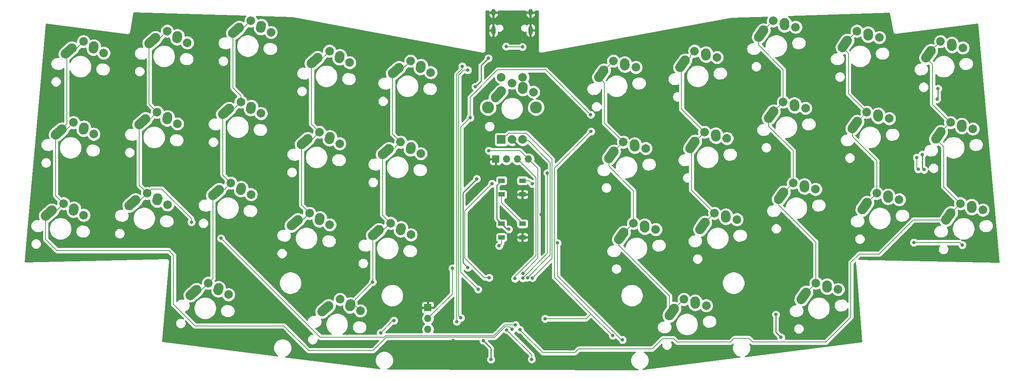
<source format=gbr>
G04 #@! TF.GenerationSoftware,KiCad,Pcbnew,(5.1.10-1-10_14)*
G04 #@! TF.CreationDate,2021-09-21T06:26:05-05:00*
G04 #@! TF.ProjectId,LeChiffre,4c654368-6966-4667-9265-2e6b69636164,rev?*
G04 #@! TF.SameCoordinates,Original*
G04 #@! TF.FileFunction,Copper,L1,Top*
G04 #@! TF.FilePolarity,Positive*
%FSLAX46Y46*%
G04 Gerber Fmt 4.6, Leading zero omitted, Abs format (unit mm)*
G04 Created by KiCad (PCBNEW (5.1.10-1-10_14)) date 2021-09-21 06:26:05*
%MOMM*%
%LPD*%
G01*
G04 APERTURE LIST*
G04 #@! TA.AperFunction,ComponentPad*
%ADD10R,2.000000X2.000000*%
G04 #@! TD*
G04 #@! TA.AperFunction,ComponentPad*
%ADD11C,2.000000*%
G04 #@! TD*
G04 #@! TA.AperFunction,ComponentPad*
%ADD12C,2.800000*%
G04 #@! TD*
G04 #@! TA.AperFunction,ComponentPad*
%ADD13C,2.250000*%
G04 #@! TD*
G04 #@! TA.AperFunction,SMDPad,CuDef*
%ADD14R,1.500000X1.000000*%
G04 #@! TD*
G04 #@! TA.AperFunction,ComponentPad*
%ADD15O,1.700000X1.700000*%
G04 #@! TD*
G04 #@! TA.AperFunction,ComponentPad*
%ADD16R,1.700000X1.700000*%
G04 #@! TD*
G04 #@! TA.AperFunction,ComponentPad*
%ADD17O,1.000000X2.100000*%
G04 #@! TD*
G04 #@! TA.AperFunction,ComponentPad*
%ADD18O,1.000000X1.600000*%
G04 #@! TD*
G04 #@! TA.AperFunction,ViaPad*
%ADD19C,0.800000*%
G04 #@! TD*
G04 #@! TA.AperFunction,Conductor*
%ADD20C,0.250000*%
G04 #@! TD*
G04 #@! TA.AperFunction,Conductor*
%ADD21C,0.200000*%
G04 #@! TD*
G04 #@! TA.AperFunction,Conductor*
%ADD22C,0.254000*%
G04 #@! TD*
G04 #@! TA.AperFunction,Conductor*
%ADD23C,0.100000*%
G04 #@! TD*
G04 APERTURE END LIST*
D10*
X135565000Y-67440000D03*
D11*
X138065000Y-67440000D03*
X140565000Y-67440000D03*
D12*
X132465000Y-59940000D03*
X143665000Y-59940000D03*
D11*
X135565000Y-52940000D03*
X140565000Y-52940000D03*
X138065000Y-54290000D03*
X143065000Y-56390000D03*
D13*
X135565000Y-56190000D03*
G04 #@! TA.AperFunction,ComponentPad*
G36*
G01*
X133503688Y-58487350D02*
X133503688Y-58487350D01*
G75*
G02*
X133417650Y-56898688I751312J837350D01*
G01*
X134727640Y-55438680D01*
G75*
G02*
X136316302Y-55352642I837350J-751312D01*
G01*
X136316302Y-55352642D01*
G75*
G02*
X136402340Y-56941304I-751312J-837350D01*
G01*
X135092350Y-58401312D01*
G75*
G02*
X133503688Y-58487350I-837350J751312D01*
G01*
G37*
G04 #@! TD.AperFunction*
X140605000Y-55110000D03*
G04 #@! TA.AperFunction,ComponentPad*
G36*
G01*
X140488483Y-56812395D02*
X140488483Y-56812395D01*
G75*
G02*
X139442605Y-55613483I76517J1122395D01*
G01*
X139482147Y-55033451D01*
G75*
G02*
X140681059Y-53987573I1122395J-76517D01*
G01*
X140681059Y-53987573D01*
G75*
G02*
X141726937Y-55186485I-76517J-1122395D01*
G01*
X141687395Y-55766517D01*
G75*
G02*
X140488483Y-56812395I-1122395J76517D01*
G01*
G37*
G04 #@! TD.AperFunction*
D14*
X135615000Y-87070000D03*
X135615000Y-90270000D03*
X140515000Y-87070000D03*
X140515000Y-90270000D03*
X135615000Y-77040000D03*
X135615000Y-80240000D03*
X140515000Y-77040000D03*
X140515000Y-80240000D03*
D11*
X161692748Y-49132444D03*
X166911404Y-50607444D03*
D13*
X159442934Y-51322955D03*
G04 #@! TA.AperFunction,ComponentPad*
G36*
G01*
X157676964Y-53854392D02*
X157676964Y-53854392D01*
G75*
G02*
X157397957Y-52288057I643664J922671D01*
G01*
X158520253Y-50679283D01*
G75*
G02*
X160086588Y-50400276I922671J-643664D01*
G01*
X160086588Y-50400276D01*
G75*
G02*
X160365595Y-51966611I-643664J-922671D01*
G01*
X159243299Y-53575385D01*
G75*
G02*
X157676964Y-53854392I-922671J643664D01*
G01*
G37*
G04 #@! TD.AperFunction*
X164313748Y-49636783D03*
G04 #@! TA.AperFunction,ComponentPad*
G36*
G01*
X164405569Y-51340689D02*
X164405569Y-51340689D01*
G75*
G02*
X163221376Y-50278174I-60839J1123354D01*
G01*
X163189936Y-49697646D01*
G75*
G02*
X164252451Y-48513453I1123354J60839D01*
G01*
X164252451Y-48513453D01*
G75*
G02*
X165436644Y-49575968I60839J-1123354D01*
G01*
X165468084Y-50156496D01*
G75*
G02*
X164405569Y-51340689I-1123354J-60839D01*
G01*
G37*
G04 #@! TD.AperFunction*
D15*
X118470000Y-111720000D03*
X118470000Y-109180000D03*
D16*
X118470000Y-106640000D03*
D11*
X178111583Y-104695651D03*
X183330239Y-106170651D03*
D13*
X175861769Y-106886162D03*
G04 #@! TA.AperFunction,ComponentPad*
G36*
G01*
X174095799Y-109417599D02*
X174095799Y-109417599D01*
G75*
G02*
X173816792Y-107851264I643664J922671D01*
G01*
X174939088Y-106242490D01*
G75*
G02*
X176505423Y-105963483I922671J-643664D01*
G01*
X176505423Y-105963483D01*
G75*
G02*
X176784430Y-107529818I-643664J-922671D01*
G01*
X175662134Y-109138592D01*
G75*
G02*
X174095799Y-109417599I-922671J643664D01*
G01*
G37*
G04 #@! TD.AperFunction*
X180732583Y-105199990D03*
G04 #@! TA.AperFunction,ComponentPad*
G36*
G01*
X180824404Y-106903896D02*
X180824404Y-106903896D01*
G75*
G02*
X179640211Y-105841381I-60839J1123354D01*
G01*
X179608771Y-105260853D01*
G75*
G02*
X180671286Y-104076660I1123354J60839D01*
G01*
X180671286Y-104076660D01*
G75*
G02*
X181855479Y-105139175I60839J-1123354D01*
G01*
X181886919Y-105719703D01*
G75*
G02*
X180824404Y-106903896I-1123354J-60839D01*
G01*
G37*
G04 #@! TD.AperFunction*
D11*
X98018417Y-104695651D03*
X102725222Y-107389344D03*
D13*
X95305500Y-106276815D03*
G04 #@! TA.AperFunction,ComponentPad*
G36*
G01*
X92979576Y-108305831D02*
X92979576Y-108305831D01*
G75*
G02*
X93087788Y-106718525I847759J739547D01*
G01*
X94565944Y-105429047D01*
G75*
G02*
X96153250Y-105537259I739547J-847759D01*
G01*
X96153250Y-105537259D01*
G75*
G02*
X96045038Y-107124565I-847759J-739547D01*
G01*
X94566882Y-108414043D01*
G75*
G02*
X92979576Y-108305831I-739547J847759D01*
G01*
G37*
G04 #@! TD.AperFunction*
X100439551Y-105819087D03*
G04 #@! TA.AperFunction,ComponentPad*
G36*
G01*
X100116433Y-107494593D02*
X100116433Y-107494593D01*
G75*
G02*
X99224461Y-106177157I212732J1104704D01*
G01*
X99334397Y-105606267D01*
G75*
G02*
X100651833Y-104714295I1104704J-212732D01*
G01*
X100651833Y-104714295D01*
G75*
G02*
X101543805Y-106031731I-212732J-1104704D01*
G01*
X101433869Y-106602621D01*
G75*
G02*
X100116433Y-107494593I-1104704J212732D01*
G01*
G37*
G04 #@! TD.AperFunction*
D15*
X141885000Y-72000000D03*
X139345000Y-72000000D03*
X136805000Y-72000000D03*
D16*
X134265000Y-72000000D03*
D11*
X242548389Y-82389010D03*
X247767045Y-83864010D03*
D13*
X240298575Y-84579521D03*
G04 #@! TA.AperFunction,ComponentPad*
G36*
G01*
X238532605Y-87110958D02*
X238532605Y-87110958D01*
G75*
G02*
X238253598Y-85544623I643664J922671D01*
G01*
X239375894Y-83935849D01*
G75*
G02*
X240942229Y-83656842I922671J-643664D01*
G01*
X240942229Y-83656842D01*
G75*
G02*
X241221236Y-85223177I-643664J-922671D01*
G01*
X240098940Y-86831951D01*
G75*
G02*
X238532605Y-87110958I-922671J643664D01*
G01*
G37*
G04 #@! TD.AperFunction*
X245169389Y-82893349D03*
G04 #@! TA.AperFunction,ComponentPad*
G36*
G01*
X245261210Y-84597255D02*
X245261210Y-84597255D01*
G75*
G02*
X244077017Y-83534740I-60839J1123354D01*
G01*
X244045577Y-82954212D01*
G75*
G02*
X245108092Y-81770019I1123354J60839D01*
G01*
X245108092Y-81770019D01*
G75*
G02*
X246292285Y-82832534I60839J-1123354D01*
G01*
X246323725Y-83413062D01*
G75*
G02*
X245261210Y-84597255I-1123354J-60839D01*
G01*
G37*
G04 #@! TD.AperFunction*
D11*
X240226778Y-63481005D03*
X245445434Y-64956005D03*
D13*
X237976964Y-65671516D03*
G04 #@! TA.AperFunction,ComponentPad*
G36*
G01*
X236210994Y-68202953D02*
X236210994Y-68202953D01*
G75*
G02*
X235931987Y-66636618I643664J922671D01*
G01*
X237054283Y-65027844D01*
G75*
G02*
X238620618Y-64748837I922671J-643664D01*
G01*
X238620618Y-64748837D01*
G75*
G02*
X238899625Y-66315172I-643664J-922671D01*
G01*
X237777329Y-67923946D01*
G75*
G02*
X236210994Y-68202953I-922671J643664D01*
G01*
G37*
G04 #@! TD.AperFunction*
X242847778Y-63985344D03*
G04 #@! TA.AperFunction,ComponentPad*
G36*
G01*
X242939599Y-65689250D02*
X242939599Y-65689250D01*
G75*
G02*
X241755406Y-64626735I-60839J1123354D01*
G01*
X241723966Y-64046207D01*
G75*
G02*
X242786481Y-62862014I1123354J60839D01*
G01*
X242786481Y-62862014D01*
G75*
G02*
X243970674Y-63924529I60839J-1123354D01*
G01*
X244002114Y-64505057D01*
G75*
G02*
X242939599Y-65689250I-1123354J-60839D01*
G01*
G37*
G04 #@! TD.AperFunction*
D11*
X237905167Y-44573001D03*
X243123823Y-46048001D03*
D13*
X235655353Y-46763512D03*
G04 #@! TA.AperFunction,ComponentPad*
G36*
G01*
X233889383Y-49294949D02*
X233889383Y-49294949D01*
G75*
G02*
X233610376Y-47728614I643664J922671D01*
G01*
X234732672Y-46119840D01*
G75*
G02*
X236299007Y-45840833I922671J-643664D01*
G01*
X236299007Y-45840833D01*
G75*
G02*
X236578014Y-47407168I-643664J-922671D01*
G01*
X235455718Y-49015942D01*
G75*
G02*
X233889383Y-49294949I-922671J643664D01*
G01*
G37*
G04 #@! TD.AperFunction*
X240526167Y-45077340D03*
G04 #@! TA.AperFunction,ComponentPad*
G36*
G01*
X240617988Y-46781246D02*
X240617988Y-46781246D01*
G75*
G02*
X239433795Y-45718731I-60839J1123354D01*
G01*
X239402355Y-45138203D01*
G75*
G02*
X240464870Y-43954010I1123354J60839D01*
G01*
X240464870Y-43954010D01*
G75*
G02*
X241649063Y-45016525I60839J-1123354D01*
G01*
X241680503Y-45597053D01*
G75*
G02*
X240617988Y-46781246I-1123354J-60839D01*
G01*
G37*
G04 #@! TD.AperFunction*
D11*
X223059982Y-79983620D03*
X228278638Y-81458620D03*
D13*
X220810168Y-82174131D03*
G04 #@! TA.AperFunction,ComponentPad*
G36*
G01*
X219044198Y-84705568D02*
X219044198Y-84705568D01*
G75*
G02*
X218765191Y-83139233I643664J922671D01*
G01*
X219887487Y-81530459D01*
G75*
G02*
X221453822Y-81251452I922671J-643664D01*
G01*
X221453822Y-81251452D01*
G75*
G02*
X221732829Y-82817787I-643664J-922671D01*
G01*
X220610533Y-84426561D01*
G75*
G02*
X219044198Y-84705568I-922671J643664D01*
G01*
G37*
G04 #@! TD.AperFunction*
X225680982Y-80487959D03*
G04 #@! TA.AperFunction,ComponentPad*
G36*
G01*
X225772803Y-82191865D02*
X225772803Y-82191865D01*
G75*
G02*
X224588610Y-81129350I-60839J1123354D01*
G01*
X224557170Y-80548822D01*
G75*
G02*
X225619685Y-79364629I1123354J60839D01*
G01*
X225619685Y-79364629D01*
G75*
G02*
X226803878Y-80427144I60839J-1123354D01*
G01*
X226835318Y-81007672D01*
G75*
G02*
X225772803Y-82191865I-1123354J-60839D01*
G01*
G37*
G04 #@! TD.AperFunction*
D11*
X220738371Y-61075615D03*
X225957027Y-62550615D03*
D13*
X218488557Y-63266126D03*
G04 #@! TA.AperFunction,ComponentPad*
G36*
G01*
X216722587Y-65797563D02*
X216722587Y-65797563D01*
G75*
G02*
X216443580Y-64231228I643664J922671D01*
G01*
X217565876Y-62622454D01*
G75*
G02*
X219132211Y-62343447I922671J-643664D01*
G01*
X219132211Y-62343447D01*
G75*
G02*
X219411218Y-63909782I-643664J-922671D01*
G01*
X218288922Y-65518556D01*
G75*
G02*
X216722587Y-65797563I-922671J643664D01*
G01*
G37*
G04 #@! TD.AperFunction*
X223359371Y-61579954D03*
G04 #@! TA.AperFunction,ComponentPad*
G36*
G01*
X223451192Y-63283860D02*
X223451192Y-63283860D01*
G75*
G02*
X222266999Y-62221345I-60839J1123354D01*
G01*
X222235559Y-61640817D01*
G75*
G02*
X223298074Y-60456624I1123354J60839D01*
G01*
X223298074Y-60456624D01*
G75*
G02*
X224482267Y-61519139I60839J-1123354D01*
G01*
X224513707Y-62099667D01*
G75*
G02*
X223451192Y-63283860I-1123354J-60839D01*
G01*
G37*
G04 #@! TD.AperFunction*
D11*
X218416760Y-42167611D03*
X223635416Y-43642611D03*
D13*
X216166946Y-44358122D03*
G04 #@! TA.AperFunction,ComponentPad*
G36*
G01*
X214400976Y-46889559D02*
X214400976Y-46889559D01*
G75*
G02*
X214121969Y-45323224I643664J922671D01*
G01*
X215244265Y-43714450D01*
G75*
G02*
X216810600Y-43435443I922671J-643664D01*
G01*
X216810600Y-43435443D01*
G75*
G02*
X217089607Y-45001778I-643664J-922671D01*
G01*
X215967311Y-46610552D01*
G75*
G02*
X214400976Y-46889559I-922671J643664D01*
G01*
G37*
G04 #@! TD.AperFunction*
X221037760Y-42671950D03*
G04 #@! TA.AperFunction,ComponentPad*
G36*
G01*
X221129581Y-44375856D02*
X221129581Y-44375856D01*
G75*
G02*
X219945388Y-43313341I-60839J1123354D01*
G01*
X219913948Y-42732813D01*
G75*
G02*
X220976463Y-41548620I1123354J60839D01*
G01*
X220976463Y-41548620D01*
G75*
G02*
X222160656Y-42611135I60839J-1123354D01*
G01*
X222192096Y-43191663D01*
G75*
G02*
X221129581Y-44375856I-1123354J-60839D01*
G01*
G37*
G04 #@! TD.AperFunction*
D11*
X203571575Y-77578230D03*
X208790231Y-79053230D03*
D13*
X201321761Y-79768741D03*
G04 #@! TA.AperFunction,ComponentPad*
G36*
G01*
X199555791Y-82300178D02*
X199555791Y-82300178D01*
G75*
G02*
X199276784Y-80733843I643664J922671D01*
G01*
X200399080Y-79125069D01*
G75*
G02*
X201965415Y-78846062I922671J-643664D01*
G01*
X201965415Y-78846062D01*
G75*
G02*
X202244422Y-80412397I-643664J-922671D01*
G01*
X201122126Y-82021171D01*
G75*
G02*
X199555791Y-82300178I-922671J643664D01*
G01*
G37*
G04 #@! TD.AperFunction*
X206192575Y-78082569D03*
G04 #@! TA.AperFunction,ComponentPad*
G36*
G01*
X206284396Y-79786475D02*
X206284396Y-79786475D01*
G75*
G02*
X205100203Y-78723960I-60839J1123354D01*
G01*
X205068763Y-78143432D01*
G75*
G02*
X206131278Y-76959239I1123354J60839D01*
G01*
X206131278Y-76959239D01*
G75*
G02*
X207315471Y-78021754I60839J-1123354D01*
G01*
X207346911Y-78602282D01*
G75*
G02*
X206284396Y-79786475I-1123354J-60839D01*
G01*
G37*
G04 #@! TD.AperFunction*
D11*
X201249964Y-58670225D03*
X206468620Y-60145225D03*
D13*
X199000150Y-60860736D03*
G04 #@! TA.AperFunction,ComponentPad*
G36*
G01*
X197234180Y-63392173D02*
X197234180Y-63392173D01*
G75*
G02*
X196955173Y-61825838I643664J922671D01*
G01*
X198077469Y-60217064D01*
G75*
G02*
X199643804Y-59938057I922671J-643664D01*
G01*
X199643804Y-59938057D01*
G75*
G02*
X199922811Y-61504392I-643664J-922671D01*
G01*
X198800515Y-63113166D01*
G75*
G02*
X197234180Y-63392173I-922671J643664D01*
G01*
G37*
G04 #@! TD.AperFunction*
X203870964Y-59174564D03*
G04 #@! TA.AperFunction,ComponentPad*
G36*
G01*
X203962785Y-60878470D02*
X203962785Y-60878470D01*
G75*
G02*
X202778592Y-59815955I-60839J1123354D01*
G01*
X202747152Y-59235427D01*
G75*
G02*
X203809667Y-58051234I1123354J60839D01*
G01*
X203809667Y-58051234D01*
G75*
G02*
X204993860Y-59113749I60839J-1123354D01*
G01*
X205025300Y-59694277D01*
G75*
G02*
X203962785Y-60878470I-1123354J-60839D01*
G01*
G37*
G04 #@! TD.AperFunction*
D11*
X198928353Y-39762221D03*
X204147009Y-41237221D03*
D13*
X196678539Y-41952732D03*
G04 #@! TA.AperFunction,ComponentPad*
G36*
G01*
X194912569Y-44484169D02*
X194912569Y-44484169D01*
G75*
G02*
X194633562Y-42917834I643664J922671D01*
G01*
X195755858Y-41309060D01*
G75*
G02*
X197322193Y-41030053I922671J-643664D01*
G01*
X197322193Y-41030053D01*
G75*
G02*
X197601200Y-42596388I-643664J-922671D01*
G01*
X196478904Y-44205162D01*
G75*
G02*
X194912569Y-44484169I-922671J643664D01*
G01*
G37*
G04 #@! TD.AperFunction*
X201549353Y-40266560D03*
G04 #@! TA.AperFunction,ComponentPad*
G36*
G01*
X201641174Y-41970466D02*
X201641174Y-41970466D01*
G75*
G02*
X200456981Y-40907951I-60839J1123354D01*
G01*
X200425541Y-40327423D01*
G75*
G02*
X201488056Y-39143230I1123354J60839D01*
G01*
X201488056Y-39143230D01*
G75*
G02*
X202672249Y-40205745I60839J-1123354D01*
G01*
X202703689Y-40786273D01*
G75*
G02*
X201641174Y-41970466I-1123354J-60839D01*
G01*
G37*
G04 #@! TD.AperFunction*
D11*
X208836842Y-100923064D03*
X214055498Y-102398064D03*
D13*
X206587028Y-103113575D03*
G04 #@! TA.AperFunction,ComponentPad*
G36*
G01*
X204821058Y-105645012D02*
X204821058Y-105645012D01*
G75*
G02*
X204542051Y-104078677I643664J922671D01*
G01*
X205664347Y-102469903D01*
G75*
G02*
X207230682Y-102190896I922671J-643664D01*
G01*
X207230682Y-102190896D01*
G75*
G02*
X207509689Y-103757231I-643664J-922671D01*
G01*
X206387393Y-105366005D01*
G75*
G02*
X204821058Y-105645012I-922671J643664D01*
G01*
G37*
G04 #@! TD.AperFunction*
X211457842Y-101427403D03*
G04 #@! TA.AperFunction,ComponentPad*
G36*
G01*
X211549663Y-103131309D02*
X211549663Y-103131309D01*
G75*
G02*
X210365470Y-102068794I-60839J1123354D01*
G01*
X210334030Y-101488266D01*
G75*
G02*
X211396545Y-100304073I1123354J60839D01*
G01*
X211396545Y-100304073D01*
G75*
G02*
X212580738Y-101366588I60839J-1123354D01*
G01*
X212612178Y-101947116D01*
G75*
G02*
X211549663Y-103131309I-1123354J-60839D01*
G01*
G37*
G04 #@! TD.AperFunction*
D11*
X185243974Y-84626842D03*
X190462630Y-86101842D03*
D13*
X182994160Y-86817353D03*
G04 #@! TA.AperFunction,ComponentPad*
G36*
G01*
X181228190Y-89348790D02*
X181228190Y-89348790D01*
G75*
G02*
X180949183Y-87782455I643664J922671D01*
G01*
X182071479Y-86173681D01*
G75*
G02*
X183637814Y-85894674I922671J-643664D01*
G01*
X183637814Y-85894674D01*
G75*
G02*
X183916821Y-87461009I-643664J-922671D01*
G01*
X182794525Y-89069783D01*
G75*
G02*
X181228190Y-89348790I-922671J643664D01*
G01*
G37*
G04 #@! TD.AperFunction*
X187864974Y-85131181D03*
G04 #@! TA.AperFunction,ComponentPad*
G36*
G01*
X187956795Y-86835087D02*
X187956795Y-86835087D01*
G75*
G02*
X186772602Y-85772572I-60839J1123354D01*
G01*
X186741162Y-85192044D01*
G75*
G02*
X187803677Y-84007851I1123354J60839D01*
G01*
X187803677Y-84007851D01*
G75*
G02*
X188987870Y-85070366I60839J-1123354D01*
G01*
X189019310Y-85650894D01*
G75*
G02*
X187956795Y-86835087I-1123354J-60839D01*
G01*
G37*
G04 #@! TD.AperFunction*
D11*
X182922363Y-65718837D03*
X188141019Y-67193837D03*
D13*
X180672549Y-67909348D03*
G04 #@! TA.AperFunction,ComponentPad*
G36*
G01*
X178906579Y-70440785D02*
X178906579Y-70440785D01*
G75*
G02*
X178627572Y-68874450I643664J922671D01*
G01*
X179749868Y-67265676D01*
G75*
G02*
X181316203Y-66986669I922671J-643664D01*
G01*
X181316203Y-66986669D01*
G75*
G02*
X181595210Y-68553004I-643664J-922671D01*
G01*
X180472914Y-70161778D01*
G75*
G02*
X178906579Y-70440785I-922671J643664D01*
G01*
G37*
G04 #@! TD.AperFunction*
X185543363Y-66223176D03*
G04 #@! TA.AperFunction,ComponentPad*
G36*
G01*
X185635184Y-67927082D02*
X185635184Y-67927082D01*
G75*
G02*
X184450991Y-66864567I-60839J1123354D01*
G01*
X184419551Y-66284039D01*
G75*
G02*
X185482066Y-65099846I1123354J60839D01*
G01*
X185482066Y-65099846D01*
G75*
G02*
X186666259Y-66162361I60839J-1123354D01*
G01*
X186697699Y-66742889D01*
G75*
G02*
X185635184Y-67927082I-1123354J-60839D01*
G01*
G37*
G04 #@! TD.AperFunction*
D11*
X180600752Y-46810833D03*
X185819408Y-48285833D03*
D13*
X178350938Y-49001344D03*
G04 #@! TA.AperFunction,ComponentPad*
G36*
G01*
X176584968Y-51532781D02*
X176584968Y-51532781D01*
G75*
G02*
X176305961Y-49966446I643664J922671D01*
G01*
X177428257Y-48357672D01*
G75*
G02*
X178994592Y-48078665I922671J-643664D01*
G01*
X178994592Y-48078665D01*
G75*
G02*
X179273599Y-49645000I-643664J-922671D01*
G01*
X178151303Y-51253774D01*
G75*
G02*
X176584968Y-51532781I-922671J643664D01*
G01*
G37*
G04 #@! TD.AperFunction*
X183221752Y-47315172D03*
G04 #@! TA.AperFunction,ComponentPad*
G36*
G01*
X183313573Y-49019078D02*
X183313573Y-49019078D01*
G75*
G02*
X182129380Y-47956563I-60839J1123354D01*
G01*
X182097940Y-47376035D01*
G75*
G02*
X183160455Y-46191842I1123354J60839D01*
G01*
X183160455Y-46191842D01*
G75*
G02*
X184344648Y-47254357I60839J-1123354D01*
G01*
X184376088Y-47834885D01*
G75*
G02*
X183313573Y-49019078I-1123354J-60839D01*
G01*
G37*
G04 #@! TD.AperFunction*
D11*
X166335969Y-86948453D03*
X171554625Y-88423453D03*
D13*
X164086155Y-89138964D03*
G04 #@! TA.AperFunction,ComponentPad*
G36*
G01*
X162320185Y-91670401D02*
X162320185Y-91670401D01*
G75*
G02*
X162041178Y-90104066I643664J922671D01*
G01*
X163163474Y-88495292D01*
G75*
G02*
X164729809Y-88216285I922671J-643664D01*
G01*
X164729809Y-88216285D01*
G75*
G02*
X165008816Y-89782620I-643664J-922671D01*
G01*
X163886520Y-91391394D01*
G75*
G02*
X162320185Y-91670401I-922671J643664D01*
G01*
G37*
G04 #@! TD.AperFunction*
X168956969Y-87452792D03*
G04 #@! TA.AperFunction,ComponentPad*
G36*
G01*
X169048790Y-89156698D02*
X169048790Y-89156698D01*
G75*
G02*
X167864597Y-88094183I-60839J1123354D01*
G01*
X167833157Y-87513655D01*
G75*
G02*
X168895672Y-86329462I1123354J60839D01*
G01*
X168895672Y-86329462D01*
G75*
G02*
X170079865Y-87391977I60839J-1123354D01*
G01*
X170111305Y-87972505D01*
G75*
G02*
X169048790Y-89156698I-1123354J-60839D01*
G01*
G37*
G04 #@! TD.AperFunction*
D11*
X164014359Y-68040448D03*
X169233015Y-69515448D03*
D13*
X161764545Y-70230959D03*
G04 #@! TA.AperFunction,ComponentPad*
G36*
G01*
X159998575Y-72762396D02*
X159998575Y-72762396D01*
G75*
G02*
X159719568Y-71196061I643664J922671D01*
G01*
X160841864Y-69587287D01*
G75*
G02*
X162408199Y-69308280I922671J-643664D01*
G01*
X162408199Y-69308280D01*
G75*
G02*
X162687206Y-70874615I-643664J-922671D01*
G01*
X161564910Y-72483389D01*
G75*
G02*
X159998575Y-72762396I-922671J643664D01*
G01*
G37*
G04 #@! TD.AperFunction*
X166635359Y-68544787D03*
G04 #@! TA.AperFunction,ComponentPad*
G36*
G01*
X166727180Y-70248693D02*
X166727180Y-70248693D01*
G75*
G02*
X165542987Y-69186178I-60839J1123354D01*
G01*
X165511547Y-68605650D01*
G75*
G02*
X166574062Y-67421457I1123354J60839D01*
G01*
X166574062Y-67421457D01*
G75*
G02*
X167758255Y-68483972I60839J-1123354D01*
G01*
X167789695Y-69064500D01*
G75*
G02*
X166727180Y-70248693I-1123354J-60839D01*
G01*
G37*
G04 #@! TD.AperFunction*
D11*
X109794031Y-86948453D03*
X114500836Y-89642146D03*
D13*
X107081114Y-88529617D03*
G04 #@! TA.AperFunction,ComponentPad*
G36*
G01*
X104755190Y-90558633D02*
X104755190Y-90558633D01*
G75*
G02*
X104863402Y-88971327I847759J739547D01*
G01*
X106341558Y-87681849D01*
G75*
G02*
X107928864Y-87790061I739547J-847759D01*
G01*
X107928864Y-87790061D01*
G75*
G02*
X107820652Y-89377367I-847759J-739547D01*
G01*
X106342496Y-90666845D01*
G75*
G02*
X104755190Y-90558633I-739547J847759D01*
G01*
G37*
G04 #@! TD.AperFunction*
X112215165Y-88071889D03*
G04 #@! TA.AperFunction,ComponentPad*
G36*
G01*
X111892047Y-89747395D02*
X111892047Y-89747395D01*
G75*
G02*
X111000075Y-88429959I212732J1104704D01*
G01*
X111110011Y-87859069D01*
G75*
G02*
X112427447Y-86967097I1104704J-212732D01*
G01*
X112427447Y-86967097D01*
G75*
G02*
X113319419Y-88284533I-212732J-1104704D01*
G01*
X113209483Y-88855423D01*
G75*
G02*
X111892047Y-89747395I-1104704J212732D01*
G01*
G37*
G04 #@! TD.AperFunction*
D11*
X112115641Y-68040448D03*
X116822446Y-70734141D03*
D13*
X109402724Y-69621612D03*
G04 #@! TA.AperFunction,ComponentPad*
G36*
G01*
X107076800Y-71650628D02*
X107076800Y-71650628D01*
G75*
G02*
X107185012Y-70063322I847759J739547D01*
G01*
X108663168Y-68773844D01*
G75*
G02*
X110250474Y-68882056I739547J-847759D01*
G01*
X110250474Y-68882056D01*
G75*
G02*
X110142262Y-70469362I-847759J-739547D01*
G01*
X108664106Y-71758840D01*
G75*
G02*
X107076800Y-71650628I-739547J847759D01*
G01*
G37*
G04 #@! TD.AperFunction*
X114536775Y-69163884D03*
G04 #@! TA.AperFunction,ComponentPad*
G36*
G01*
X114213657Y-70839390D02*
X114213657Y-70839390D01*
G75*
G02*
X113321685Y-69521954I212732J1104704D01*
G01*
X113431621Y-68951064D01*
G75*
G02*
X114749057Y-68059092I1104704J-212732D01*
G01*
X114749057Y-68059092D01*
G75*
G02*
X115641029Y-69376528I-212732J-1104704D01*
G01*
X115531093Y-69947418D01*
G75*
G02*
X114213657Y-70839390I-1104704J212732D01*
G01*
G37*
G04 #@! TD.AperFunction*
D11*
X114437252Y-49132444D03*
X119144057Y-51826137D03*
D13*
X111724335Y-50713608D03*
G04 #@! TA.AperFunction,ComponentPad*
G36*
G01*
X109398411Y-52742624D02*
X109398411Y-52742624D01*
G75*
G02*
X109506623Y-51155318I847759J739547D01*
G01*
X110984779Y-49865840D01*
G75*
G02*
X112572085Y-49974052I739547J-847759D01*
G01*
X112572085Y-49974052D01*
G75*
G02*
X112463873Y-51561358I-847759J-739547D01*
G01*
X110985717Y-52850836D01*
G75*
G02*
X109398411Y-52742624I-739547J847759D01*
G01*
G37*
G04 #@! TD.AperFunction*
X116858386Y-50255880D03*
G04 #@! TA.AperFunction,ComponentPad*
G36*
G01*
X116535268Y-51931386D02*
X116535268Y-51931386D01*
G75*
G02*
X115643296Y-50613950I212732J1104704D01*
G01*
X115753232Y-50043060D01*
G75*
G02*
X117070668Y-49151088I1104704J-212732D01*
G01*
X117070668Y-49151088D01*
G75*
G02*
X117962640Y-50468524I-212732J-1104704D01*
G01*
X117852704Y-51039414D01*
G75*
G02*
X116535268Y-51931386I-1104704J212732D01*
G01*
G37*
G04 #@! TD.AperFunction*
D11*
X67293158Y-100923064D03*
X71999963Y-103616757D03*
D13*
X64580241Y-102504228D03*
G04 #@! TA.AperFunction,ComponentPad*
G36*
G01*
X62254317Y-104533244D02*
X62254317Y-104533244D01*
G75*
G02*
X62362529Y-102945938I847759J739547D01*
G01*
X63840685Y-101656460D01*
G75*
G02*
X65427991Y-101764672I739547J-847759D01*
G01*
X65427991Y-101764672D01*
G75*
G02*
X65319779Y-103351978I-847759J-739547D01*
G01*
X63841623Y-104641456D01*
G75*
G02*
X62254317Y-104533244I-739547J847759D01*
G01*
G37*
G04 #@! TD.AperFunction*
X69714292Y-102046500D03*
G04 #@! TA.AperFunction,ComponentPad*
G36*
G01*
X69391174Y-103722006D02*
X69391174Y-103722006D01*
G75*
G02*
X68499202Y-102404570I212732J1104704D01*
G01*
X68609138Y-101833680D01*
G75*
G02*
X69926574Y-100941708I1104704J-212732D01*
G01*
X69926574Y-100941708D01*
G75*
G02*
X70818546Y-102259144I-212732J-1104704D01*
G01*
X70708610Y-102830034D01*
G75*
G02*
X69391174Y-103722006I-1104704J212732D01*
G01*
G37*
G04 #@! TD.AperFunction*
D11*
X90886026Y-84626842D03*
X95592831Y-87320535D03*
D13*
X88173109Y-86208006D03*
G04 #@! TA.AperFunction,ComponentPad*
G36*
G01*
X85847185Y-88237022D02*
X85847185Y-88237022D01*
G75*
G02*
X85955397Y-86649716I847759J739547D01*
G01*
X87433553Y-85360238D01*
G75*
G02*
X89020859Y-85468450I739547J-847759D01*
G01*
X89020859Y-85468450D01*
G75*
G02*
X88912647Y-87055756I-847759J-739547D01*
G01*
X87434491Y-88345234D01*
G75*
G02*
X85847185Y-88237022I-739547J847759D01*
G01*
G37*
G04 #@! TD.AperFunction*
X93307160Y-85750278D03*
G04 #@! TA.AperFunction,ComponentPad*
G36*
G01*
X92984042Y-87425784D02*
X92984042Y-87425784D01*
G75*
G02*
X92092070Y-86108348I212732J1104704D01*
G01*
X92202006Y-85537458D01*
G75*
G02*
X93519442Y-84645486I1104704J-212732D01*
G01*
X93519442Y-84645486D01*
G75*
G02*
X94411414Y-85962922I-212732J-1104704D01*
G01*
X94301478Y-86533812D01*
G75*
G02*
X92984042Y-87425784I-1104704J212732D01*
G01*
G37*
G04 #@! TD.AperFunction*
D11*
X93207637Y-65718837D03*
X97914442Y-68412530D03*
D13*
X90494720Y-67300001D03*
G04 #@! TA.AperFunction,ComponentPad*
G36*
G01*
X88168796Y-69329017D02*
X88168796Y-69329017D01*
G75*
G02*
X88277008Y-67741711I847759J739547D01*
G01*
X89755164Y-66452233D01*
G75*
G02*
X91342470Y-66560445I739547J-847759D01*
G01*
X91342470Y-66560445D01*
G75*
G02*
X91234258Y-68147751I-847759J-739547D01*
G01*
X89756102Y-69437229D01*
G75*
G02*
X88168796Y-69329017I-739547J847759D01*
G01*
G37*
G04 #@! TD.AperFunction*
X95628771Y-66842273D03*
G04 #@! TA.AperFunction,ComponentPad*
G36*
G01*
X95305653Y-68517779D02*
X95305653Y-68517779D01*
G75*
G02*
X94413681Y-67200343I212732J1104704D01*
G01*
X94523617Y-66629453D01*
G75*
G02*
X95841053Y-65737481I1104704J-212732D01*
G01*
X95841053Y-65737481D01*
G75*
G02*
X96733025Y-67054917I-212732J-1104704D01*
G01*
X96623089Y-67625807D01*
G75*
G02*
X95305653Y-68517779I-1104704J212732D01*
G01*
G37*
G04 #@! TD.AperFunction*
D11*
X95529248Y-46810833D03*
X100236053Y-49504526D03*
D13*
X92816331Y-48391997D03*
G04 #@! TA.AperFunction,ComponentPad*
G36*
G01*
X90490407Y-50421013D02*
X90490407Y-50421013D01*
G75*
G02*
X90598619Y-48833707I847759J739547D01*
G01*
X92076775Y-47544229D01*
G75*
G02*
X93664081Y-47652441I739547J-847759D01*
G01*
X93664081Y-47652441D01*
G75*
G02*
X93555869Y-49239747I-847759J-739547D01*
G01*
X92077713Y-50529225D01*
G75*
G02*
X90490407Y-50421013I-739547J847759D01*
G01*
G37*
G04 #@! TD.AperFunction*
X97950382Y-47934269D03*
G04 #@! TA.AperFunction,ComponentPad*
G36*
G01*
X97627264Y-49609775D02*
X97627264Y-49609775D01*
G75*
G02*
X96735292Y-48292339I212732J1104704D01*
G01*
X96845228Y-47721449D01*
G75*
G02*
X98162664Y-46829477I1104704J-212732D01*
G01*
X98162664Y-46829477D01*
G75*
G02*
X99054636Y-48146913I-212732J-1104704D01*
G01*
X98944700Y-48717803D01*
G75*
G02*
X97627264Y-49609775I-1104704J212732D01*
G01*
G37*
G04 #@! TD.AperFunction*
D11*
X72558425Y-77578230D03*
X77265230Y-80271923D03*
D13*
X69845508Y-79159394D03*
G04 #@! TA.AperFunction,ComponentPad*
G36*
G01*
X67519584Y-81188410D02*
X67519584Y-81188410D01*
G75*
G02*
X67627796Y-79601104I847759J739547D01*
G01*
X69105952Y-78311626D01*
G75*
G02*
X70693258Y-78419838I739547J-847759D01*
G01*
X70693258Y-78419838D01*
G75*
G02*
X70585046Y-80007144I-847759J-739547D01*
G01*
X69106890Y-81296622D01*
G75*
G02*
X67519584Y-81188410I-739547J847759D01*
G01*
G37*
G04 #@! TD.AperFunction*
X74979559Y-78701666D03*
G04 #@! TA.AperFunction,ComponentPad*
G36*
G01*
X74656441Y-80377172D02*
X74656441Y-80377172D01*
G75*
G02*
X73764469Y-79059736I212732J1104704D01*
G01*
X73874405Y-78488846D01*
G75*
G02*
X75191841Y-77596874I1104704J-212732D01*
G01*
X75191841Y-77596874D01*
G75*
G02*
X76083813Y-78914310I-212732J-1104704D01*
G01*
X75973877Y-79485200D01*
G75*
G02*
X74656441Y-80377172I-1104704J212732D01*
G01*
G37*
G04 #@! TD.AperFunction*
D11*
X74880036Y-58670225D03*
X79586841Y-61363918D03*
D13*
X72167119Y-60251389D03*
G04 #@! TA.AperFunction,ComponentPad*
G36*
G01*
X69841195Y-62280405D02*
X69841195Y-62280405D01*
G75*
G02*
X69949407Y-60693099I847759J739547D01*
G01*
X71427563Y-59403621D01*
G75*
G02*
X73014869Y-59511833I739547J-847759D01*
G01*
X73014869Y-59511833D01*
G75*
G02*
X72906657Y-61099139I-847759J-739547D01*
G01*
X71428501Y-62388617D01*
G75*
G02*
X69841195Y-62280405I-739547J847759D01*
G01*
G37*
G04 #@! TD.AperFunction*
X77301170Y-59793661D03*
G04 #@! TA.AperFunction,ComponentPad*
G36*
G01*
X76978052Y-61469167D02*
X76978052Y-61469167D01*
G75*
G02*
X76086080Y-60151731I212732J1104704D01*
G01*
X76196016Y-59580841D01*
G75*
G02*
X77513452Y-58688869I1104704J-212732D01*
G01*
X77513452Y-58688869D01*
G75*
G02*
X78405424Y-60006305I-212732J-1104704D01*
G01*
X78295488Y-60577195D01*
G75*
G02*
X76978052Y-61469167I-1104704J212732D01*
G01*
G37*
G04 #@! TD.AperFunction*
D11*
X77201647Y-39762221D03*
X81908452Y-42455914D03*
D13*
X74488730Y-41343385D03*
G04 #@! TA.AperFunction,ComponentPad*
G36*
G01*
X72162806Y-43372401D02*
X72162806Y-43372401D01*
G75*
G02*
X72271018Y-41785095I847759J739547D01*
G01*
X73749174Y-40495617D01*
G75*
G02*
X75336480Y-40603829I739547J-847759D01*
G01*
X75336480Y-40603829D01*
G75*
G02*
X75228268Y-42191135I-847759J-739547D01*
G01*
X73750112Y-43480613D01*
G75*
G02*
X72162806Y-43372401I-739547J847759D01*
G01*
G37*
G04 #@! TD.AperFunction*
X79622781Y-40885657D03*
G04 #@! TA.AperFunction,ComponentPad*
G36*
G01*
X79299663Y-42561163D02*
X79299663Y-42561163D01*
G75*
G02*
X78407691Y-41243727I212732J1104704D01*
G01*
X78517627Y-40672837D01*
G75*
G02*
X79835063Y-39780865I1104704J-212732D01*
G01*
X79835063Y-39780865D01*
G75*
G02*
X80727035Y-41098301I-212732J-1104704D01*
G01*
X80617099Y-41669191D01*
G75*
G02*
X79299663Y-42561163I-1104704J212732D01*
G01*
G37*
G04 #@! TD.AperFunction*
D11*
X53070018Y-79983620D03*
X57776823Y-82677313D03*
D13*
X50357101Y-81564784D03*
G04 #@! TA.AperFunction,ComponentPad*
G36*
G01*
X48031177Y-83593800D02*
X48031177Y-83593800D01*
G75*
G02*
X48139389Y-82006494I847759J739547D01*
G01*
X49617545Y-80717016D01*
G75*
G02*
X51204851Y-80825228I739547J-847759D01*
G01*
X51204851Y-80825228D01*
G75*
G02*
X51096639Y-82412534I-847759J-739547D01*
G01*
X49618483Y-83702012D01*
G75*
G02*
X48031177Y-83593800I-739547J847759D01*
G01*
G37*
G04 #@! TD.AperFunction*
X55491152Y-81107056D03*
G04 #@! TA.AperFunction,ComponentPad*
G36*
G01*
X55168034Y-82782562D02*
X55168034Y-82782562D01*
G75*
G02*
X54276062Y-81465126I212732J1104704D01*
G01*
X54385998Y-80894236D01*
G75*
G02*
X55703434Y-80002264I1104704J-212732D01*
G01*
X55703434Y-80002264D01*
G75*
G02*
X56595406Y-81319700I-212732J-1104704D01*
G01*
X56485470Y-81890590D01*
G75*
G02*
X55168034Y-82782562I-1104704J212732D01*
G01*
G37*
G04 #@! TD.AperFunction*
D11*
X55391629Y-61075615D03*
X60098434Y-63769308D03*
D13*
X52678712Y-62656779D03*
G04 #@! TA.AperFunction,ComponentPad*
G36*
G01*
X50352788Y-64685795D02*
X50352788Y-64685795D01*
G75*
G02*
X50461000Y-63098489I847759J739547D01*
G01*
X51939156Y-61809011D01*
G75*
G02*
X53526462Y-61917223I739547J-847759D01*
G01*
X53526462Y-61917223D01*
G75*
G02*
X53418250Y-63504529I-847759J-739547D01*
G01*
X51940094Y-64794007D01*
G75*
G02*
X50352788Y-64685795I-739547J847759D01*
G01*
G37*
G04 #@! TD.AperFunction*
X57812763Y-62199051D03*
G04 #@! TA.AperFunction,ComponentPad*
G36*
G01*
X57489645Y-63874557D02*
X57489645Y-63874557D01*
G75*
G02*
X56597673Y-62557121I212732J1104704D01*
G01*
X56707609Y-61986231D01*
G75*
G02*
X58025045Y-61094259I1104704J-212732D01*
G01*
X58025045Y-61094259D01*
G75*
G02*
X58917017Y-62411695I-212732J-1104704D01*
G01*
X58807081Y-62982585D01*
G75*
G02*
X57489645Y-63874557I-1104704J212732D01*
G01*
G37*
G04 #@! TD.AperFunction*
D11*
X57713240Y-42167611D03*
X62420045Y-44861304D03*
D13*
X55000323Y-43748775D03*
G04 #@! TA.AperFunction,ComponentPad*
G36*
G01*
X52674399Y-45777791D02*
X52674399Y-45777791D01*
G75*
G02*
X52782611Y-44190485I847759J739547D01*
G01*
X54260767Y-42901007D01*
G75*
G02*
X55848073Y-43009219I739547J-847759D01*
G01*
X55848073Y-43009219D01*
G75*
G02*
X55739861Y-44596525I-847759J-739547D01*
G01*
X54261705Y-45886003D01*
G75*
G02*
X52674399Y-45777791I-739547J847759D01*
G01*
G37*
G04 #@! TD.AperFunction*
X60134374Y-43291047D03*
G04 #@! TA.AperFunction,ComponentPad*
G36*
G01*
X59811256Y-44966553D02*
X59811256Y-44966553D01*
G75*
G02*
X58919284Y-43649117I212732J1104704D01*
G01*
X59029220Y-43078227D01*
G75*
G02*
X60346656Y-42186255I1104704J-212732D01*
G01*
X60346656Y-42186255D01*
G75*
G02*
X61238628Y-43503691I-212732J-1104704D01*
G01*
X61128692Y-44074581D01*
G75*
G02*
X59811256Y-44966553I-1104704J212732D01*
G01*
G37*
G04 #@! TD.AperFunction*
D11*
X33581611Y-82389010D03*
X38288416Y-85082703D03*
D13*
X30868694Y-83970174D03*
G04 #@! TA.AperFunction,ComponentPad*
G36*
G01*
X28542770Y-85999190D02*
X28542770Y-85999190D01*
G75*
G02*
X28650982Y-84411884I847759J739547D01*
G01*
X30129138Y-83122406D01*
G75*
G02*
X31716444Y-83230618I739547J-847759D01*
G01*
X31716444Y-83230618D01*
G75*
G02*
X31608232Y-84817924I-847759J-739547D01*
G01*
X30130076Y-86107402D01*
G75*
G02*
X28542770Y-85999190I-739547J847759D01*
G01*
G37*
G04 #@! TD.AperFunction*
X36002745Y-83512446D03*
G04 #@! TA.AperFunction,ComponentPad*
G36*
G01*
X35679627Y-85187952D02*
X35679627Y-85187952D01*
G75*
G02*
X34787655Y-83870516I212732J1104704D01*
G01*
X34897591Y-83299626D01*
G75*
G02*
X36215027Y-82407654I1104704J-212732D01*
G01*
X36215027Y-82407654D01*
G75*
G02*
X37106999Y-83725090I-212732J-1104704D01*
G01*
X36997063Y-84295980D01*
G75*
G02*
X35679627Y-85187952I-1104704J212732D01*
G01*
G37*
G04 #@! TD.AperFunction*
D11*
X35903222Y-63481005D03*
X40610027Y-66174698D03*
D13*
X33190305Y-65062169D03*
G04 #@! TA.AperFunction,ComponentPad*
G36*
G01*
X30864381Y-67091185D02*
X30864381Y-67091185D01*
G75*
G02*
X30972593Y-65503879I847759J739547D01*
G01*
X32450749Y-64214401D01*
G75*
G02*
X34038055Y-64322613I739547J-847759D01*
G01*
X34038055Y-64322613D01*
G75*
G02*
X33929843Y-65909919I-847759J-739547D01*
G01*
X32451687Y-67199397D01*
G75*
G02*
X30864381Y-67091185I-739547J847759D01*
G01*
G37*
G04 #@! TD.AperFunction*
X38324356Y-64604441D03*
G04 #@! TA.AperFunction,ComponentPad*
G36*
G01*
X38001238Y-66279947D02*
X38001238Y-66279947D01*
G75*
G02*
X37109266Y-64962511I212732J1104704D01*
G01*
X37219202Y-64391621D01*
G75*
G02*
X38536638Y-63499649I1104704J-212732D01*
G01*
X38536638Y-63499649D01*
G75*
G02*
X39428610Y-64817085I-212732J-1104704D01*
G01*
X39318674Y-65387975D01*
G75*
G02*
X38001238Y-66279947I-1104704J212732D01*
G01*
G37*
G04 #@! TD.AperFunction*
D11*
X38224833Y-44573001D03*
X42931638Y-47266694D03*
D13*
X35511916Y-46154165D03*
G04 #@! TA.AperFunction,ComponentPad*
G36*
G01*
X33185992Y-48183181D02*
X33185992Y-48183181D01*
G75*
G02*
X33294204Y-46595875I847759J739547D01*
G01*
X34772360Y-45306397D01*
G75*
G02*
X36359666Y-45414609I739547J-847759D01*
G01*
X36359666Y-45414609D01*
G75*
G02*
X36251454Y-47001915I-847759J-739547D01*
G01*
X34773298Y-48291393D01*
G75*
G02*
X33185992Y-48183181I-739547J847759D01*
G01*
G37*
G04 #@! TD.AperFunction*
X40645967Y-45696437D03*
G04 #@! TA.AperFunction,ComponentPad*
G36*
G01*
X40322849Y-47371943D02*
X40322849Y-47371943D01*
G75*
G02*
X39430877Y-46054507I212732J1104704D01*
G01*
X39540813Y-45483617D01*
G75*
G02*
X40858249Y-44591645I1104704J-212732D01*
G01*
X40858249Y-44591645D01*
G75*
G02*
X41750221Y-45909081I-212732J-1104704D01*
G01*
X41640285Y-46479971D01*
G75*
G02*
X40322849Y-47371943I-1104704J212732D01*
G01*
G37*
G04 #@! TD.AperFunction*
D17*
X133745000Y-41980000D03*
X142385000Y-41980000D03*
D18*
X133745000Y-37800000D03*
X142385000Y-37800000D03*
D19*
X117050000Y-86610000D03*
X134110000Y-111820000D03*
X148920000Y-112350000D03*
X171470000Y-95610000D03*
X105720000Y-111190000D03*
X56720000Y-72880000D03*
X144870000Y-84920000D03*
X75230000Y-113290000D03*
X122120000Y-46620000D03*
X115080000Y-46150000D03*
X229960000Y-54290000D03*
X135950000Y-94630000D03*
X130940000Y-95660000D03*
X233290000Y-94600000D03*
X208980000Y-112270000D03*
X166060000Y-47500000D03*
X166400000Y-44330000D03*
X124410000Y-118870000D03*
X81860000Y-106170000D03*
X98740000Y-118730000D03*
X61630000Y-113290000D03*
X80180000Y-116630000D03*
X28700000Y-94450000D03*
X29390000Y-51200000D03*
X88130000Y-43520000D03*
X193900000Y-104500000D03*
X210360000Y-87470000D03*
X212170000Y-95430000D03*
X212730000Y-109240000D03*
X243290000Y-77010000D03*
X247050000Y-91100000D03*
X205890000Y-49660000D03*
X183710000Y-60960000D03*
X141050000Y-106640000D03*
X124370000Y-114300000D03*
X151640000Y-116260010D03*
X180990000Y-117990000D03*
X197820000Y-116220000D03*
X132550000Y-48480000D03*
X129835000Y-76615000D03*
X127770000Y-97310000D03*
X133170000Y-118730000D03*
X129520000Y-55140000D03*
X237330000Y-55570000D03*
X237100000Y-58050000D03*
X233650000Y-70950000D03*
X234080000Y-74480000D03*
X199550000Y-108270000D03*
X137290000Y-88360000D03*
X200750000Y-113570000D03*
X131360000Y-114304957D03*
X140490000Y-45850000D03*
X136680000Y-45740000D03*
X128330000Y-62360000D03*
X156390000Y-61660000D03*
X130160000Y-102390000D03*
X242980000Y-92050000D03*
X231700000Y-91460000D03*
X136840000Y-111830000D03*
X142660000Y-118690000D03*
X138860000Y-110690000D03*
X70270000Y-90490000D03*
X63360000Y-86710000D03*
X138110000Y-111730000D03*
X110550000Y-109680000D03*
X107480000Y-112520000D03*
X156470000Y-65580000D03*
X161510000Y-113160000D03*
X145790000Y-109245000D03*
X132740000Y-99680000D03*
X133422500Y-77742500D03*
X139910000Y-111810000D03*
X105589319Y-100669319D03*
X146299979Y-75270000D03*
X140599923Y-99798595D03*
X127760000Y-51270000D03*
X126140000Y-109030000D03*
X126460000Y-50380000D03*
X125200000Y-109900000D03*
X132670000Y-70040000D03*
X140570000Y-98670000D03*
X138772877Y-99884963D03*
X142850000Y-99730000D03*
X141677505Y-99648462D03*
X232370000Y-71650000D03*
X232690000Y-74370000D03*
X142770000Y-77760000D03*
X163810000Y-114170000D03*
X148640000Y-91590000D03*
X135060000Y-92240000D03*
X124190000Y-97460000D03*
D20*
X124410000Y-114340000D02*
X124370000Y-114300000D01*
X124410000Y-118870000D02*
X124410000Y-114340000D01*
X151640000Y-115070000D02*
X151640000Y-116260010D01*
X148920000Y-112350000D02*
X151640000Y-115070000D01*
X130850000Y-50180000D02*
X132550000Y-48480000D01*
X130850000Y-53810000D02*
X130850000Y-50180000D01*
X129520000Y-55140000D02*
X130850000Y-53810000D01*
X237330000Y-55570000D02*
X237330000Y-57820000D01*
X237330000Y-57820000D02*
X237100000Y-58050000D01*
X233650000Y-74050000D02*
X234080000Y-74480000D01*
X233650000Y-70950000D02*
X233650000Y-74050000D01*
X134539999Y-85994999D02*
X135615000Y-87070000D01*
X134539999Y-78115001D02*
X134539999Y-85994999D01*
X135615000Y-77040000D02*
X134539999Y-78115001D01*
X136905000Y-88360000D02*
X135615000Y-87070000D01*
X137290000Y-88360000D02*
X136905000Y-88360000D01*
X199550000Y-108270000D02*
X199550000Y-112370000D01*
X199550000Y-112370000D02*
X200750000Y-113570000D01*
X133170000Y-118730000D02*
X133170000Y-116114957D01*
X133170000Y-116114957D02*
X131360000Y-114304957D01*
X126600000Y-79850000D02*
X129835000Y-76615000D01*
X126600000Y-96140000D02*
X126600000Y-79850000D01*
X127770000Y-97310000D02*
X126600000Y-96140000D01*
D21*
X136790000Y-45850000D02*
X136680000Y-45740000D01*
X140490000Y-45850000D02*
X136790000Y-45850000D01*
X160692749Y-50132443D02*
X161692748Y-49132444D01*
X158317935Y-52507257D02*
X160692749Y-50132443D01*
X158317935Y-52929028D02*
X158317935Y-52507257D01*
X158320628Y-52931721D02*
X158317935Y-52929028D01*
X163014360Y-67040449D02*
X164014359Y-68040448D01*
X159610000Y-63636089D02*
X163014360Y-67040449D01*
X159610000Y-54221093D02*
X159610000Y-63636089D01*
X158320628Y-52931721D02*
X159610000Y-54221093D01*
X160642239Y-71412568D02*
X160642239Y-71839725D01*
X164014359Y-68040448D02*
X160642239Y-71412568D01*
X166335969Y-85534240D02*
X166335969Y-86948453D01*
X166335969Y-79421279D02*
X166335969Y-85534240D01*
X160642239Y-73727549D02*
X166335969Y-79421279D01*
X160642239Y-71839725D02*
X160642239Y-73727549D01*
X162963849Y-90320573D02*
X162963849Y-90747730D01*
X166335969Y-86948453D02*
X162963849Y-90320573D01*
X162963849Y-92108300D02*
X174739463Y-103883914D01*
X174739463Y-103883914D02*
X174739463Y-108494928D01*
X162963849Y-90747730D02*
X162963849Y-92108300D01*
X174739463Y-108067771D02*
X178111583Y-104695651D01*
X174739463Y-108494928D02*
X174739463Y-108067771D01*
X145930000Y-51200000D02*
X156390000Y-61660000D01*
X134710000Y-51200000D02*
X145930000Y-51200000D01*
X128330000Y-57580000D02*
X134710000Y-51200000D01*
X128330000Y-62360000D02*
X128330000Y-57580000D01*
X128330000Y-62360000D02*
X126174989Y-64515011D01*
X126174989Y-64515011D02*
X126174989Y-98404989D01*
X126174989Y-98404989D02*
X129760001Y-101990001D01*
X129760001Y-101990001D02*
X130160000Y-102390000D01*
X92658615Y-49681466D02*
X91338166Y-49681466D01*
X95529248Y-46810833D02*
X92658615Y-49681466D01*
X91338166Y-63849366D02*
X93207637Y-65718837D01*
X91338166Y-49681466D02*
X91338166Y-63849366D01*
X91626473Y-67300001D02*
X90494720Y-67300001D01*
X93207637Y-65718837D02*
X91626473Y-67300001D01*
X89016555Y-82757371D02*
X90886026Y-84626842D01*
X89016555Y-68589470D02*
X89016555Y-82757371D01*
X88015393Y-87497475D02*
X86694944Y-87497475D01*
X90886026Y-84626842D02*
X88015393Y-87497475D01*
X242390000Y-91460000D02*
X231700000Y-91460000D01*
X242980000Y-92050000D02*
X242390000Y-91460000D01*
X142660000Y-117650000D02*
X142660000Y-118690000D01*
X136840000Y-111830000D02*
X142660000Y-117650000D01*
X56132076Y-43748775D02*
X55000323Y-43748775D01*
X57713240Y-42167611D02*
X56132076Y-43748775D01*
X53522158Y-59206144D02*
X55391629Y-61075615D01*
X53522158Y-45038244D02*
X53522158Y-59206144D01*
X52520996Y-63946248D02*
X51200547Y-63946248D01*
X55391629Y-61075615D02*
X52520996Y-63946248D01*
X51200547Y-78114149D02*
X53070018Y-79983620D01*
X51200547Y-63946248D02*
X51200547Y-78114149D01*
X50199385Y-82854253D02*
X48878936Y-82854253D01*
X53070018Y-79983620D02*
X50199385Y-82854253D01*
X70270000Y-90490000D02*
X70270000Y-90490000D01*
X53070018Y-79983620D02*
X54070017Y-78983621D01*
X56479306Y-78983621D02*
X63360000Y-85864315D01*
X54070017Y-78983621D02*
X56479306Y-78983621D01*
X63360000Y-85864315D02*
X63360000Y-86710000D01*
X108244311Y-113579989D02*
X93359989Y-113579989D01*
X138860000Y-110690000D02*
X136344300Y-110690000D01*
X136344300Y-110690000D02*
X133834311Y-113199989D01*
X133834311Y-113199989D02*
X108624311Y-113199989D01*
X93359989Y-113579989D02*
X70669999Y-90889999D01*
X108624311Y-113199989D02*
X108244311Y-113579989D01*
X70669999Y-90889999D02*
X70270000Y-90490000D01*
X34315304Y-63748474D02*
X31712140Y-66351638D01*
X34315304Y-47725187D02*
X34315304Y-63748474D01*
X34033751Y-47443634D02*
X34315304Y-47725187D01*
X34322058Y-65062169D02*
X33190305Y-65062169D01*
X35903222Y-63481005D02*
X34322058Y-65062169D01*
X36643669Y-46154165D02*
X35511916Y-46154165D01*
X38224833Y-44573001D02*
X36643669Y-46154165D01*
X31712140Y-80519539D02*
X33581611Y-82389010D01*
X31712140Y-66351638D02*
X31712140Y-80519539D01*
X30710978Y-85259643D02*
X33581611Y-82389010D01*
X29390529Y-85259643D02*
X30710978Y-85259643D01*
X28995449Y-85654723D02*
X29390529Y-85259643D01*
X29390529Y-90720529D02*
X32000000Y-93330000D01*
X29390529Y-85259643D02*
X29390529Y-90720529D01*
X52220000Y-93330000D02*
X52470000Y-93330000D01*
X32000000Y-93330000D02*
X52220000Y-93330000D01*
X59200000Y-94420000D02*
X58110000Y-93330000D01*
X90640000Y-116650000D02*
X84911391Y-110921391D01*
X105740000Y-116650000D02*
X90640000Y-116650000D01*
X108790000Y-113600000D02*
X105740000Y-116650000D01*
X134000000Y-113600000D02*
X108790000Y-113600000D01*
X136470000Y-111130000D02*
X134000000Y-113600000D01*
X59200000Y-105895682D02*
X59200000Y-94420000D01*
X58110000Y-93330000D02*
X52220000Y-93330000D01*
X64225709Y-110921391D02*
X59200000Y-105895682D01*
X138110000Y-111730000D02*
X137510000Y-111130000D01*
X84911391Y-110921391D02*
X64225709Y-110921391D01*
X137510000Y-111130000D02*
X136470000Y-111130000D01*
X196737842Y-41952732D02*
X196678539Y-41952732D01*
X198928353Y-39762221D02*
X196737842Y-41952732D01*
X201249964Y-57256012D02*
X201249964Y-58670225D01*
X195556233Y-45449322D02*
X201249964Y-51143053D01*
X201249964Y-51143053D02*
X201249964Y-57256012D01*
X195556233Y-43561498D02*
X195556233Y-45449322D01*
X197875151Y-61985735D02*
X199000150Y-60860736D01*
X197875151Y-62466809D02*
X197875151Y-61985735D01*
X197877844Y-62469502D02*
X197875151Y-62466809D01*
X197877844Y-64357326D02*
X197877844Y-62469502D01*
X203571575Y-70051057D02*
X197877844Y-64357326D01*
X203571575Y-77578230D02*
X203571575Y-70051057D01*
X197877844Y-62042345D02*
X197877844Y-62469502D01*
X201249964Y-58670225D02*
X197877844Y-62042345D01*
X200199455Y-80950350D02*
X200199455Y-81377507D01*
X203571575Y-77578230D02*
X200199455Y-80950350D01*
X200199455Y-81377507D02*
X200417507Y-81377507D01*
X205464722Y-104295184D02*
X205464722Y-104722341D01*
X208836842Y-100923064D02*
X205464722Y-104295184D01*
X208836842Y-91375464D02*
X208836842Y-99508851D01*
X208836842Y-99508851D02*
X208836842Y-100923064D01*
X200199455Y-82738077D02*
X208836842Y-91375464D01*
X200199455Y-81377507D02*
X200199455Y-82738077D01*
X70977261Y-79159394D02*
X69845508Y-79159394D01*
X72558425Y-77578230D02*
X70977261Y-79159394D01*
X70688954Y-75708759D02*
X70688954Y-61540858D01*
X72558425Y-77578230D02*
X70688954Y-75708759D01*
X72009403Y-61540858D02*
X74880036Y-58670225D01*
X70688954Y-61540858D02*
X72009403Y-61540858D01*
X73010565Y-55386541D02*
X73010565Y-42632854D01*
X74880036Y-57256012D02*
X73010565Y-55386541D01*
X74880036Y-58670225D02*
X74880036Y-57256012D01*
X74331014Y-42632854D02*
X77201647Y-39762221D01*
X73010565Y-42632854D02*
X74331014Y-42632854D01*
X110320000Y-109680000D02*
X110550000Y-109680000D01*
X107480000Y-112520000D02*
X110320000Y-109680000D01*
X64422525Y-103793697D02*
X63102076Y-103793697D01*
X67293158Y-100923064D02*
X64422525Y-103793697D01*
X68367343Y-99848879D02*
X67293158Y-100923064D01*
X68367343Y-80448863D02*
X68367343Y-99848879D01*
X156470000Y-108120000D02*
X161510000Y-113160000D01*
X155345000Y-109245000D02*
X156470000Y-108120000D01*
X145790000Y-109245000D02*
X155345000Y-109245000D01*
X147939999Y-99589999D02*
X156470000Y-108120000D01*
X147939999Y-74110001D02*
X147939999Y-99589999D01*
X156470000Y-65580000D02*
X147939999Y-74110001D01*
X131600000Y-99680000D02*
X132740000Y-99680000D01*
X127070000Y-95150000D02*
X131600000Y-99680000D01*
X127070000Y-84095000D02*
X127070000Y-95150000D01*
X133422500Y-77742500D02*
X127070000Y-84095000D01*
X181922364Y-64718838D02*
X182922363Y-65718837D01*
X177550542Y-60347016D02*
X181922364Y-64718838D01*
X177550542Y-50932020D02*
X177550542Y-60347016D01*
X177228632Y-50610110D02*
X177550542Y-50932020D01*
X179600753Y-47810832D02*
X179600753Y-48237989D01*
X179600753Y-48237989D02*
X177228632Y-50610110D01*
X180600752Y-46810833D02*
X179600753Y-47810832D01*
X179550243Y-69090957D02*
X182922363Y-65718837D01*
X179550243Y-69518114D02*
X179550243Y-69090957D01*
X184243975Y-83626843D02*
X185243974Y-84626842D01*
X179872153Y-79255021D02*
X184243975Y-83626843D01*
X179872153Y-69840024D02*
X179872153Y-79255021D01*
X179550243Y-69518114D02*
X179872153Y-69840024D01*
X181871854Y-87998962D02*
X181871854Y-88426119D01*
X185243974Y-84626842D02*
X181871854Y-87998962D01*
X235714656Y-46763512D02*
X235655353Y-46763512D01*
X237905167Y-44573001D02*
X235714656Y-46763512D01*
X236020000Y-59274227D02*
X239226779Y-62481006D01*
X239226779Y-62481006D02*
X240226778Y-63481005D01*
X236020000Y-49859231D02*
X236020000Y-59274227D01*
X234533047Y-48372278D02*
X236020000Y-49859231D01*
X238651906Y-69077530D02*
X236854658Y-67280282D01*
X238651906Y-78492527D02*
X238651906Y-69077530D01*
X242548389Y-82389010D02*
X238651906Y-78492527D01*
X239226779Y-64481004D02*
X240226778Y-63481005D01*
X236851965Y-66855818D02*
X239226779Y-64481004D01*
X236851965Y-67277589D02*
X236851965Y-66855818D01*
X236854658Y-67280282D02*
X236851965Y-67277589D01*
X239176269Y-85761130D02*
X239176269Y-86188287D01*
X242548389Y-82389010D02*
X239176269Y-85761130D01*
X238833438Y-86188287D02*
X238475151Y-85830000D01*
X239176269Y-86188287D02*
X238833438Y-86188287D01*
X140309999Y-112209999D02*
X139910000Y-111810000D01*
X145250000Y-117150000D02*
X140309999Y-112209999D01*
X152710000Y-117150000D02*
X145250000Y-117150000D01*
X170770000Y-116280000D02*
X153580000Y-116280000D01*
X173160000Y-113890000D02*
X170770000Y-116280000D01*
X175750000Y-113890000D02*
X173160000Y-113890000D01*
X176560000Y-114700000D02*
X175750000Y-113890000D01*
X188950000Y-114700000D02*
X176560000Y-114700000D01*
X217010000Y-108880000D02*
X211190000Y-114700000D01*
X189820000Y-113830000D02*
X188950000Y-114700000D01*
X194150000Y-114700000D02*
X193280000Y-113830000D01*
X217010000Y-96110000D02*
X217010000Y-108880000D01*
X153580000Y-116280000D02*
X152710000Y-117150000D01*
X218970000Y-94150000D02*
X217010000Y-96110000D01*
X193280000Y-113830000D02*
X189820000Y-113830000D01*
X211190000Y-114700000D02*
X194150000Y-114700000D01*
X231571713Y-86188287D02*
X223610000Y-94150000D01*
X223610000Y-94150000D02*
X218970000Y-94150000D01*
X239176269Y-86188287D02*
X231571713Y-86188287D01*
X112856088Y-50713608D02*
X111724335Y-50713608D01*
X114437252Y-49132444D02*
X112856088Y-50713608D01*
X110246170Y-66170977D02*
X112115641Y-68040448D01*
X110246170Y-52003077D02*
X110246170Y-66170977D01*
X109245008Y-70911081D02*
X107924559Y-70911081D01*
X112115641Y-68040448D02*
X109245008Y-70911081D01*
X107924559Y-85078981D02*
X109794031Y-86948453D01*
X107924559Y-70911081D02*
X107924559Y-85078981D01*
X108212867Y-88529617D02*
X107081114Y-88529617D01*
X109794031Y-86948453D02*
X108212867Y-88529617D01*
X105602949Y-100655689D02*
X105589319Y-100669319D01*
X105602949Y-89819086D02*
X105602949Y-100655689D01*
X100329709Y-106389345D02*
X100329165Y-106389889D01*
X101725223Y-106389345D02*
X100329709Y-106389345D01*
X102725222Y-107389344D02*
X101725223Y-106389345D01*
X105589319Y-100669319D02*
X100439551Y-105819087D01*
X216226249Y-44358122D02*
X216166946Y-44358122D01*
X218416760Y-42167611D02*
X216226249Y-44358122D01*
X219738372Y-60075616D02*
X220738371Y-61075615D01*
X216440000Y-47362248D02*
X216440000Y-56777244D01*
X216440000Y-56777244D02*
X219738372Y-60075616D01*
X215044640Y-45966888D02*
X216440000Y-47362248D01*
X218547860Y-63266126D02*
X218488557Y-63266126D01*
X220738371Y-61075615D02*
X218547860Y-63266126D01*
X223059982Y-78569407D02*
X223059982Y-79983620D01*
X223059982Y-72456447D02*
X223059982Y-78569407D01*
X217366251Y-66762716D02*
X223059982Y-72456447D01*
X217366251Y-64874892D02*
X217366251Y-66762716D01*
X220869471Y-82174131D02*
X220810168Y-82174131D01*
X223059982Y-79983620D02*
X220869471Y-82174131D01*
X140599923Y-99736079D02*
X140599923Y-99798595D01*
X146299979Y-94036023D02*
X140599923Y-99736079D01*
X146299979Y-75270000D02*
X146299979Y-94036023D01*
X125650000Y-108540000D02*
X126140000Y-109030000D01*
X125650000Y-52398199D02*
X125650000Y-108540000D01*
X126778199Y-51270000D02*
X125650000Y-52398199D01*
X127760000Y-51270000D02*
X126778199Y-51270000D01*
X125200000Y-52211801D02*
X125200000Y-108540000D01*
X126460000Y-50380000D02*
X126460000Y-50951801D01*
X125200000Y-108540000D02*
X125200000Y-109900000D01*
X126460000Y-50951801D02*
X125200000Y-52211801D01*
X141885000Y-72000000D02*
X139925000Y-70040000D01*
X139925000Y-70040000D02*
X132670000Y-70040000D01*
X132670000Y-70040000D02*
X132670000Y-70040000D01*
X144090011Y-95149989D02*
X140570000Y-98670000D01*
X141885000Y-72000000D02*
X144090011Y-74205011D01*
X144090011Y-74205011D02*
X144090011Y-95149989D01*
X143690000Y-94550000D02*
X138772877Y-99467123D01*
X138772877Y-99467123D02*
X138772877Y-99884963D01*
X143690000Y-76345000D02*
X143690000Y-94550000D01*
X139345000Y-72000000D02*
X143690000Y-76345000D01*
X135565000Y-66890000D02*
X135565000Y-68090000D01*
X135665001Y-66789999D02*
X135565000Y-66890000D01*
X147400000Y-95180000D02*
X142850000Y-99730000D01*
X147400000Y-71990000D02*
X147400000Y-95180000D01*
X141380000Y-65970000D02*
X147400000Y-71990000D01*
X137285000Y-65970000D02*
X141380000Y-65970000D01*
X135565000Y-67690000D02*
X137285000Y-65970000D01*
X146999989Y-94325978D02*
X141677505Y-99648462D01*
X146999989Y-72839989D02*
X146999989Y-94325978D01*
X140565000Y-67690000D02*
X141850000Y-67690000D01*
X141850000Y-67690000D02*
X146999989Y-72839989D01*
X232370000Y-74050000D02*
X232690000Y-74370000D01*
X232370000Y-71650000D02*
X232370000Y-74050000D01*
X142050000Y-77040000D02*
X142770000Y-77760000D01*
X140515000Y-77040000D02*
X142050000Y-77040000D01*
X148640000Y-99290000D02*
X148640000Y-91590000D01*
X163520000Y-114170000D02*
X148640000Y-99290000D01*
X163810000Y-114170000D02*
X163520000Y-114170000D01*
X135615000Y-82170000D02*
X140515000Y-87070000D01*
X135615000Y-80240000D02*
X135615000Y-82170000D01*
X135615000Y-91685000D02*
X135060000Y-92240000D01*
X135615000Y-90270000D02*
X135615000Y-91685000D01*
X124190000Y-103460000D02*
X118470000Y-109180000D01*
X124190000Y-97460000D02*
X124190000Y-103460000D01*
D22*
X75976983Y-38674646D02*
X75931660Y-38719969D01*
X75752729Y-38987758D01*
X75629479Y-39285309D01*
X75566647Y-39601188D01*
X75566647Y-39923254D01*
X75570974Y-39945008D01*
X75568993Y-39943143D01*
X75444485Y-39865265D01*
X75322403Y-39783693D01*
X75297728Y-39773472D01*
X75275065Y-39759297D01*
X75137671Y-39707175D01*
X75002103Y-39651021D01*
X74975922Y-39645813D01*
X74950916Y-39636327D01*
X74805923Y-39611998D01*
X74662075Y-39583385D01*
X74635396Y-39583385D01*
X74609006Y-39578957D01*
X74461986Y-39583385D01*
X74315385Y-39583385D01*
X74289227Y-39588588D01*
X74262474Y-39589394D01*
X74119085Y-39622432D01*
X73975357Y-39651021D01*
X73950731Y-39661221D01*
X73924635Y-39667234D01*
X73790410Y-39727628D01*
X73655057Y-39783693D01*
X73632893Y-39798503D01*
X73608476Y-39809489D01*
X73488599Y-39894917D01*
X73366795Y-39976304D01*
X73286722Y-40056377D01*
X71788437Y-41363415D01*
X71610332Y-41552582D01*
X71426486Y-41846510D01*
X71303516Y-42170659D01*
X71246146Y-42512569D01*
X71256583Y-42859100D01*
X71334423Y-43196938D01*
X71465900Y-43489147D01*
X71301514Y-43489147D01*
X71169874Y-43462962D01*
X70877354Y-43462962D01*
X70590456Y-43520030D01*
X70320203Y-43631972D01*
X70076982Y-43794487D01*
X69870139Y-44001330D01*
X69707624Y-44244551D01*
X69595682Y-44514804D01*
X69538614Y-44801702D01*
X69538614Y-45094222D01*
X69595682Y-45381120D01*
X69707624Y-45651373D01*
X69870139Y-45894594D01*
X70076982Y-46101437D01*
X70320203Y-46263952D01*
X70590456Y-46375894D01*
X70877354Y-46432962D01*
X70956201Y-46432962D01*
X71000033Y-46451118D01*
X71291762Y-46509147D01*
X71589206Y-46509147D01*
X71880935Y-46451118D01*
X72155737Y-46337291D01*
X72275566Y-46257224D01*
X72275565Y-55350436D01*
X72272009Y-55386541D01*
X72286200Y-55530626D01*
X72289730Y-55542263D01*
X72328228Y-55669173D01*
X72396478Y-55796860D01*
X72488327Y-55908778D01*
X72516373Y-55931795D01*
X73925923Y-57341346D01*
X73837784Y-57400238D01*
X73610049Y-57627973D01*
X73431118Y-57895762D01*
X73307868Y-58193313D01*
X73245036Y-58509192D01*
X73245036Y-58831258D01*
X73249363Y-58853012D01*
X73247382Y-58851147D01*
X73122874Y-58773269D01*
X73000792Y-58691697D01*
X72976117Y-58681476D01*
X72953454Y-58667301D01*
X72816060Y-58615179D01*
X72680492Y-58559025D01*
X72654311Y-58553817D01*
X72629305Y-58544331D01*
X72484312Y-58520002D01*
X72340464Y-58491389D01*
X72313785Y-58491389D01*
X72287395Y-58486961D01*
X72140375Y-58491389D01*
X71993774Y-58491389D01*
X71967616Y-58496592D01*
X71940863Y-58497398D01*
X71797474Y-58530436D01*
X71653746Y-58559025D01*
X71629120Y-58569225D01*
X71603024Y-58575238D01*
X71468799Y-58635632D01*
X71333446Y-58691697D01*
X71311282Y-58706507D01*
X71286865Y-58717493D01*
X71166988Y-58802921D01*
X71045184Y-58884308D01*
X70965111Y-58964381D01*
X69466826Y-60271419D01*
X69288721Y-60460586D01*
X69104875Y-60754514D01*
X68981905Y-61078663D01*
X68924535Y-61420573D01*
X68934972Y-61767104D01*
X69012812Y-62104942D01*
X69144289Y-62397151D01*
X68979903Y-62397151D01*
X68848263Y-62370966D01*
X68555743Y-62370966D01*
X68268845Y-62428034D01*
X67998592Y-62539976D01*
X67755371Y-62702491D01*
X67548528Y-62909334D01*
X67386013Y-63152555D01*
X67274071Y-63422808D01*
X67217003Y-63709706D01*
X67217003Y-64002226D01*
X67274071Y-64289124D01*
X67386013Y-64559377D01*
X67548528Y-64802598D01*
X67755371Y-65009441D01*
X67998592Y-65171956D01*
X68268845Y-65283898D01*
X68555743Y-65340966D01*
X68634590Y-65340966D01*
X68678422Y-65359122D01*
X68970151Y-65417151D01*
X69267595Y-65417151D01*
X69559324Y-65359122D01*
X69834126Y-65245295D01*
X69953955Y-65165228D01*
X69953954Y-75672654D01*
X69950398Y-75708759D01*
X69964589Y-75852844D01*
X69973658Y-75882741D01*
X70006617Y-75991391D01*
X70074867Y-76119078D01*
X70166716Y-76230996D01*
X70194762Y-76254013D01*
X71002603Y-77061855D01*
X70986257Y-77101318D01*
X70923425Y-77417197D01*
X70923425Y-77739263D01*
X70927752Y-77761017D01*
X70925771Y-77759152D01*
X70801263Y-77681274D01*
X70679181Y-77599702D01*
X70654506Y-77589481D01*
X70631843Y-77575306D01*
X70494449Y-77523184D01*
X70358881Y-77467030D01*
X70332700Y-77461822D01*
X70307694Y-77452336D01*
X70162701Y-77428007D01*
X70018853Y-77399394D01*
X69992174Y-77399394D01*
X69965784Y-77394966D01*
X69818764Y-77399394D01*
X69672163Y-77399394D01*
X69646005Y-77404597D01*
X69619252Y-77405403D01*
X69475863Y-77438441D01*
X69332135Y-77467030D01*
X69307509Y-77477230D01*
X69281413Y-77483243D01*
X69147188Y-77543637D01*
X69011835Y-77599702D01*
X68989671Y-77614512D01*
X68965254Y-77625498D01*
X68845377Y-77710926D01*
X68723573Y-77792313D01*
X68643500Y-77872386D01*
X67145215Y-79179424D01*
X66967110Y-79368591D01*
X66783264Y-79662519D01*
X66660294Y-79986668D01*
X66602924Y-80328578D01*
X66613361Y-80675109D01*
X66691201Y-81012947D01*
X66822678Y-81305156D01*
X66658292Y-81305156D01*
X66526652Y-81278971D01*
X66234132Y-81278971D01*
X65947234Y-81336039D01*
X65676981Y-81447981D01*
X65433760Y-81610496D01*
X65226917Y-81817339D01*
X65064402Y-82060560D01*
X64952460Y-82330813D01*
X64895392Y-82617711D01*
X64895392Y-82910231D01*
X64952460Y-83197129D01*
X65064402Y-83467382D01*
X65226917Y-83710603D01*
X65433760Y-83917446D01*
X65676981Y-84079961D01*
X65947234Y-84191903D01*
X66234132Y-84248971D01*
X66312979Y-84248971D01*
X66356811Y-84267127D01*
X66648540Y-84325156D01*
X66945984Y-84325156D01*
X67237713Y-84267127D01*
X67512515Y-84153300D01*
X67632343Y-84073233D01*
X67632344Y-99323501D01*
X67454191Y-99288064D01*
X67132125Y-99288064D01*
X66816246Y-99350896D01*
X66518695Y-99474146D01*
X66250906Y-99653077D01*
X66023171Y-99880812D01*
X65844240Y-100148601D01*
X65720990Y-100446152D01*
X65658158Y-100762031D01*
X65658158Y-101084097D01*
X65662485Y-101105851D01*
X65660504Y-101103986D01*
X65535996Y-101026108D01*
X65413914Y-100944536D01*
X65389239Y-100934315D01*
X65366576Y-100920140D01*
X65229182Y-100868018D01*
X65093614Y-100811864D01*
X65067433Y-100806656D01*
X65042427Y-100797170D01*
X64897434Y-100772841D01*
X64753586Y-100744228D01*
X64726907Y-100744228D01*
X64700517Y-100739800D01*
X64553497Y-100744228D01*
X64406896Y-100744228D01*
X64380738Y-100749431D01*
X64353985Y-100750237D01*
X64210596Y-100783275D01*
X64066868Y-100811864D01*
X64042242Y-100822064D01*
X64016146Y-100828077D01*
X63881921Y-100888471D01*
X63746568Y-100944536D01*
X63724404Y-100959346D01*
X63699987Y-100970332D01*
X63580110Y-101055760D01*
X63458306Y-101137147D01*
X63378233Y-101217220D01*
X61879948Y-102524258D01*
X61701843Y-102713425D01*
X61517997Y-103007353D01*
X61395027Y-103331502D01*
X61337657Y-103673412D01*
X61348094Y-104019943D01*
X61425934Y-104357781D01*
X61557411Y-104649990D01*
X61393025Y-104649990D01*
X61261385Y-104623805D01*
X60968865Y-104623805D01*
X60681967Y-104680873D01*
X60411714Y-104792815D01*
X60168493Y-104955330D01*
X59961650Y-105162173D01*
X59935000Y-105202058D01*
X59935000Y-94456105D01*
X59938556Y-94420000D01*
X59924365Y-94275915D01*
X59912689Y-94237424D01*
X59882337Y-94137367D01*
X59814087Y-94009680D01*
X59722238Y-93897762D01*
X59694193Y-93874746D01*
X58655258Y-92835812D01*
X58632238Y-92807762D01*
X58520320Y-92715913D01*
X58392633Y-92647663D01*
X58254085Y-92605635D01*
X58146105Y-92595000D01*
X58110000Y-92591444D01*
X58073895Y-92595000D01*
X32304447Y-92595000D01*
X30125529Y-90416083D01*
X30125529Y-87986108D01*
X30233682Y-87986108D01*
X30233682Y-88503956D01*
X30334709Y-89011854D01*
X30532881Y-89490283D01*
X30820582Y-89920858D01*
X31186756Y-90287032D01*
X31617331Y-90574733D01*
X32095760Y-90772905D01*
X32603658Y-90873932D01*
X33121506Y-90873932D01*
X33629404Y-90772905D01*
X34107833Y-90574733D01*
X34538408Y-90287032D01*
X34904582Y-89920858D01*
X35192283Y-89490283D01*
X35390455Y-89011854D01*
X35449422Y-88715406D01*
X36394716Y-88715406D01*
X36394716Y-89012850D01*
X36452745Y-89304579D01*
X36566572Y-89579381D01*
X36731823Y-89826697D01*
X36942147Y-90037021D01*
X37189463Y-90202272D01*
X37464265Y-90316099D01*
X37755994Y-90374128D01*
X38043686Y-90374128D01*
X38175326Y-90400313D01*
X38467846Y-90400313D01*
X38754744Y-90343245D01*
X39024997Y-90231303D01*
X39268218Y-90068788D01*
X39475061Y-89861945D01*
X39637576Y-89618724D01*
X39749518Y-89348471D01*
X39768997Y-89250541D01*
X45423047Y-89250541D01*
X45423047Y-89493815D01*
X45470507Y-89732414D01*
X45563604Y-89957170D01*
X45698760Y-90159445D01*
X45870780Y-90331465D01*
X46073055Y-90466621D01*
X46297811Y-90559718D01*
X46536410Y-90607178D01*
X46779684Y-90607178D01*
X47018283Y-90559718D01*
X47243039Y-90466621D01*
X47445314Y-90331465D01*
X47617334Y-90159445D01*
X47752490Y-89957170D01*
X47845587Y-89732414D01*
X47893047Y-89493815D01*
X47893047Y-89250541D01*
X47845587Y-89011942D01*
X47752490Y-88787186D01*
X47617334Y-88584911D01*
X47445314Y-88412891D01*
X47243039Y-88277735D01*
X47018283Y-88184638D01*
X46779684Y-88137178D01*
X46536410Y-88137178D01*
X46297811Y-88184638D01*
X46073055Y-88277735D01*
X45870780Y-88412891D01*
X45698760Y-88584911D01*
X45563604Y-88787186D01*
X45470507Y-89011942D01*
X45423047Y-89250541D01*
X39768997Y-89250541D01*
X39806586Y-89061573D01*
X39806586Y-88769053D01*
X39749518Y-88482155D01*
X39637576Y-88211902D01*
X39475061Y-87968681D01*
X39268218Y-87761838D01*
X39024997Y-87599323D01*
X38754744Y-87487381D01*
X38467846Y-87430313D01*
X38388999Y-87430313D01*
X38345167Y-87412157D01*
X38053438Y-87354128D01*
X37755994Y-87354128D01*
X37464265Y-87412157D01*
X37189463Y-87525984D01*
X36942147Y-87691235D01*
X36731823Y-87901559D01*
X36566572Y-88148875D01*
X36452745Y-88423677D01*
X36394716Y-88715406D01*
X35449422Y-88715406D01*
X35491482Y-88503956D01*
X35491482Y-87986108D01*
X35390455Y-87478210D01*
X35192283Y-86999781D01*
X34904582Y-86569206D01*
X34538408Y-86203032D01*
X34107833Y-85915331D01*
X33629404Y-85717159D01*
X33121506Y-85616132D01*
X32603658Y-85616132D01*
X32095760Y-85717159D01*
X31617331Y-85915331D01*
X31186756Y-86203032D01*
X30820582Y-86569206D01*
X30532881Y-86999781D01*
X30334709Y-87478210D01*
X30233682Y-87986108D01*
X30125529Y-87986108D01*
X30125529Y-86858883D01*
X30270773Y-86793531D01*
X30482361Y-86642746D01*
X31940407Y-85370812D01*
X31990629Y-85337255D01*
X32070961Y-85256923D01*
X32090813Y-85239605D01*
X32131612Y-85196272D01*
X32235775Y-85092109D01*
X32250665Y-85069825D01*
X32268918Y-85050438D01*
X32346542Y-84926335D01*
X32428386Y-84803847D01*
X32438641Y-84779090D01*
X32452764Y-84756510D01*
X32504695Y-84619621D01*
X32561058Y-84483547D01*
X32566285Y-84457268D01*
X32574528Y-84435539D01*
X33065236Y-83944832D01*
X33104699Y-83961178D01*
X33420578Y-84024010D01*
X33742644Y-84024010D01*
X34058523Y-83961178D01*
X34139232Y-83927747D01*
X34123878Y-84094051D01*
X34159966Y-84438857D01*
X34262630Y-84769997D01*
X34427922Y-85074746D01*
X34649493Y-85341392D01*
X34918827Y-85559689D01*
X35225572Y-85721246D01*
X35557942Y-85819856D01*
X35903162Y-85851729D01*
X36247968Y-85815641D01*
X36579108Y-85712977D01*
X36742961Y-85624105D01*
X36839498Y-85857166D01*
X37018429Y-86124955D01*
X37246164Y-86352690D01*
X37513953Y-86531621D01*
X37811504Y-86654871D01*
X38127383Y-86717703D01*
X38449449Y-86717703D01*
X38765328Y-86654871D01*
X39062879Y-86531621D01*
X39330668Y-86352690D01*
X39558403Y-86124955D01*
X39737334Y-85857166D01*
X39860584Y-85559615D01*
X39923416Y-85243736D01*
X39923416Y-85023101D01*
X45406985Y-85023101D01*
X45406985Y-85315621D01*
X45464053Y-85602519D01*
X45575995Y-85872772D01*
X45738510Y-86115993D01*
X45945353Y-86322836D01*
X46188574Y-86485351D01*
X46458827Y-86597293D01*
X46745725Y-86654361D01*
X46824572Y-86654361D01*
X46868404Y-86672517D01*
X47160133Y-86730546D01*
X47457577Y-86730546D01*
X47749306Y-86672517D01*
X48024108Y-86558690D01*
X48271424Y-86393439D01*
X48481748Y-86183115D01*
X48646999Y-85935799D01*
X48760826Y-85660997D01*
X48776794Y-85580718D01*
X49722089Y-85580718D01*
X49722089Y-86098566D01*
X49823116Y-86606464D01*
X50021288Y-87084893D01*
X50308989Y-87515468D01*
X50675163Y-87881642D01*
X51105738Y-88169343D01*
X51584167Y-88367515D01*
X52092065Y-88468542D01*
X52609913Y-88468542D01*
X53117811Y-88367515D01*
X53596240Y-88169343D01*
X54026815Y-87881642D01*
X54392989Y-87515468D01*
X54680690Y-87084893D01*
X54878862Y-86606464D01*
X54937829Y-86310016D01*
X55883123Y-86310016D01*
X55883123Y-86607460D01*
X55941152Y-86899189D01*
X56054979Y-87173991D01*
X56220230Y-87421307D01*
X56430554Y-87631631D01*
X56677870Y-87796882D01*
X56952672Y-87910709D01*
X57244401Y-87968738D01*
X57532093Y-87968738D01*
X57663733Y-87994923D01*
X57956253Y-87994923D01*
X58243151Y-87937855D01*
X58513404Y-87825913D01*
X58756625Y-87663398D01*
X58963468Y-87456555D01*
X59125983Y-87213334D01*
X59237925Y-86943081D01*
X59294993Y-86656183D01*
X59294993Y-86363663D01*
X59237925Y-86076765D01*
X59125983Y-85806512D01*
X58963468Y-85563291D01*
X58756625Y-85356448D01*
X58513404Y-85193933D01*
X58243151Y-85081991D01*
X57956253Y-85024923D01*
X57877406Y-85024923D01*
X57833574Y-85006767D01*
X57541845Y-84948738D01*
X57244401Y-84948738D01*
X56952672Y-85006767D01*
X56677870Y-85120594D01*
X56430554Y-85285845D01*
X56220230Y-85496169D01*
X56054979Y-85743485D01*
X55941152Y-86018287D01*
X55883123Y-86310016D01*
X54937829Y-86310016D01*
X54979889Y-86098566D01*
X54979889Y-85580718D01*
X54878862Y-85072820D01*
X54680690Y-84594391D01*
X54392989Y-84163816D01*
X54026815Y-83797642D01*
X53596240Y-83509941D01*
X53117811Y-83311769D01*
X52609913Y-83210742D01*
X52092065Y-83210742D01*
X51584167Y-83311769D01*
X51105738Y-83509941D01*
X50675163Y-83797642D01*
X50308989Y-84163816D01*
X50021288Y-84594391D01*
X49823116Y-85072820D01*
X49722089Y-85580718D01*
X48776794Y-85580718D01*
X48818855Y-85369268D01*
X48818855Y-85071824D01*
X48760826Y-84780095D01*
X48689130Y-84607007D01*
X48758651Y-84618672D01*
X49105182Y-84608235D01*
X49443020Y-84530395D01*
X49759180Y-84388141D01*
X49970768Y-84237356D01*
X51428814Y-82965422D01*
X51479036Y-82931865D01*
X51559368Y-82851533D01*
X51579220Y-82834215D01*
X51620019Y-82790882D01*
X51724182Y-82686719D01*
X51739072Y-82664435D01*
X51757325Y-82645048D01*
X51834949Y-82520945D01*
X51916793Y-82398457D01*
X51927048Y-82373700D01*
X51941171Y-82351120D01*
X51993102Y-82214231D01*
X52049465Y-82078157D01*
X52054692Y-82051878D01*
X52062935Y-82030149D01*
X52553643Y-81539442D01*
X52593106Y-81555788D01*
X52908985Y-81618620D01*
X53231051Y-81618620D01*
X53546930Y-81555788D01*
X53627639Y-81522357D01*
X53612285Y-81688661D01*
X53648373Y-82033467D01*
X53751037Y-82364607D01*
X53916329Y-82669356D01*
X54137900Y-82936002D01*
X54407234Y-83154299D01*
X54713979Y-83315856D01*
X55046349Y-83414466D01*
X55391569Y-83446339D01*
X55736375Y-83410251D01*
X56067515Y-83307587D01*
X56231368Y-83218715D01*
X56327905Y-83451776D01*
X56506836Y-83719565D01*
X56734571Y-83947300D01*
X57002360Y-84126231D01*
X57299911Y-84249481D01*
X57615790Y-84312313D01*
X57937856Y-84312313D01*
X58253735Y-84249481D01*
X58551286Y-84126231D01*
X58819075Y-83947300D01*
X59046810Y-83719565D01*
X59225741Y-83451776D01*
X59348991Y-83154225D01*
X59392372Y-82936133D01*
X62536196Y-86079958D01*
X62442795Y-86219744D01*
X62364774Y-86408102D01*
X62325000Y-86608061D01*
X62325000Y-86811939D01*
X62364774Y-87011898D01*
X62442795Y-87200256D01*
X62556063Y-87369774D01*
X62700226Y-87513937D01*
X62869744Y-87627205D01*
X63058102Y-87705226D01*
X63258061Y-87745000D01*
X63461939Y-87745000D01*
X63661898Y-87705226D01*
X63850256Y-87627205D01*
X64019774Y-87513937D01*
X64163937Y-87369774D01*
X64277205Y-87200256D01*
X64355226Y-87011898D01*
X64388393Y-86845151D01*
X64911454Y-86845151D01*
X64911454Y-87088425D01*
X64958914Y-87327024D01*
X65052011Y-87551780D01*
X65187167Y-87754055D01*
X65359187Y-87926075D01*
X65561462Y-88061231D01*
X65786218Y-88154328D01*
X66024817Y-88201788D01*
X66268091Y-88201788D01*
X66506690Y-88154328D01*
X66731446Y-88061231D01*
X66933721Y-87926075D01*
X67105741Y-87754055D01*
X67240897Y-87551780D01*
X67333994Y-87327024D01*
X67381454Y-87088425D01*
X67381454Y-86845151D01*
X67333994Y-86606552D01*
X67240897Y-86381796D01*
X67105741Y-86179521D01*
X66933721Y-86007501D01*
X66731446Y-85872345D01*
X66506690Y-85779248D01*
X66268091Y-85731788D01*
X66024817Y-85731788D01*
X65786218Y-85779248D01*
X65561462Y-85872345D01*
X65359187Y-86007501D01*
X65187167Y-86179521D01*
X65052011Y-86381796D01*
X64958914Y-86606552D01*
X64911454Y-86845151D01*
X64388393Y-86845151D01*
X64395000Y-86811939D01*
X64395000Y-86608061D01*
X64355226Y-86408102D01*
X64277205Y-86219744D01*
X64163937Y-86050226D01*
X64095000Y-85981289D01*
X64095000Y-85900420D01*
X64098556Y-85864315D01*
X64084365Y-85720230D01*
X64076437Y-85694094D01*
X64042337Y-85581682D01*
X63974087Y-85453995D01*
X63959465Y-85436178D01*
X63905253Y-85370121D01*
X63905250Y-85370118D01*
X63882237Y-85342077D01*
X63854198Y-85319066D01*
X57024565Y-78489434D01*
X57001544Y-78461383D01*
X56889626Y-78369534D01*
X56761939Y-78301284D01*
X56623391Y-78259256D01*
X56515411Y-78248621D01*
X56479306Y-78245065D01*
X56443201Y-78248621D01*
X54106113Y-78248621D01*
X54070016Y-78245066D01*
X54033919Y-78248621D01*
X54033912Y-78248621D01*
X53940149Y-78257856D01*
X53925931Y-78259256D01*
X53910339Y-78263986D01*
X53787384Y-78301284D01*
X53659697Y-78369534D01*
X53587928Y-78428434D01*
X53546930Y-78411452D01*
X53231051Y-78348620D01*
X52908985Y-78348620D01*
X52593106Y-78411452D01*
X52553643Y-78427798D01*
X51935547Y-77809703D01*
X51935547Y-66672713D01*
X52043700Y-66672713D01*
X52043700Y-67190561D01*
X52144727Y-67698459D01*
X52342899Y-68176888D01*
X52630600Y-68607463D01*
X52996774Y-68973637D01*
X53427349Y-69261338D01*
X53905778Y-69459510D01*
X54413676Y-69560537D01*
X54931524Y-69560537D01*
X55439422Y-69459510D01*
X55917851Y-69261338D01*
X56348426Y-68973637D01*
X56714600Y-68607463D01*
X57002301Y-68176888D01*
X57200473Y-67698459D01*
X57259440Y-67402011D01*
X58204734Y-67402011D01*
X58204734Y-67699455D01*
X58262763Y-67991184D01*
X58376590Y-68265986D01*
X58541841Y-68513302D01*
X58752165Y-68723626D01*
X58999481Y-68888877D01*
X59274283Y-69002704D01*
X59566012Y-69060733D01*
X59853704Y-69060733D01*
X59985344Y-69086918D01*
X60277864Y-69086918D01*
X60564762Y-69029850D01*
X60835015Y-68917908D01*
X61078236Y-68755393D01*
X61285079Y-68548550D01*
X61447594Y-68305329D01*
X61559536Y-68035076D01*
X61579015Y-67937146D01*
X67233065Y-67937146D01*
X67233065Y-68180420D01*
X67280525Y-68419019D01*
X67373622Y-68643775D01*
X67508778Y-68846050D01*
X67680798Y-69018070D01*
X67883073Y-69153226D01*
X68107829Y-69246323D01*
X68346428Y-69293783D01*
X68589702Y-69293783D01*
X68828301Y-69246323D01*
X69053057Y-69153226D01*
X69255332Y-69018070D01*
X69427352Y-68846050D01*
X69562508Y-68643775D01*
X69655605Y-68419019D01*
X69703065Y-68180420D01*
X69703065Y-67937146D01*
X69655605Y-67698547D01*
X69562508Y-67473791D01*
X69427352Y-67271516D01*
X69255332Y-67099496D01*
X69053057Y-66964340D01*
X68828301Y-66871243D01*
X68589702Y-66823783D01*
X68346428Y-66823783D01*
X68107829Y-66871243D01*
X67883073Y-66964340D01*
X67680798Y-67099496D01*
X67508778Y-67271516D01*
X67373622Y-67473791D01*
X67280525Y-67698547D01*
X67233065Y-67937146D01*
X61579015Y-67937146D01*
X61616604Y-67748178D01*
X61616604Y-67455658D01*
X61559536Y-67168760D01*
X61447594Y-66898507D01*
X61285079Y-66655286D01*
X61078236Y-66448443D01*
X60835015Y-66285928D01*
X60564762Y-66173986D01*
X60277864Y-66116918D01*
X60199017Y-66116918D01*
X60155185Y-66098762D01*
X59863456Y-66040733D01*
X59566012Y-66040733D01*
X59274283Y-66098762D01*
X58999481Y-66212589D01*
X58752165Y-66377840D01*
X58541841Y-66588164D01*
X58376590Y-66835480D01*
X58262763Y-67110282D01*
X58204734Y-67402011D01*
X57259440Y-67402011D01*
X57301500Y-67190561D01*
X57301500Y-66672713D01*
X57200473Y-66164815D01*
X57002301Y-65686386D01*
X56714600Y-65255811D01*
X56348426Y-64889637D01*
X55917851Y-64601936D01*
X55439422Y-64403764D01*
X54931524Y-64302737D01*
X54413676Y-64302737D01*
X53905778Y-64403764D01*
X53427349Y-64601936D01*
X52996774Y-64889637D01*
X52630600Y-65255811D01*
X52342899Y-65686386D01*
X52144727Y-66164815D01*
X52043700Y-66672713D01*
X51935547Y-66672713D01*
X51935547Y-65545488D01*
X52080791Y-65480136D01*
X52292379Y-65329351D01*
X53750425Y-64057417D01*
X53800647Y-64023860D01*
X53880979Y-63943528D01*
X53900831Y-63926210D01*
X53941630Y-63882877D01*
X54045793Y-63778714D01*
X54060683Y-63756430D01*
X54078936Y-63737043D01*
X54156560Y-63612940D01*
X54238404Y-63490452D01*
X54248659Y-63465695D01*
X54262782Y-63443115D01*
X54314713Y-63306226D01*
X54371076Y-63170152D01*
X54376303Y-63143873D01*
X54384546Y-63122144D01*
X54875254Y-62631437D01*
X54914717Y-62647783D01*
X55230596Y-62710615D01*
X55552662Y-62710615D01*
X55868541Y-62647783D01*
X55949250Y-62614352D01*
X55933896Y-62780656D01*
X55969984Y-63125462D01*
X56072648Y-63456602D01*
X56237940Y-63761351D01*
X56459511Y-64027997D01*
X56728845Y-64246294D01*
X57035590Y-64407851D01*
X57367960Y-64506461D01*
X57713180Y-64538334D01*
X58057986Y-64502246D01*
X58389126Y-64399582D01*
X58552979Y-64310710D01*
X58649516Y-64543771D01*
X58828447Y-64811560D01*
X59056182Y-65039295D01*
X59323971Y-65218226D01*
X59621522Y-65341476D01*
X59937401Y-65404308D01*
X60259467Y-65404308D01*
X60575346Y-65341476D01*
X60872897Y-65218226D01*
X61140686Y-65039295D01*
X61368421Y-64811560D01*
X61547352Y-64543771D01*
X61670602Y-64246220D01*
X61733434Y-63930341D01*
X61733434Y-63608275D01*
X61670602Y-63292396D01*
X61547352Y-62994845D01*
X61368421Y-62727056D01*
X61140686Y-62499321D01*
X60872897Y-62320390D01*
X60575346Y-62197140D01*
X60259467Y-62134308D01*
X59937401Y-62134308D01*
X59621522Y-62197140D01*
X59578313Y-62215038D01*
X59580794Y-62188160D01*
X59572763Y-62111427D01*
X59572763Y-62025706D01*
X59553829Y-61930517D01*
X59544706Y-61843354D01*
X59521785Y-61769423D01*
X59505127Y-61685678D01*
X59468129Y-61596355D01*
X59442042Y-61512214D01*
X59404949Y-61443825D01*
X59372455Y-61365378D01*
X59319045Y-61285445D01*
X59276750Y-61207465D01*
X59226674Y-61147202D01*
X59179844Y-61077116D01*
X59112357Y-61009629D01*
X59055179Y-60940819D01*
X58993794Y-60891066D01*
X58934698Y-60831970D01*
X58856017Y-60779397D01*
X58785845Y-60722522D01*
X58715262Y-60685347D01*
X58646436Y-60639359D01*
X58559846Y-60603492D01*
X58479100Y-60560965D01*
X58401827Y-60538039D01*
X58326136Y-60506687D01*
X58235156Y-60488590D01*
X58146730Y-60462355D01*
X58065615Y-60454866D01*
X57986108Y-60439051D01*
X57894321Y-60439051D01*
X57801509Y-60430482D01*
X57719636Y-60439051D01*
X57639418Y-60439051D01*
X57550339Y-60456770D01*
X57456704Y-60466570D01*
X57377283Y-60491193D01*
X57299390Y-60506687D01*
X57216309Y-60541100D01*
X57125564Y-60569234D01*
X57051808Y-60609238D01*
X56979090Y-60639359D01*
X56972729Y-60643609D01*
X56963797Y-60598703D01*
X56840547Y-60301152D01*
X56661616Y-60033363D01*
X56433881Y-59805628D01*
X56166092Y-59626697D01*
X55868541Y-59503447D01*
X55552662Y-59440615D01*
X55230596Y-59440615D01*
X54914717Y-59503447D01*
X54875254Y-59519793D01*
X54257158Y-58901698D01*
X54257158Y-47764709D01*
X54365311Y-47764709D01*
X54365311Y-48282557D01*
X54466338Y-48790455D01*
X54664510Y-49268884D01*
X54952211Y-49699459D01*
X55318385Y-50065633D01*
X55748960Y-50353334D01*
X56227389Y-50551506D01*
X56735287Y-50652533D01*
X57253135Y-50652533D01*
X57761033Y-50551506D01*
X58239462Y-50353334D01*
X58670037Y-50065633D01*
X59036211Y-49699459D01*
X59323912Y-49268884D01*
X59522084Y-48790455D01*
X59581051Y-48494007D01*
X60526345Y-48494007D01*
X60526345Y-48791451D01*
X60584374Y-49083180D01*
X60698201Y-49357982D01*
X60863452Y-49605298D01*
X61073776Y-49815622D01*
X61321092Y-49980873D01*
X61595894Y-50094700D01*
X61887623Y-50152729D01*
X62175315Y-50152729D01*
X62306955Y-50178914D01*
X62599475Y-50178914D01*
X62886373Y-50121846D01*
X63156626Y-50009904D01*
X63399847Y-49847389D01*
X63606690Y-49640546D01*
X63769205Y-49397325D01*
X63881147Y-49127072D01*
X63900626Y-49029142D01*
X69554676Y-49029142D01*
X69554676Y-49272416D01*
X69602136Y-49511015D01*
X69695233Y-49735771D01*
X69830389Y-49938046D01*
X70002409Y-50110066D01*
X70204684Y-50245222D01*
X70429440Y-50338319D01*
X70668039Y-50385779D01*
X70911313Y-50385779D01*
X71149912Y-50338319D01*
X71374668Y-50245222D01*
X71576943Y-50110066D01*
X71748963Y-49938046D01*
X71884119Y-49735771D01*
X71977216Y-49511015D01*
X72024676Y-49272416D01*
X72024676Y-49029142D01*
X71977216Y-48790543D01*
X71884119Y-48565787D01*
X71748963Y-48363512D01*
X71576943Y-48191492D01*
X71374668Y-48056336D01*
X71149912Y-47963239D01*
X70911313Y-47915779D01*
X70668039Y-47915779D01*
X70429440Y-47963239D01*
X70204684Y-48056336D01*
X70002409Y-48191492D01*
X69830389Y-48363512D01*
X69695233Y-48565787D01*
X69602136Y-48790543D01*
X69554676Y-49029142D01*
X63900626Y-49029142D01*
X63938215Y-48840174D01*
X63938215Y-48547654D01*
X63881147Y-48260756D01*
X63769205Y-47990503D01*
X63606690Y-47747282D01*
X63399847Y-47540439D01*
X63156626Y-47377924D01*
X62886373Y-47265982D01*
X62599475Y-47208914D01*
X62520628Y-47208914D01*
X62476796Y-47190758D01*
X62185067Y-47132729D01*
X61887623Y-47132729D01*
X61595894Y-47190758D01*
X61321092Y-47304585D01*
X61073776Y-47469836D01*
X60863452Y-47680160D01*
X60698201Y-47927476D01*
X60584374Y-48202278D01*
X60526345Y-48494007D01*
X59581051Y-48494007D01*
X59623111Y-48282557D01*
X59623111Y-47764709D01*
X59522084Y-47256811D01*
X59323912Y-46778382D01*
X59036211Y-46347807D01*
X58670037Y-45981633D01*
X58239462Y-45693932D01*
X57761033Y-45495760D01*
X57253135Y-45394733D01*
X56735287Y-45394733D01*
X56227389Y-45495760D01*
X55748960Y-45693932D01*
X55318385Y-45981633D01*
X54952211Y-46347807D01*
X54664510Y-46778382D01*
X54466338Y-47256811D01*
X54365311Y-47764709D01*
X54257158Y-47764709D01*
X54257158Y-46637484D01*
X54402402Y-46572132D01*
X54613990Y-46421347D01*
X56072036Y-45149413D01*
X56122258Y-45115856D01*
X56202590Y-45035524D01*
X56222442Y-45018206D01*
X56263241Y-44974873D01*
X56367404Y-44870710D01*
X56382294Y-44848426D01*
X56400547Y-44829039D01*
X56478171Y-44704936D01*
X56560015Y-44582448D01*
X56570270Y-44557691D01*
X56584393Y-44535111D01*
X56636324Y-44398222D01*
X56692687Y-44262148D01*
X56697914Y-44235869D01*
X56706158Y-44214139D01*
X57196865Y-43723433D01*
X57236328Y-43739779D01*
X57552207Y-43802611D01*
X57874273Y-43802611D01*
X58190152Y-43739779D01*
X58270861Y-43706348D01*
X58255507Y-43872652D01*
X58291595Y-44217458D01*
X58394259Y-44548598D01*
X58559551Y-44853347D01*
X58781122Y-45119993D01*
X59050456Y-45338290D01*
X59357201Y-45499847D01*
X59689571Y-45598457D01*
X60034791Y-45630330D01*
X60379597Y-45594242D01*
X60710737Y-45491578D01*
X60874590Y-45402706D01*
X60971127Y-45635767D01*
X61150058Y-45903556D01*
X61377793Y-46131291D01*
X61645582Y-46310222D01*
X61943133Y-46433472D01*
X62259012Y-46496304D01*
X62581078Y-46496304D01*
X62896957Y-46433472D01*
X63194508Y-46310222D01*
X63462297Y-46131291D01*
X63690032Y-45903556D01*
X63868963Y-45635767D01*
X63992213Y-45338216D01*
X64055045Y-45022337D01*
X64055045Y-44700271D01*
X63992213Y-44384392D01*
X63868963Y-44086841D01*
X63690032Y-43819052D01*
X63462297Y-43591317D01*
X63194508Y-43412386D01*
X62896957Y-43289136D01*
X62581078Y-43226304D01*
X62259012Y-43226304D01*
X61943133Y-43289136D01*
X61899924Y-43307034D01*
X61902405Y-43280156D01*
X61894374Y-43203423D01*
X61894374Y-43117702D01*
X61875440Y-43022513D01*
X61866317Y-42935350D01*
X61843396Y-42861419D01*
X61826738Y-42777674D01*
X61789740Y-42688351D01*
X61763653Y-42604210D01*
X61726560Y-42535821D01*
X61694066Y-42457374D01*
X61640656Y-42377441D01*
X61598361Y-42299461D01*
X61548285Y-42239198D01*
X61501455Y-42169112D01*
X61433968Y-42101625D01*
X61376790Y-42032815D01*
X61315405Y-41983062D01*
X61256309Y-41923966D01*
X61177628Y-41871393D01*
X61107456Y-41814518D01*
X61036873Y-41777343D01*
X60968047Y-41731355D01*
X60881457Y-41695488D01*
X60800711Y-41652961D01*
X60723438Y-41630035D01*
X60647747Y-41598683D01*
X60556767Y-41580586D01*
X60468341Y-41554351D01*
X60387226Y-41546862D01*
X60307719Y-41531047D01*
X60215932Y-41531047D01*
X60123120Y-41522478D01*
X60041247Y-41531047D01*
X59961029Y-41531047D01*
X59871950Y-41548766D01*
X59778315Y-41558566D01*
X59698894Y-41583189D01*
X59621001Y-41598683D01*
X59537920Y-41633096D01*
X59447175Y-41661230D01*
X59373419Y-41701234D01*
X59300701Y-41731355D01*
X59294340Y-41735605D01*
X59285408Y-41690699D01*
X59162158Y-41393148D01*
X58983227Y-41125359D01*
X58755492Y-40897624D01*
X58487703Y-40718693D01*
X58190152Y-40595443D01*
X57874273Y-40532611D01*
X57552207Y-40532611D01*
X57236328Y-40595443D01*
X56938777Y-40718693D01*
X56670988Y-40897624D01*
X56443253Y-41125359D01*
X56264322Y-41393148D01*
X56141072Y-41690699D01*
X56078240Y-42006578D01*
X56078240Y-42328644D01*
X56082567Y-42350398D01*
X56080586Y-42348533D01*
X55956078Y-42270655D01*
X55833996Y-42189083D01*
X55809321Y-42178862D01*
X55786658Y-42164687D01*
X55649264Y-42112565D01*
X55513696Y-42056411D01*
X55487515Y-42051203D01*
X55462509Y-42041717D01*
X55317516Y-42017388D01*
X55173668Y-41988775D01*
X55146989Y-41988775D01*
X55120599Y-41984347D01*
X54973579Y-41988775D01*
X54826978Y-41988775D01*
X54800820Y-41993978D01*
X54774067Y-41994784D01*
X54630678Y-42027822D01*
X54486950Y-42056411D01*
X54462324Y-42066611D01*
X54436228Y-42072624D01*
X54302003Y-42133018D01*
X54166650Y-42189083D01*
X54144486Y-42203893D01*
X54120069Y-42214879D01*
X54000192Y-42300307D01*
X53878388Y-42381694D01*
X53798315Y-42461767D01*
X52300030Y-43768805D01*
X52121925Y-43957972D01*
X51938079Y-44251900D01*
X51815109Y-44576049D01*
X51757739Y-44917959D01*
X51768176Y-45264490D01*
X51846016Y-45602328D01*
X51977493Y-45894537D01*
X51813107Y-45894537D01*
X51681467Y-45868352D01*
X51388947Y-45868352D01*
X51102049Y-45925420D01*
X50831796Y-46037362D01*
X50588575Y-46199877D01*
X50381732Y-46406720D01*
X50219217Y-46649941D01*
X50107275Y-46920194D01*
X50050207Y-47207092D01*
X50050207Y-47499612D01*
X50107275Y-47786510D01*
X50219217Y-48056763D01*
X50381732Y-48299984D01*
X50588575Y-48506827D01*
X50831796Y-48669342D01*
X51102049Y-48781284D01*
X51388947Y-48838352D01*
X51467794Y-48838352D01*
X51511626Y-48856508D01*
X51803355Y-48914537D01*
X52100799Y-48914537D01*
X52392528Y-48856508D01*
X52667330Y-48742681D01*
X52787158Y-48662614D01*
X52787159Y-59170029D01*
X52783602Y-59206144D01*
X52797793Y-59350229D01*
X52831557Y-59461530D01*
X52839822Y-59488777D01*
X52908072Y-59616464D01*
X52999921Y-59728382D01*
X53027966Y-59751398D01*
X53835807Y-60559240D01*
X53819461Y-60598703D01*
X53756629Y-60914582D01*
X53756629Y-61236648D01*
X53760956Y-61258402D01*
X53758975Y-61256537D01*
X53634467Y-61178659D01*
X53512385Y-61097087D01*
X53487710Y-61086866D01*
X53465047Y-61072691D01*
X53327653Y-61020569D01*
X53192085Y-60964415D01*
X53165904Y-60959207D01*
X53140898Y-60949721D01*
X52995905Y-60925392D01*
X52852057Y-60896779D01*
X52825378Y-60896779D01*
X52798988Y-60892351D01*
X52651968Y-60896779D01*
X52505367Y-60896779D01*
X52479209Y-60901982D01*
X52452456Y-60902788D01*
X52309067Y-60935826D01*
X52165339Y-60964415D01*
X52140713Y-60974615D01*
X52114617Y-60980628D01*
X51980392Y-61041022D01*
X51845039Y-61097087D01*
X51822875Y-61111897D01*
X51798458Y-61122883D01*
X51678581Y-61208311D01*
X51556777Y-61289698D01*
X51476704Y-61369771D01*
X49978419Y-62676809D01*
X49800314Y-62865976D01*
X49616468Y-63159904D01*
X49493498Y-63484053D01*
X49436128Y-63825963D01*
X49446565Y-64172494D01*
X49524405Y-64510332D01*
X49655882Y-64802541D01*
X49491496Y-64802541D01*
X49359856Y-64776356D01*
X49067336Y-64776356D01*
X48780438Y-64833424D01*
X48510185Y-64945366D01*
X48266964Y-65107881D01*
X48060121Y-65314724D01*
X47897606Y-65557945D01*
X47785664Y-65828198D01*
X47728596Y-66115096D01*
X47728596Y-66407616D01*
X47785664Y-66694514D01*
X47897606Y-66964767D01*
X48060121Y-67207988D01*
X48266964Y-67414831D01*
X48510185Y-67577346D01*
X48780438Y-67689288D01*
X49067336Y-67746356D01*
X49146183Y-67746356D01*
X49190015Y-67764512D01*
X49481744Y-67822541D01*
X49779188Y-67822541D01*
X50070917Y-67764512D01*
X50345719Y-67650685D01*
X50465547Y-67570618D01*
X50465548Y-78078034D01*
X50461991Y-78114149D01*
X50476182Y-78258234D01*
X50515636Y-78388293D01*
X50518211Y-78396782D01*
X50586461Y-78524469D01*
X50678310Y-78636387D01*
X50706355Y-78659403D01*
X51514196Y-79467245D01*
X51497850Y-79506708D01*
X51435018Y-79822587D01*
X51435018Y-80144653D01*
X51439345Y-80166407D01*
X51437364Y-80164542D01*
X51312856Y-80086664D01*
X51190774Y-80005092D01*
X51166099Y-79994871D01*
X51143436Y-79980696D01*
X51006042Y-79928574D01*
X50870474Y-79872420D01*
X50844293Y-79867212D01*
X50819287Y-79857726D01*
X50674294Y-79833397D01*
X50530446Y-79804784D01*
X50503767Y-79804784D01*
X50477377Y-79800356D01*
X50330357Y-79804784D01*
X50183756Y-79804784D01*
X50157598Y-79809987D01*
X50130845Y-79810793D01*
X49987456Y-79843831D01*
X49843728Y-79872420D01*
X49819102Y-79882620D01*
X49793006Y-79888633D01*
X49658781Y-79949027D01*
X49523428Y-80005092D01*
X49501264Y-80019902D01*
X49476847Y-80030888D01*
X49356970Y-80116316D01*
X49235166Y-80197703D01*
X49155093Y-80277776D01*
X47656808Y-81584814D01*
X47478703Y-81773981D01*
X47294857Y-82067909D01*
X47171887Y-82392058D01*
X47114517Y-82733968D01*
X47124954Y-83080499D01*
X47202794Y-83418337D01*
X47334271Y-83710546D01*
X47169885Y-83710546D01*
X47038245Y-83684361D01*
X46745725Y-83684361D01*
X46458827Y-83741429D01*
X46188574Y-83853371D01*
X45945353Y-84015886D01*
X45738510Y-84222729D01*
X45575995Y-84465950D01*
X45464053Y-84736203D01*
X45406985Y-85023101D01*
X39923416Y-85023101D01*
X39923416Y-84921670D01*
X39860584Y-84605791D01*
X39737334Y-84308240D01*
X39558403Y-84040451D01*
X39330668Y-83812716D01*
X39062879Y-83633785D01*
X38765328Y-83510535D01*
X38449449Y-83447703D01*
X38127383Y-83447703D01*
X37811504Y-83510535D01*
X37768295Y-83528433D01*
X37770776Y-83501555D01*
X37762745Y-83424822D01*
X37762745Y-83339101D01*
X37743811Y-83243912D01*
X37734688Y-83156749D01*
X37711767Y-83082818D01*
X37695109Y-82999073D01*
X37658111Y-82909750D01*
X37632024Y-82825609D01*
X37594931Y-82757220D01*
X37562437Y-82678773D01*
X37509027Y-82598840D01*
X37466732Y-82520860D01*
X37416656Y-82460597D01*
X37369826Y-82390511D01*
X37302339Y-82323024D01*
X37245161Y-82254214D01*
X37183776Y-82204461D01*
X37124680Y-82145365D01*
X37045999Y-82092792D01*
X36975827Y-82035917D01*
X36905244Y-81998742D01*
X36836418Y-81952754D01*
X36749828Y-81916887D01*
X36669082Y-81874360D01*
X36591809Y-81851434D01*
X36516118Y-81820082D01*
X36425138Y-81801985D01*
X36336712Y-81775750D01*
X36255597Y-81768261D01*
X36176090Y-81752446D01*
X36084303Y-81752446D01*
X35991491Y-81743877D01*
X35909618Y-81752446D01*
X35829400Y-81752446D01*
X35740321Y-81770165D01*
X35646686Y-81779965D01*
X35567265Y-81804588D01*
X35489372Y-81820082D01*
X35406291Y-81854495D01*
X35315546Y-81882629D01*
X35241790Y-81922633D01*
X35169072Y-81952754D01*
X35162711Y-81957004D01*
X35153779Y-81912098D01*
X35030529Y-81614547D01*
X34851598Y-81346758D01*
X34623863Y-81119023D01*
X34356074Y-80940092D01*
X34058523Y-80816842D01*
X33742644Y-80754010D01*
X33420578Y-80754010D01*
X33104699Y-80816842D01*
X33065236Y-80833188D01*
X32447140Y-80215093D01*
X32447140Y-69078103D01*
X32555293Y-69078103D01*
X32555293Y-69595951D01*
X32656320Y-70103849D01*
X32854492Y-70582278D01*
X33142193Y-71012853D01*
X33508367Y-71379027D01*
X33938942Y-71666728D01*
X34417371Y-71864900D01*
X34925269Y-71965927D01*
X35443117Y-71965927D01*
X35951015Y-71864900D01*
X36429444Y-71666728D01*
X36860019Y-71379027D01*
X37226193Y-71012853D01*
X37513894Y-70582278D01*
X37712066Y-70103849D01*
X37771033Y-69807401D01*
X38716327Y-69807401D01*
X38716327Y-70104845D01*
X38774356Y-70396574D01*
X38888183Y-70671376D01*
X39053434Y-70918692D01*
X39263758Y-71129016D01*
X39511074Y-71294267D01*
X39785876Y-71408094D01*
X40077605Y-71466123D01*
X40365297Y-71466123D01*
X40496937Y-71492308D01*
X40789457Y-71492308D01*
X41076355Y-71435240D01*
X41346608Y-71323298D01*
X41589829Y-71160783D01*
X41796672Y-70953940D01*
X41959187Y-70710719D01*
X42071129Y-70440466D01*
X42090608Y-70342536D01*
X47744658Y-70342536D01*
X47744658Y-70585810D01*
X47792118Y-70824409D01*
X47885215Y-71049165D01*
X48020371Y-71251440D01*
X48192391Y-71423460D01*
X48394666Y-71558616D01*
X48619422Y-71651713D01*
X48858021Y-71699173D01*
X49101295Y-71699173D01*
X49339894Y-71651713D01*
X49564650Y-71558616D01*
X49766925Y-71423460D01*
X49938945Y-71251440D01*
X50074101Y-71049165D01*
X50167198Y-70824409D01*
X50214658Y-70585810D01*
X50214658Y-70342536D01*
X50167198Y-70103937D01*
X50074101Y-69879181D01*
X49938945Y-69676906D01*
X49766925Y-69504886D01*
X49564650Y-69369730D01*
X49339894Y-69276633D01*
X49101295Y-69229173D01*
X48858021Y-69229173D01*
X48619422Y-69276633D01*
X48394666Y-69369730D01*
X48192391Y-69504886D01*
X48020371Y-69676906D01*
X47885215Y-69879181D01*
X47792118Y-70103937D01*
X47744658Y-70342536D01*
X42090608Y-70342536D01*
X42128197Y-70153568D01*
X42128197Y-69861048D01*
X42071129Y-69574150D01*
X41959187Y-69303897D01*
X41796672Y-69060676D01*
X41589829Y-68853833D01*
X41346608Y-68691318D01*
X41076355Y-68579376D01*
X40789457Y-68522308D01*
X40710610Y-68522308D01*
X40666778Y-68504152D01*
X40375049Y-68446123D01*
X40077605Y-68446123D01*
X39785876Y-68504152D01*
X39511074Y-68617979D01*
X39263758Y-68783230D01*
X39053434Y-68993554D01*
X38888183Y-69240870D01*
X38774356Y-69515672D01*
X38716327Y-69807401D01*
X37771033Y-69807401D01*
X37813093Y-69595951D01*
X37813093Y-69078103D01*
X37712066Y-68570205D01*
X37513894Y-68091776D01*
X37226193Y-67661201D01*
X36860019Y-67295027D01*
X36429444Y-67007326D01*
X35951015Y-66809154D01*
X35443117Y-66708127D01*
X34925269Y-66708127D01*
X34417371Y-66809154D01*
X33938942Y-67007326D01*
X33508367Y-67295027D01*
X33142193Y-67661201D01*
X32854492Y-68091776D01*
X32656320Y-68570205D01*
X32555293Y-69078103D01*
X32447140Y-69078103D01*
X32447140Y-67950878D01*
X32592384Y-67885526D01*
X32803972Y-67734741D01*
X34262018Y-66462807D01*
X34312240Y-66429250D01*
X34392572Y-66348918D01*
X34412424Y-66331600D01*
X34453223Y-66288267D01*
X34557386Y-66184104D01*
X34572276Y-66161820D01*
X34590529Y-66142433D01*
X34668153Y-66018330D01*
X34749997Y-65895842D01*
X34760252Y-65871085D01*
X34774375Y-65848505D01*
X34826306Y-65711616D01*
X34882669Y-65575542D01*
X34887896Y-65549263D01*
X34896140Y-65527533D01*
X35386847Y-65036827D01*
X35426310Y-65053173D01*
X35742189Y-65116005D01*
X36064255Y-65116005D01*
X36380134Y-65053173D01*
X36460843Y-65019742D01*
X36445489Y-65186046D01*
X36481577Y-65530852D01*
X36584241Y-65861992D01*
X36749533Y-66166741D01*
X36971104Y-66433387D01*
X37240438Y-66651684D01*
X37547183Y-66813241D01*
X37879553Y-66911851D01*
X38224773Y-66943724D01*
X38569579Y-66907636D01*
X38900719Y-66804972D01*
X39064572Y-66716100D01*
X39161109Y-66949161D01*
X39340040Y-67216950D01*
X39567775Y-67444685D01*
X39835564Y-67623616D01*
X40133115Y-67746866D01*
X40448994Y-67809698D01*
X40771060Y-67809698D01*
X41086939Y-67746866D01*
X41384490Y-67623616D01*
X41652279Y-67444685D01*
X41880014Y-67216950D01*
X42058945Y-66949161D01*
X42182195Y-66651610D01*
X42245027Y-66335731D01*
X42245027Y-66013665D01*
X42182195Y-65697786D01*
X42058945Y-65400235D01*
X41880014Y-65132446D01*
X41652279Y-64904711D01*
X41384490Y-64725780D01*
X41086939Y-64602530D01*
X40771060Y-64539698D01*
X40448994Y-64539698D01*
X40133115Y-64602530D01*
X40089906Y-64620428D01*
X40092387Y-64593550D01*
X40084356Y-64516817D01*
X40084356Y-64431096D01*
X40065422Y-64335907D01*
X40056299Y-64248744D01*
X40033378Y-64174813D01*
X40016720Y-64091068D01*
X39979722Y-64001745D01*
X39953635Y-63917604D01*
X39916542Y-63849215D01*
X39884048Y-63770768D01*
X39830638Y-63690835D01*
X39788343Y-63612855D01*
X39738267Y-63552592D01*
X39691437Y-63482506D01*
X39623950Y-63415019D01*
X39566772Y-63346209D01*
X39505387Y-63296456D01*
X39446291Y-63237360D01*
X39367610Y-63184787D01*
X39297438Y-63127912D01*
X39226855Y-63090737D01*
X39158029Y-63044749D01*
X39071439Y-63008882D01*
X38990693Y-62966355D01*
X38913420Y-62943429D01*
X38837729Y-62912077D01*
X38746749Y-62893980D01*
X38658323Y-62867745D01*
X38577208Y-62860256D01*
X38497701Y-62844441D01*
X38405914Y-62844441D01*
X38313102Y-62835872D01*
X38231229Y-62844441D01*
X38151011Y-62844441D01*
X38061932Y-62862160D01*
X37968297Y-62871960D01*
X37888876Y-62896583D01*
X37810983Y-62912077D01*
X37727902Y-62946490D01*
X37637157Y-62974624D01*
X37563401Y-63014628D01*
X37490683Y-63044749D01*
X37484322Y-63048999D01*
X37475390Y-63004093D01*
X37352140Y-62706542D01*
X37173209Y-62438753D01*
X36945474Y-62211018D01*
X36677685Y-62032087D01*
X36380134Y-61908837D01*
X36064255Y-61846005D01*
X35742189Y-61846005D01*
X35426310Y-61908837D01*
X35128759Y-62032087D01*
X35050304Y-62084509D01*
X35050304Y-51370569D01*
X35176103Y-51674274D01*
X35463804Y-52104849D01*
X35829978Y-52471023D01*
X36260553Y-52758724D01*
X36738982Y-52956896D01*
X37246880Y-53057923D01*
X37764728Y-53057923D01*
X38272626Y-52956896D01*
X38751055Y-52758724D01*
X39181630Y-52471023D01*
X39547804Y-52104849D01*
X39835505Y-51674274D01*
X40033677Y-51195845D01*
X40092644Y-50899397D01*
X41037938Y-50899397D01*
X41037938Y-51196841D01*
X41095967Y-51488570D01*
X41209794Y-51763372D01*
X41375045Y-52010688D01*
X41585369Y-52221012D01*
X41832685Y-52386263D01*
X42107487Y-52500090D01*
X42399216Y-52558119D01*
X42686908Y-52558119D01*
X42818548Y-52584304D01*
X43111068Y-52584304D01*
X43397966Y-52527236D01*
X43668219Y-52415294D01*
X43911440Y-52252779D01*
X44118283Y-52045936D01*
X44280798Y-51802715D01*
X44392740Y-51532462D01*
X44412219Y-51434532D01*
X50066269Y-51434532D01*
X50066269Y-51677806D01*
X50113729Y-51916405D01*
X50206826Y-52141161D01*
X50341982Y-52343436D01*
X50514002Y-52515456D01*
X50716277Y-52650612D01*
X50941033Y-52743709D01*
X51179632Y-52791169D01*
X51422906Y-52791169D01*
X51661505Y-52743709D01*
X51886261Y-52650612D01*
X52088536Y-52515456D01*
X52260556Y-52343436D01*
X52395712Y-52141161D01*
X52488809Y-51916405D01*
X52536269Y-51677806D01*
X52536269Y-51434532D01*
X52488809Y-51195933D01*
X52395712Y-50971177D01*
X52260556Y-50768902D01*
X52088536Y-50596882D01*
X51886261Y-50461726D01*
X51661505Y-50368629D01*
X51422906Y-50321169D01*
X51179632Y-50321169D01*
X50941033Y-50368629D01*
X50716277Y-50461726D01*
X50514002Y-50596882D01*
X50341982Y-50768902D01*
X50206826Y-50971177D01*
X50113729Y-51195933D01*
X50066269Y-51434532D01*
X44412219Y-51434532D01*
X44449808Y-51245564D01*
X44449808Y-50953044D01*
X44392740Y-50666146D01*
X44280798Y-50395893D01*
X44118283Y-50152672D01*
X43911440Y-49945829D01*
X43668219Y-49783314D01*
X43397966Y-49671372D01*
X43111068Y-49614304D01*
X43032221Y-49614304D01*
X42988389Y-49596148D01*
X42696660Y-49538119D01*
X42399216Y-49538119D01*
X42107487Y-49596148D01*
X41832685Y-49709975D01*
X41585369Y-49875226D01*
X41375045Y-50085550D01*
X41209794Y-50332866D01*
X41095967Y-50607668D01*
X41037938Y-50899397D01*
X40092644Y-50899397D01*
X40134704Y-50687947D01*
X40134704Y-50170099D01*
X40033677Y-49662201D01*
X39835505Y-49183772D01*
X39547804Y-48753197D01*
X39181630Y-48387023D01*
X38751055Y-48099322D01*
X38272626Y-47901150D01*
X37764728Y-47800123D01*
X37246880Y-47800123D01*
X36738982Y-47901150D01*
X36260553Y-48099322D01*
X35829978Y-48387023D01*
X35463804Y-48753197D01*
X35176103Y-49183772D01*
X35050304Y-49487477D01*
X35050304Y-48880383D01*
X35125583Y-48826737D01*
X36583629Y-47554803D01*
X36633851Y-47521246D01*
X36714183Y-47440914D01*
X36734035Y-47423596D01*
X36774834Y-47380263D01*
X36878997Y-47276100D01*
X36893887Y-47253816D01*
X36912140Y-47234429D01*
X36989764Y-47110326D01*
X37071608Y-46987838D01*
X37081863Y-46963081D01*
X37095986Y-46940501D01*
X37147917Y-46803612D01*
X37204280Y-46667538D01*
X37209507Y-46641259D01*
X37217751Y-46619529D01*
X37708458Y-46128823D01*
X37747921Y-46145169D01*
X38063800Y-46208001D01*
X38385866Y-46208001D01*
X38701745Y-46145169D01*
X38782454Y-46111738D01*
X38767100Y-46278042D01*
X38803188Y-46622848D01*
X38905852Y-46953988D01*
X39071144Y-47258737D01*
X39292715Y-47525383D01*
X39562049Y-47743680D01*
X39868794Y-47905237D01*
X40201164Y-48003847D01*
X40546384Y-48035720D01*
X40891190Y-47999632D01*
X41222330Y-47896968D01*
X41386183Y-47808096D01*
X41482720Y-48041157D01*
X41661651Y-48308946D01*
X41889386Y-48536681D01*
X42157175Y-48715612D01*
X42454726Y-48838862D01*
X42770605Y-48901694D01*
X43092671Y-48901694D01*
X43408550Y-48838862D01*
X43706101Y-48715612D01*
X43973890Y-48536681D01*
X44201625Y-48308946D01*
X44380556Y-48041157D01*
X44503806Y-47743606D01*
X44566638Y-47427727D01*
X44566638Y-47105661D01*
X44503806Y-46789782D01*
X44380556Y-46492231D01*
X44201625Y-46224442D01*
X43973890Y-45996707D01*
X43706101Y-45817776D01*
X43408550Y-45694526D01*
X43092671Y-45631694D01*
X42770605Y-45631694D01*
X42454726Y-45694526D01*
X42411517Y-45712424D01*
X42413998Y-45685546D01*
X42405967Y-45608813D01*
X42405967Y-45523092D01*
X42387033Y-45427903D01*
X42377910Y-45340740D01*
X42354989Y-45266809D01*
X42338331Y-45183064D01*
X42301333Y-45093741D01*
X42275246Y-45009600D01*
X42238153Y-44941211D01*
X42205659Y-44862764D01*
X42152249Y-44782831D01*
X42109954Y-44704851D01*
X42059878Y-44644588D01*
X42013048Y-44574502D01*
X41945561Y-44507015D01*
X41888383Y-44438205D01*
X41826998Y-44388452D01*
X41767902Y-44329356D01*
X41689221Y-44276783D01*
X41619049Y-44219908D01*
X41548466Y-44182733D01*
X41479640Y-44136745D01*
X41393050Y-44100878D01*
X41312304Y-44058351D01*
X41235031Y-44035425D01*
X41159340Y-44004073D01*
X41068360Y-43985976D01*
X40979934Y-43959741D01*
X40898819Y-43952252D01*
X40819312Y-43936437D01*
X40727525Y-43936437D01*
X40634713Y-43927868D01*
X40552840Y-43936437D01*
X40472622Y-43936437D01*
X40383543Y-43954156D01*
X40289908Y-43963956D01*
X40210487Y-43988579D01*
X40132594Y-44004073D01*
X40049513Y-44038486D01*
X39958768Y-44066620D01*
X39885012Y-44106624D01*
X39812294Y-44136745D01*
X39805933Y-44140995D01*
X39797001Y-44096089D01*
X39673751Y-43798538D01*
X39494820Y-43530749D01*
X39267085Y-43303014D01*
X38999296Y-43124083D01*
X38701745Y-43000833D01*
X38385866Y-42938001D01*
X38063800Y-42938001D01*
X37747921Y-43000833D01*
X37450370Y-43124083D01*
X37182581Y-43303014D01*
X36954846Y-43530749D01*
X36775915Y-43798538D01*
X36652665Y-44096089D01*
X36589833Y-44411968D01*
X36589833Y-44734034D01*
X36594160Y-44755788D01*
X36592179Y-44753923D01*
X36467671Y-44676045D01*
X36345589Y-44594473D01*
X36320914Y-44584252D01*
X36298251Y-44570077D01*
X36160857Y-44517955D01*
X36025289Y-44461801D01*
X35999108Y-44456593D01*
X35974102Y-44447107D01*
X35829109Y-44422778D01*
X35685261Y-44394165D01*
X35658582Y-44394165D01*
X35632192Y-44389737D01*
X35485172Y-44394165D01*
X35338571Y-44394165D01*
X35312413Y-44399368D01*
X35285660Y-44400174D01*
X35142271Y-44433212D01*
X34998543Y-44461801D01*
X34973917Y-44472001D01*
X34947821Y-44478014D01*
X34813596Y-44538408D01*
X34678243Y-44594473D01*
X34656079Y-44609283D01*
X34631662Y-44620269D01*
X34511785Y-44705697D01*
X34389981Y-44787084D01*
X34309908Y-44867157D01*
X32811623Y-46174195D01*
X32633518Y-46363362D01*
X32449672Y-46657290D01*
X32326702Y-46981439D01*
X32269332Y-47323349D01*
X32279769Y-47669880D01*
X32357609Y-48007718D01*
X32489086Y-48299927D01*
X32324700Y-48299927D01*
X32193060Y-48273742D01*
X31900540Y-48273742D01*
X31613642Y-48330810D01*
X31343389Y-48442752D01*
X31100168Y-48605267D01*
X30893325Y-48812110D01*
X30730810Y-49055331D01*
X30618868Y-49325584D01*
X30561800Y-49612482D01*
X30561800Y-49905002D01*
X30618868Y-50191900D01*
X30730810Y-50462153D01*
X30893325Y-50705374D01*
X31100168Y-50912217D01*
X31343389Y-51074732D01*
X31613642Y-51186674D01*
X31900540Y-51243742D01*
X31979387Y-51243742D01*
X32023219Y-51261898D01*
X32314948Y-51319927D01*
X32612392Y-51319927D01*
X32904121Y-51261898D01*
X33178923Y-51148071D01*
X33426239Y-50982820D01*
X33580304Y-50828755D01*
X33580305Y-63342999D01*
X33507498Y-63330782D01*
X33363650Y-63302169D01*
X33336971Y-63302169D01*
X33310581Y-63297741D01*
X33163561Y-63302169D01*
X33016960Y-63302169D01*
X32990802Y-63307372D01*
X32964049Y-63308178D01*
X32820660Y-63341216D01*
X32676932Y-63369805D01*
X32652306Y-63380005D01*
X32626210Y-63386018D01*
X32491985Y-63446412D01*
X32356632Y-63502477D01*
X32334468Y-63517287D01*
X32310051Y-63528273D01*
X32190174Y-63613701D01*
X32068370Y-63695088D01*
X31988297Y-63775161D01*
X30490012Y-65082199D01*
X30311907Y-65271366D01*
X30128061Y-65565294D01*
X30005091Y-65889443D01*
X29947721Y-66231353D01*
X29958158Y-66577884D01*
X30035998Y-66915722D01*
X30167475Y-67207931D01*
X30003089Y-67207931D01*
X29871449Y-67181746D01*
X29578929Y-67181746D01*
X29292031Y-67238814D01*
X29021778Y-67350756D01*
X28778557Y-67513271D01*
X28571714Y-67720114D01*
X28409199Y-67963335D01*
X28297257Y-68233588D01*
X28240189Y-68520486D01*
X28240189Y-68813006D01*
X28297257Y-69099904D01*
X28409199Y-69370157D01*
X28571714Y-69613378D01*
X28778557Y-69820221D01*
X29021778Y-69982736D01*
X29292031Y-70094678D01*
X29578929Y-70151746D01*
X29657776Y-70151746D01*
X29701608Y-70169902D01*
X29993337Y-70227931D01*
X30290781Y-70227931D01*
X30582510Y-70169902D01*
X30857312Y-70056075D01*
X30977140Y-69976008D01*
X30977141Y-80483424D01*
X30973584Y-80519539D01*
X30987775Y-80663624D01*
X31029804Y-80802172D01*
X31098054Y-80929859D01*
X31189903Y-81041777D01*
X31217948Y-81064793D01*
X32025789Y-81872635D01*
X32009443Y-81912098D01*
X31946611Y-82227977D01*
X31946611Y-82550043D01*
X31950938Y-82571797D01*
X31948957Y-82569932D01*
X31824449Y-82492054D01*
X31702367Y-82410482D01*
X31677692Y-82400261D01*
X31655029Y-82386086D01*
X31517635Y-82333964D01*
X31382067Y-82277810D01*
X31355886Y-82272602D01*
X31330880Y-82263116D01*
X31185887Y-82238787D01*
X31042039Y-82210174D01*
X31015360Y-82210174D01*
X30988970Y-82205746D01*
X30841950Y-82210174D01*
X30695349Y-82210174D01*
X30669191Y-82215377D01*
X30642438Y-82216183D01*
X30499049Y-82249221D01*
X30355321Y-82277810D01*
X30330695Y-82288010D01*
X30304599Y-82294023D01*
X30170374Y-82354417D01*
X30035021Y-82410482D01*
X30012857Y-82425292D01*
X29988440Y-82436278D01*
X29868563Y-82521706D01*
X29746759Y-82603093D01*
X29666686Y-82683166D01*
X28168401Y-83990204D01*
X27990296Y-84179371D01*
X27806450Y-84473299D01*
X27683480Y-84797448D01*
X27626110Y-85139358D01*
X27636547Y-85485889D01*
X27714387Y-85823727D01*
X27845864Y-86115936D01*
X27681478Y-86115936D01*
X27549838Y-86089751D01*
X27257318Y-86089751D01*
X26970420Y-86146819D01*
X26700167Y-86258761D01*
X26456946Y-86421276D01*
X26250103Y-86628119D01*
X26087588Y-86871340D01*
X25975646Y-87141593D01*
X25918578Y-87428491D01*
X25918578Y-87721011D01*
X25975646Y-88007909D01*
X26087588Y-88278162D01*
X26250103Y-88521383D01*
X26456946Y-88728226D01*
X26700167Y-88890741D01*
X26970420Y-89002683D01*
X27257318Y-89059751D01*
X27336165Y-89059751D01*
X27379997Y-89077907D01*
X27671726Y-89135936D01*
X27969170Y-89135936D01*
X28260899Y-89077907D01*
X28535701Y-88964080D01*
X28655530Y-88884013D01*
X28655530Y-90684414D01*
X28651973Y-90720529D01*
X28666164Y-90864614D01*
X28701385Y-90980719D01*
X28708193Y-91003162D01*
X28776443Y-91130849D01*
X28868292Y-91242767D01*
X28896337Y-91265783D01*
X31454746Y-93824193D01*
X31477762Y-93852238D01*
X31589680Y-93944087D01*
X31717367Y-94012337D01*
X31855915Y-94054365D01*
X31963895Y-94065000D01*
X31963904Y-94065000D01*
X31999999Y-94068555D01*
X32036094Y-94065000D01*
X57805554Y-94065000D01*
X58465001Y-94724448D01*
X58465000Y-105859577D01*
X58461444Y-105895682D01*
X58474797Y-106031256D01*
X58475635Y-106039766D01*
X58517663Y-106178314D01*
X58585913Y-106306001D01*
X58677762Y-106417919D01*
X58705808Y-106440936D01*
X61514010Y-109249139D01*
X61466179Y-109217179D01*
X61241423Y-109124082D01*
X61002824Y-109076622D01*
X60759550Y-109076622D01*
X60520951Y-109124082D01*
X60296195Y-109217179D01*
X60093920Y-109352335D01*
X59921900Y-109524355D01*
X59786744Y-109726630D01*
X59693647Y-109951386D01*
X59646187Y-110189985D01*
X59646187Y-110433259D01*
X59693647Y-110671858D01*
X59786744Y-110896614D01*
X59921900Y-111098889D01*
X60093920Y-111270909D01*
X60296195Y-111406065D01*
X60520951Y-111499162D01*
X60759550Y-111546622D01*
X61002824Y-111546622D01*
X61241423Y-111499162D01*
X61466179Y-111406065D01*
X61668454Y-111270909D01*
X61840474Y-111098889D01*
X61975630Y-110896614D01*
X62068727Y-110671858D01*
X62116187Y-110433259D01*
X62116187Y-110189985D01*
X62068727Y-109951386D01*
X61975630Y-109726630D01*
X61943670Y-109678799D01*
X63680455Y-111415584D01*
X63703471Y-111443629D01*
X63815389Y-111535478D01*
X63943076Y-111603728D01*
X64081624Y-111645756D01*
X64225709Y-111659947D01*
X64261814Y-111656391D01*
X84606945Y-111656391D01*
X90094746Y-117144193D01*
X90117762Y-117172238D01*
X90145806Y-117195253D01*
X90229680Y-117264087D01*
X90357366Y-117332337D01*
X90495915Y-117374365D01*
X90640000Y-117388556D01*
X90676105Y-117385000D01*
X105703895Y-117385000D01*
X105740000Y-117388556D01*
X105776105Y-117385000D01*
X105884085Y-117374365D01*
X106022633Y-117332337D01*
X106150320Y-117264087D01*
X106262238Y-117172238D01*
X106285259Y-117144187D01*
X109094447Y-114335000D01*
X130325000Y-114335000D01*
X130325000Y-114406896D01*
X130364774Y-114606855D01*
X130442795Y-114795213D01*
X130556063Y-114964731D01*
X130700226Y-115108894D01*
X130869744Y-115222162D01*
X131058102Y-115300183D01*
X131258061Y-115339957D01*
X131320199Y-115339957D01*
X132410001Y-116429760D01*
X132410000Y-118026289D01*
X132366063Y-118070226D01*
X132252795Y-118239744D01*
X132174774Y-118428102D01*
X132135000Y-118628061D01*
X132135000Y-118831939D01*
X132174774Y-119031898D01*
X132252795Y-119220256D01*
X132366063Y-119389774D01*
X132510226Y-119533937D01*
X132679744Y-119647205D01*
X132868102Y-119725226D01*
X133068061Y-119765000D01*
X133271939Y-119765000D01*
X133471898Y-119725226D01*
X133660256Y-119647205D01*
X133829774Y-119533937D01*
X133973937Y-119389774D01*
X134087205Y-119220256D01*
X134165226Y-119031898D01*
X134205000Y-118831939D01*
X134205000Y-118628061D01*
X134165226Y-118428102D01*
X134087205Y-118239744D01*
X133973937Y-118070226D01*
X133930000Y-118026289D01*
X133930000Y-116152290D01*
X133933677Y-116114957D01*
X133919003Y-115965971D01*
X133875546Y-115822710D01*
X133804974Y-115690681D01*
X133745083Y-115617704D01*
X133710001Y-115574956D01*
X133681003Y-115551158D01*
X132464844Y-114335000D01*
X133963895Y-114335000D01*
X134000000Y-114338556D01*
X134036105Y-114335000D01*
X134144085Y-114324365D01*
X134282633Y-114282337D01*
X134410320Y-114214087D01*
X134522238Y-114122238D01*
X134545259Y-114094188D01*
X136092868Y-112546579D01*
X136180226Y-112633937D01*
X136349744Y-112747205D01*
X136538102Y-112825226D01*
X136738061Y-112865000D01*
X136835554Y-112865000D01*
X141925000Y-117954447D01*
X141925000Y-117961289D01*
X141856063Y-118030226D01*
X141742795Y-118199744D01*
X141664774Y-118388102D01*
X141625000Y-118588061D01*
X141625000Y-118791939D01*
X141664774Y-118991898D01*
X141742795Y-119180256D01*
X141856063Y-119349774D01*
X142000226Y-119493937D01*
X142169744Y-119607205D01*
X142358102Y-119685226D01*
X142558061Y-119725000D01*
X142761939Y-119725000D01*
X142961898Y-119685226D01*
X143150256Y-119607205D01*
X143319774Y-119493937D01*
X143463937Y-119349774D01*
X143577205Y-119180256D01*
X143655226Y-118991898D01*
X143695000Y-118791939D01*
X143695000Y-118588061D01*
X143655226Y-118388102D01*
X143577205Y-118199744D01*
X143463937Y-118030226D01*
X143395000Y-117961289D01*
X143395000Y-117686105D01*
X143398556Y-117650000D01*
X143384365Y-117505915D01*
X143354060Y-117406014D01*
X143342337Y-117367367D01*
X143274087Y-117239680D01*
X143218737Y-117172237D01*
X143205253Y-117155806D01*
X143205250Y-117155803D01*
X143182237Y-117127762D01*
X143154198Y-117104751D01*
X138658041Y-112608595D01*
X138769774Y-112533937D01*
X138913937Y-112389774D01*
X138985507Y-112282662D01*
X138992795Y-112300256D01*
X139106063Y-112469774D01*
X139250226Y-112613937D01*
X139419744Y-112727205D01*
X139608102Y-112805226D01*
X139808061Y-112845000D01*
X139905554Y-112845000D01*
X144704746Y-117644193D01*
X144727762Y-117672238D01*
X144839680Y-117764087D01*
X144967367Y-117832337D01*
X145105915Y-117874365D01*
X145213895Y-117885000D01*
X145213904Y-117885000D01*
X145249999Y-117888555D01*
X145286094Y-117885000D01*
X152673895Y-117885000D01*
X152710000Y-117888556D01*
X152746105Y-117885000D01*
X152854085Y-117874365D01*
X152992633Y-117832337D01*
X153120320Y-117764087D01*
X153232238Y-117672238D01*
X153255258Y-117644188D01*
X153884447Y-117015000D01*
X166837230Y-117015000D01*
X166810183Y-117026203D01*
X166456571Y-117262480D01*
X166155849Y-117563202D01*
X165919572Y-117916814D01*
X165756823Y-118309727D01*
X165673853Y-118726841D01*
X165673853Y-119152127D01*
X165756823Y-119569241D01*
X165919572Y-119962154D01*
X166155849Y-120315766D01*
X166456571Y-120616488D01*
X166810183Y-120852765D01*
X167203096Y-121015514D01*
X167473168Y-121069235D01*
X109033378Y-120971411D01*
X109319817Y-120852765D01*
X109673429Y-120616488D01*
X109974151Y-120315766D01*
X110210428Y-119962154D01*
X110373177Y-119569241D01*
X110456147Y-119152127D01*
X110456147Y-118726841D01*
X110373177Y-118309727D01*
X110210428Y-117916814D01*
X109974151Y-117563202D01*
X109673429Y-117262480D01*
X109319817Y-117026203D01*
X108926904Y-116863454D01*
X108509790Y-116780484D01*
X108084504Y-116780484D01*
X107667390Y-116863454D01*
X107274477Y-117026203D01*
X106920865Y-117262480D01*
X106620143Y-117563202D01*
X106383866Y-117916814D01*
X106221117Y-118309727D01*
X106138147Y-118726841D01*
X106138147Y-119152127D01*
X106221117Y-119569241D01*
X106383866Y-119962154D01*
X106620143Y-120315766D01*
X106920865Y-120616488D01*
X107270783Y-120850297D01*
X85235049Y-118103203D01*
X85621785Y-117943013D01*
X85975397Y-117706736D01*
X86276119Y-117406014D01*
X86512396Y-117052402D01*
X86675145Y-116659489D01*
X86758115Y-116242375D01*
X86758115Y-115817089D01*
X86675145Y-115399975D01*
X86512396Y-115007062D01*
X86276119Y-114653450D01*
X85975397Y-114352728D01*
X85621785Y-114116451D01*
X85228872Y-113953702D01*
X84811758Y-113870732D01*
X84386472Y-113870732D01*
X83969358Y-113953702D01*
X83576445Y-114116451D01*
X83222833Y-114352728D01*
X82922111Y-114653450D01*
X82685834Y-115007062D01*
X82523085Y-115399975D01*
X82440115Y-115817089D01*
X82440115Y-116242375D01*
X82523085Y-116659489D01*
X82685834Y-117052402D01*
X82922111Y-117406014D01*
X83222833Y-117706736D01*
X83490744Y-117885749D01*
X56602445Y-114533709D01*
X58212256Y-95967873D01*
X58213303Y-95964104D01*
X58217862Y-95903211D01*
X58220333Y-95874716D01*
X58220287Y-95870820D01*
X58223010Y-95834458D01*
X58219530Y-95805986D01*
X58219195Y-95777289D01*
X58211661Y-95741598D01*
X58207238Y-95705409D01*
X58198270Y-95678162D01*
X58192343Y-95650084D01*
X58177992Y-95616551D01*
X58166593Y-95581918D01*
X58152481Y-95556942D01*
X58141191Y-95530562D01*
X58120577Y-95500478D01*
X58102638Y-95468729D01*
X58083922Y-95446983D01*
X58067704Y-95423315D01*
X58041615Y-95397828D01*
X58017828Y-95370191D01*
X57995234Y-95352518D01*
X57974707Y-95332465D01*
X57944146Y-95312557D01*
X57915425Y-95290092D01*
X57889814Y-95277165D01*
X57865772Y-95261504D01*
X57831913Y-95247940D01*
X57799363Y-95231511D01*
X57771728Y-95223830D01*
X57745087Y-95213158D01*
X57709231Y-95206460D01*
X57674103Y-95196697D01*
X57645497Y-95194555D01*
X57617289Y-95189286D01*
X57580817Y-95189712D01*
X57576942Y-95189422D01*
X57548412Y-95190091D01*
X57487289Y-95190805D01*
X57483459Y-95191613D01*
X24583479Y-95962860D01*
X24970337Y-91655931D01*
X25934640Y-91655931D01*
X25934640Y-91899205D01*
X25982100Y-92137804D01*
X26075197Y-92362560D01*
X26210353Y-92564835D01*
X26382373Y-92736855D01*
X26584648Y-92872011D01*
X26809404Y-92965108D01*
X27048003Y-93012568D01*
X27291277Y-93012568D01*
X27529876Y-92965108D01*
X27754632Y-92872011D01*
X27956907Y-92736855D01*
X28128927Y-92564835D01*
X28264083Y-92362560D01*
X28357180Y-92137804D01*
X28404640Y-91899205D01*
X28404640Y-91655931D01*
X28357180Y-91417332D01*
X28264083Y-91192576D01*
X28128927Y-90990301D01*
X27956907Y-90818281D01*
X27754632Y-90683125D01*
X27529876Y-90590028D01*
X27291277Y-90542568D01*
X27048003Y-90542568D01*
X26809404Y-90590028D01*
X26584648Y-90683125D01*
X26382373Y-90818281D01*
X26210353Y-90990301D01*
X26075197Y-91192576D01*
X25982100Y-91417332D01*
X25934640Y-91655931D01*
X24970337Y-91655931D01*
X26668700Y-72747926D01*
X28256251Y-72747926D01*
X28256251Y-72991200D01*
X28303711Y-73229799D01*
X28396808Y-73454555D01*
X28531964Y-73656830D01*
X28703984Y-73828850D01*
X28906259Y-73964006D01*
X29131015Y-74057103D01*
X29369614Y-74104563D01*
X29612888Y-74104563D01*
X29851487Y-74057103D01*
X30076243Y-73964006D01*
X30278518Y-73828850D01*
X30450538Y-73656830D01*
X30585694Y-73454555D01*
X30678791Y-73229799D01*
X30726251Y-72991200D01*
X30726251Y-72747926D01*
X30678791Y-72509327D01*
X30585694Y-72284571D01*
X30450538Y-72082296D01*
X30278518Y-71910276D01*
X30076243Y-71775120D01*
X29851487Y-71682023D01*
X29612888Y-71634563D01*
X29369614Y-71634563D01*
X29131015Y-71682023D01*
X28906259Y-71775120D01*
X28703984Y-71910276D01*
X28531964Y-72082296D01*
X28396808Y-72284571D01*
X28303711Y-72509327D01*
X28256251Y-72747926D01*
X26668700Y-72747926D01*
X28367064Y-53839922D01*
X30577862Y-53839922D01*
X30577862Y-54083196D01*
X30625322Y-54321795D01*
X30718419Y-54546551D01*
X30853575Y-54748826D01*
X31025595Y-54920846D01*
X31227870Y-55056002D01*
X31452626Y-55149099D01*
X31691225Y-55196559D01*
X31934499Y-55196559D01*
X32173098Y-55149099D01*
X32397854Y-55056002D01*
X32600129Y-54920846D01*
X32772149Y-54748826D01*
X32907305Y-54546551D01*
X33000402Y-54321795D01*
X33047862Y-54083196D01*
X33047862Y-53839922D01*
X33000402Y-53601323D01*
X32907305Y-53376567D01*
X32772149Y-53174292D01*
X32600129Y-53002272D01*
X32397854Y-52867116D01*
X32173098Y-52774019D01*
X31934499Y-52726559D01*
X31691225Y-52726559D01*
X31452626Y-52774019D01*
X31227870Y-52867116D01*
X31025595Y-53002272D01*
X30853575Y-53174292D01*
X30718419Y-53376567D01*
X30625322Y-53601323D01*
X30577862Y-53839922D01*
X28367064Y-53839922D01*
X29565882Y-40493405D01*
X48368930Y-42948488D01*
X48387234Y-42953535D01*
X48433241Y-42956885D01*
X48446696Y-42958642D01*
X48465579Y-42959240D01*
X48516898Y-42962977D01*
X48530438Y-42961294D01*
X48544080Y-42961726D01*
X48594851Y-42953288D01*
X48645914Y-42946941D01*
X48658867Y-42942648D01*
X48672329Y-42940411D01*
X48720472Y-42922233D01*
X48769322Y-42906044D01*
X48781189Y-42899307D01*
X48793956Y-42894486D01*
X48837629Y-42867264D01*
X48882380Y-42841857D01*
X48892705Y-42832934D01*
X48904286Y-42825715D01*
X48941805Y-42790499D01*
X48980745Y-42756846D01*
X48989132Y-42746078D01*
X48999080Y-42736741D01*
X49029008Y-42694883D01*
X49060633Y-42654280D01*
X49066758Y-42642084D01*
X49074694Y-42630984D01*
X49095880Y-42584094D01*
X49118978Y-42538099D01*
X49122606Y-42524942D01*
X49128224Y-42512507D01*
X49139858Y-42462368D01*
X49144876Y-42444170D01*
X49147181Y-42430811D01*
X49157611Y-42385863D01*
X49158212Y-42366881D01*
X49932896Y-37877237D01*
X75976983Y-38674646D01*
G04 #@! TA.AperFunction,Conductor*
D23*
G36*
X75976983Y-38674646D02*
G01*
X75931660Y-38719969D01*
X75752729Y-38987758D01*
X75629479Y-39285309D01*
X75566647Y-39601188D01*
X75566647Y-39923254D01*
X75570974Y-39945008D01*
X75568993Y-39943143D01*
X75444485Y-39865265D01*
X75322403Y-39783693D01*
X75297728Y-39773472D01*
X75275065Y-39759297D01*
X75137671Y-39707175D01*
X75002103Y-39651021D01*
X74975922Y-39645813D01*
X74950916Y-39636327D01*
X74805923Y-39611998D01*
X74662075Y-39583385D01*
X74635396Y-39583385D01*
X74609006Y-39578957D01*
X74461986Y-39583385D01*
X74315385Y-39583385D01*
X74289227Y-39588588D01*
X74262474Y-39589394D01*
X74119085Y-39622432D01*
X73975357Y-39651021D01*
X73950731Y-39661221D01*
X73924635Y-39667234D01*
X73790410Y-39727628D01*
X73655057Y-39783693D01*
X73632893Y-39798503D01*
X73608476Y-39809489D01*
X73488599Y-39894917D01*
X73366795Y-39976304D01*
X73286722Y-40056377D01*
X71788437Y-41363415D01*
X71610332Y-41552582D01*
X71426486Y-41846510D01*
X71303516Y-42170659D01*
X71246146Y-42512569D01*
X71256583Y-42859100D01*
X71334423Y-43196938D01*
X71465900Y-43489147D01*
X71301514Y-43489147D01*
X71169874Y-43462962D01*
X70877354Y-43462962D01*
X70590456Y-43520030D01*
X70320203Y-43631972D01*
X70076982Y-43794487D01*
X69870139Y-44001330D01*
X69707624Y-44244551D01*
X69595682Y-44514804D01*
X69538614Y-44801702D01*
X69538614Y-45094222D01*
X69595682Y-45381120D01*
X69707624Y-45651373D01*
X69870139Y-45894594D01*
X70076982Y-46101437D01*
X70320203Y-46263952D01*
X70590456Y-46375894D01*
X70877354Y-46432962D01*
X70956201Y-46432962D01*
X71000033Y-46451118D01*
X71291762Y-46509147D01*
X71589206Y-46509147D01*
X71880935Y-46451118D01*
X72155737Y-46337291D01*
X72275566Y-46257224D01*
X72275565Y-55350436D01*
X72272009Y-55386541D01*
X72286200Y-55530626D01*
X72289730Y-55542263D01*
X72328228Y-55669173D01*
X72396478Y-55796860D01*
X72488327Y-55908778D01*
X72516373Y-55931795D01*
X73925923Y-57341346D01*
X73837784Y-57400238D01*
X73610049Y-57627973D01*
X73431118Y-57895762D01*
X73307868Y-58193313D01*
X73245036Y-58509192D01*
X73245036Y-58831258D01*
X73249363Y-58853012D01*
X73247382Y-58851147D01*
X73122874Y-58773269D01*
X73000792Y-58691697D01*
X72976117Y-58681476D01*
X72953454Y-58667301D01*
X72816060Y-58615179D01*
X72680492Y-58559025D01*
X72654311Y-58553817D01*
X72629305Y-58544331D01*
X72484312Y-58520002D01*
X72340464Y-58491389D01*
X72313785Y-58491389D01*
X72287395Y-58486961D01*
X72140375Y-58491389D01*
X71993774Y-58491389D01*
X71967616Y-58496592D01*
X71940863Y-58497398D01*
X71797474Y-58530436D01*
X71653746Y-58559025D01*
X71629120Y-58569225D01*
X71603024Y-58575238D01*
X71468799Y-58635632D01*
X71333446Y-58691697D01*
X71311282Y-58706507D01*
X71286865Y-58717493D01*
X71166988Y-58802921D01*
X71045184Y-58884308D01*
X70965111Y-58964381D01*
X69466826Y-60271419D01*
X69288721Y-60460586D01*
X69104875Y-60754514D01*
X68981905Y-61078663D01*
X68924535Y-61420573D01*
X68934972Y-61767104D01*
X69012812Y-62104942D01*
X69144289Y-62397151D01*
X68979903Y-62397151D01*
X68848263Y-62370966D01*
X68555743Y-62370966D01*
X68268845Y-62428034D01*
X67998592Y-62539976D01*
X67755371Y-62702491D01*
X67548528Y-62909334D01*
X67386013Y-63152555D01*
X67274071Y-63422808D01*
X67217003Y-63709706D01*
X67217003Y-64002226D01*
X67274071Y-64289124D01*
X67386013Y-64559377D01*
X67548528Y-64802598D01*
X67755371Y-65009441D01*
X67998592Y-65171956D01*
X68268845Y-65283898D01*
X68555743Y-65340966D01*
X68634590Y-65340966D01*
X68678422Y-65359122D01*
X68970151Y-65417151D01*
X69267595Y-65417151D01*
X69559324Y-65359122D01*
X69834126Y-65245295D01*
X69953955Y-65165228D01*
X69953954Y-75672654D01*
X69950398Y-75708759D01*
X69964589Y-75852844D01*
X69973658Y-75882741D01*
X70006617Y-75991391D01*
X70074867Y-76119078D01*
X70166716Y-76230996D01*
X70194762Y-76254013D01*
X71002603Y-77061855D01*
X70986257Y-77101318D01*
X70923425Y-77417197D01*
X70923425Y-77739263D01*
X70927752Y-77761017D01*
X70925771Y-77759152D01*
X70801263Y-77681274D01*
X70679181Y-77599702D01*
X70654506Y-77589481D01*
X70631843Y-77575306D01*
X70494449Y-77523184D01*
X70358881Y-77467030D01*
X70332700Y-77461822D01*
X70307694Y-77452336D01*
X70162701Y-77428007D01*
X70018853Y-77399394D01*
X69992174Y-77399394D01*
X69965784Y-77394966D01*
X69818764Y-77399394D01*
X69672163Y-77399394D01*
X69646005Y-77404597D01*
X69619252Y-77405403D01*
X69475863Y-77438441D01*
X69332135Y-77467030D01*
X69307509Y-77477230D01*
X69281413Y-77483243D01*
X69147188Y-77543637D01*
X69011835Y-77599702D01*
X68989671Y-77614512D01*
X68965254Y-77625498D01*
X68845377Y-77710926D01*
X68723573Y-77792313D01*
X68643500Y-77872386D01*
X67145215Y-79179424D01*
X66967110Y-79368591D01*
X66783264Y-79662519D01*
X66660294Y-79986668D01*
X66602924Y-80328578D01*
X66613361Y-80675109D01*
X66691201Y-81012947D01*
X66822678Y-81305156D01*
X66658292Y-81305156D01*
X66526652Y-81278971D01*
X66234132Y-81278971D01*
X65947234Y-81336039D01*
X65676981Y-81447981D01*
X65433760Y-81610496D01*
X65226917Y-81817339D01*
X65064402Y-82060560D01*
X64952460Y-82330813D01*
X64895392Y-82617711D01*
X64895392Y-82910231D01*
X64952460Y-83197129D01*
X65064402Y-83467382D01*
X65226917Y-83710603D01*
X65433760Y-83917446D01*
X65676981Y-84079961D01*
X65947234Y-84191903D01*
X66234132Y-84248971D01*
X66312979Y-84248971D01*
X66356811Y-84267127D01*
X66648540Y-84325156D01*
X66945984Y-84325156D01*
X67237713Y-84267127D01*
X67512515Y-84153300D01*
X67632343Y-84073233D01*
X67632344Y-99323501D01*
X67454191Y-99288064D01*
X67132125Y-99288064D01*
X66816246Y-99350896D01*
X66518695Y-99474146D01*
X66250906Y-99653077D01*
X66023171Y-99880812D01*
X65844240Y-100148601D01*
X65720990Y-100446152D01*
X65658158Y-100762031D01*
X65658158Y-101084097D01*
X65662485Y-101105851D01*
X65660504Y-101103986D01*
X65535996Y-101026108D01*
X65413914Y-100944536D01*
X65389239Y-100934315D01*
X65366576Y-100920140D01*
X65229182Y-100868018D01*
X65093614Y-100811864D01*
X65067433Y-100806656D01*
X65042427Y-100797170D01*
X64897434Y-100772841D01*
X64753586Y-100744228D01*
X64726907Y-100744228D01*
X64700517Y-100739800D01*
X64553497Y-100744228D01*
X64406896Y-100744228D01*
X64380738Y-100749431D01*
X64353985Y-100750237D01*
X64210596Y-100783275D01*
X64066868Y-100811864D01*
X64042242Y-100822064D01*
X64016146Y-100828077D01*
X63881921Y-100888471D01*
X63746568Y-100944536D01*
X63724404Y-100959346D01*
X63699987Y-100970332D01*
X63580110Y-101055760D01*
X63458306Y-101137147D01*
X63378233Y-101217220D01*
X61879948Y-102524258D01*
X61701843Y-102713425D01*
X61517997Y-103007353D01*
X61395027Y-103331502D01*
X61337657Y-103673412D01*
X61348094Y-104019943D01*
X61425934Y-104357781D01*
X61557411Y-104649990D01*
X61393025Y-104649990D01*
X61261385Y-104623805D01*
X60968865Y-104623805D01*
X60681967Y-104680873D01*
X60411714Y-104792815D01*
X60168493Y-104955330D01*
X59961650Y-105162173D01*
X59935000Y-105202058D01*
X59935000Y-94456105D01*
X59938556Y-94420000D01*
X59924365Y-94275915D01*
X59912689Y-94237424D01*
X59882337Y-94137367D01*
X59814087Y-94009680D01*
X59722238Y-93897762D01*
X59694193Y-93874746D01*
X58655258Y-92835812D01*
X58632238Y-92807762D01*
X58520320Y-92715913D01*
X58392633Y-92647663D01*
X58254085Y-92605635D01*
X58146105Y-92595000D01*
X58110000Y-92591444D01*
X58073895Y-92595000D01*
X32304447Y-92595000D01*
X30125529Y-90416083D01*
X30125529Y-87986108D01*
X30233682Y-87986108D01*
X30233682Y-88503956D01*
X30334709Y-89011854D01*
X30532881Y-89490283D01*
X30820582Y-89920858D01*
X31186756Y-90287032D01*
X31617331Y-90574733D01*
X32095760Y-90772905D01*
X32603658Y-90873932D01*
X33121506Y-90873932D01*
X33629404Y-90772905D01*
X34107833Y-90574733D01*
X34538408Y-90287032D01*
X34904582Y-89920858D01*
X35192283Y-89490283D01*
X35390455Y-89011854D01*
X35449422Y-88715406D01*
X36394716Y-88715406D01*
X36394716Y-89012850D01*
X36452745Y-89304579D01*
X36566572Y-89579381D01*
X36731823Y-89826697D01*
X36942147Y-90037021D01*
X37189463Y-90202272D01*
X37464265Y-90316099D01*
X37755994Y-90374128D01*
X38043686Y-90374128D01*
X38175326Y-90400313D01*
X38467846Y-90400313D01*
X38754744Y-90343245D01*
X39024997Y-90231303D01*
X39268218Y-90068788D01*
X39475061Y-89861945D01*
X39637576Y-89618724D01*
X39749518Y-89348471D01*
X39768997Y-89250541D01*
X45423047Y-89250541D01*
X45423047Y-89493815D01*
X45470507Y-89732414D01*
X45563604Y-89957170D01*
X45698760Y-90159445D01*
X45870780Y-90331465D01*
X46073055Y-90466621D01*
X46297811Y-90559718D01*
X46536410Y-90607178D01*
X46779684Y-90607178D01*
X47018283Y-90559718D01*
X47243039Y-90466621D01*
X47445314Y-90331465D01*
X47617334Y-90159445D01*
X47752490Y-89957170D01*
X47845587Y-89732414D01*
X47893047Y-89493815D01*
X47893047Y-89250541D01*
X47845587Y-89011942D01*
X47752490Y-88787186D01*
X47617334Y-88584911D01*
X47445314Y-88412891D01*
X47243039Y-88277735D01*
X47018283Y-88184638D01*
X46779684Y-88137178D01*
X46536410Y-88137178D01*
X46297811Y-88184638D01*
X46073055Y-88277735D01*
X45870780Y-88412891D01*
X45698760Y-88584911D01*
X45563604Y-88787186D01*
X45470507Y-89011942D01*
X45423047Y-89250541D01*
X39768997Y-89250541D01*
X39806586Y-89061573D01*
X39806586Y-88769053D01*
X39749518Y-88482155D01*
X39637576Y-88211902D01*
X39475061Y-87968681D01*
X39268218Y-87761838D01*
X39024997Y-87599323D01*
X38754744Y-87487381D01*
X38467846Y-87430313D01*
X38388999Y-87430313D01*
X38345167Y-87412157D01*
X38053438Y-87354128D01*
X37755994Y-87354128D01*
X37464265Y-87412157D01*
X37189463Y-87525984D01*
X36942147Y-87691235D01*
X36731823Y-87901559D01*
X36566572Y-88148875D01*
X36452745Y-88423677D01*
X36394716Y-88715406D01*
X35449422Y-88715406D01*
X35491482Y-88503956D01*
X35491482Y-87986108D01*
X35390455Y-87478210D01*
X35192283Y-86999781D01*
X34904582Y-86569206D01*
X34538408Y-86203032D01*
X34107833Y-85915331D01*
X33629404Y-85717159D01*
X33121506Y-85616132D01*
X32603658Y-85616132D01*
X32095760Y-85717159D01*
X31617331Y-85915331D01*
X31186756Y-86203032D01*
X30820582Y-86569206D01*
X30532881Y-86999781D01*
X30334709Y-87478210D01*
X30233682Y-87986108D01*
X30125529Y-87986108D01*
X30125529Y-86858883D01*
X30270773Y-86793531D01*
X30482361Y-86642746D01*
X31940407Y-85370812D01*
X31990629Y-85337255D01*
X32070961Y-85256923D01*
X32090813Y-85239605D01*
X32131612Y-85196272D01*
X32235775Y-85092109D01*
X32250665Y-85069825D01*
X32268918Y-85050438D01*
X32346542Y-84926335D01*
X32428386Y-84803847D01*
X32438641Y-84779090D01*
X32452764Y-84756510D01*
X32504695Y-84619621D01*
X32561058Y-84483547D01*
X32566285Y-84457268D01*
X32574528Y-84435539D01*
X33065236Y-83944832D01*
X33104699Y-83961178D01*
X33420578Y-84024010D01*
X33742644Y-84024010D01*
X34058523Y-83961178D01*
X34139232Y-83927747D01*
X34123878Y-84094051D01*
X34159966Y-84438857D01*
X34262630Y-84769997D01*
X34427922Y-85074746D01*
X34649493Y-85341392D01*
X34918827Y-85559689D01*
X35225572Y-85721246D01*
X35557942Y-85819856D01*
X35903162Y-85851729D01*
X36247968Y-85815641D01*
X36579108Y-85712977D01*
X36742961Y-85624105D01*
X36839498Y-85857166D01*
X37018429Y-86124955D01*
X37246164Y-86352690D01*
X37513953Y-86531621D01*
X37811504Y-86654871D01*
X38127383Y-86717703D01*
X38449449Y-86717703D01*
X38765328Y-86654871D01*
X39062879Y-86531621D01*
X39330668Y-86352690D01*
X39558403Y-86124955D01*
X39737334Y-85857166D01*
X39860584Y-85559615D01*
X39923416Y-85243736D01*
X39923416Y-85023101D01*
X45406985Y-85023101D01*
X45406985Y-85315621D01*
X45464053Y-85602519D01*
X45575995Y-85872772D01*
X45738510Y-86115993D01*
X45945353Y-86322836D01*
X46188574Y-86485351D01*
X46458827Y-86597293D01*
X46745725Y-86654361D01*
X46824572Y-86654361D01*
X46868404Y-86672517D01*
X47160133Y-86730546D01*
X47457577Y-86730546D01*
X47749306Y-86672517D01*
X48024108Y-86558690D01*
X48271424Y-86393439D01*
X48481748Y-86183115D01*
X48646999Y-85935799D01*
X48760826Y-85660997D01*
X48776794Y-85580718D01*
X49722089Y-85580718D01*
X49722089Y-86098566D01*
X49823116Y-86606464D01*
X50021288Y-87084893D01*
X50308989Y-87515468D01*
X50675163Y-87881642D01*
X51105738Y-88169343D01*
X51584167Y-88367515D01*
X52092065Y-88468542D01*
X52609913Y-88468542D01*
X53117811Y-88367515D01*
X53596240Y-88169343D01*
X54026815Y-87881642D01*
X54392989Y-87515468D01*
X54680690Y-87084893D01*
X54878862Y-86606464D01*
X54937829Y-86310016D01*
X55883123Y-86310016D01*
X55883123Y-86607460D01*
X55941152Y-86899189D01*
X56054979Y-87173991D01*
X56220230Y-87421307D01*
X56430554Y-87631631D01*
X56677870Y-87796882D01*
X56952672Y-87910709D01*
X57244401Y-87968738D01*
X57532093Y-87968738D01*
X57663733Y-87994923D01*
X57956253Y-87994923D01*
X58243151Y-87937855D01*
X58513404Y-87825913D01*
X58756625Y-87663398D01*
X58963468Y-87456555D01*
X59125983Y-87213334D01*
X59237925Y-86943081D01*
X59294993Y-86656183D01*
X59294993Y-86363663D01*
X59237925Y-86076765D01*
X59125983Y-85806512D01*
X58963468Y-85563291D01*
X58756625Y-85356448D01*
X58513404Y-85193933D01*
X58243151Y-85081991D01*
X57956253Y-85024923D01*
X57877406Y-85024923D01*
X57833574Y-85006767D01*
X57541845Y-84948738D01*
X57244401Y-84948738D01*
X56952672Y-85006767D01*
X56677870Y-85120594D01*
X56430554Y-85285845D01*
X56220230Y-85496169D01*
X56054979Y-85743485D01*
X55941152Y-86018287D01*
X55883123Y-86310016D01*
X54937829Y-86310016D01*
X54979889Y-86098566D01*
X54979889Y-85580718D01*
X54878862Y-85072820D01*
X54680690Y-84594391D01*
X54392989Y-84163816D01*
X54026815Y-83797642D01*
X53596240Y-83509941D01*
X53117811Y-83311769D01*
X52609913Y-83210742D01*
X52092065Y-83210742D01*
X51584167Y-83311769D01*
X51105738Y-83509941D01*
X50675163Y-83797642D01*
X50308989Y-84163816D01*
X50021288Y-84594391D01*
X49823116Y-85072820D01*
X49722089Y-85580718D01*
X48776794Y-85580718D01*
X48818855Y-85369268D01*
X48818855Y-85071824D01*
X48760826Y-84780095D01*
X48689130Y-84607007D01*
X48758651Y-84618672D01*
X49105182Y-84608235D01*
X49443020Y-84530395D01*
X49759180Y-84388141D01*
X49970768Y-84237356D01*
X51428814Y-82965422D01*
X51479036Y-82931865D01*
X51559368Y-82851533D01*
X51579220Y-82834215D01*
X51620019Y-82790882D01*
X51724182Y-82686719D01*
X51739072Y-82664435D01*
X51757325Y-82645048D01*
X51834949Y-82520945D01*
X51916793Y-82398457D01*
X51927048Y-82373700D01*
X51941171Y-82351120D01*
X51993102Y-82214231D01*
X52049465Y-82078157D01*
X52054692Y-82051878D01*
X52062935Y-82030149D01*
X52553643Y-81539442D01*
X52593106Y-81555788D01*
X52908985Y-81618620D01*
X53231051Y-81618620D01*
X53546930Y-81555788D01*
X53627639Y-81522357D01*
X53612285Y-81688661D01*
X53648373Y-82033467D01*
X53751037Y-82364607D01*
X53916329Y-82669356D01*
X54137900Y-82936002D01*
X54407234Y-83154299D01*
X54713979Y-83315856D01*
X55046349Y-83414466D01*
X55391569Y-83446339D01*
X55736375Y-83410251D01*
X56067515Y-83307587D01*
X56231368Y-83218715D01*
X56327905Y-83451776D01*
X56506836Y-83719565D01*
X56734571Y-83947300D01*
X57002360Y-84126231D01*
X57299911Y-84249481D01*
X57615790Y-84312313D01*
X57937856Y-84312313D01*
X58253735Y-84249481D01*
X58551286Y-84126231D01*
X58819075Y-83947300D01*
X59046810Y-83719565D01*
X59225741Y-83451776D01*
X59348991Y-83154225D01*
X59392372Y-82936133D01*
X62536196Y-86079958D01*
X62442795Y-86219744D01*
X62364774Y-86408102D01*
X62325000Y-86608061D01*
X62325000Y-86811939D01*
X62364774Y-87011898D01*
X62442795Y-87200256D01*
X62556063Y-87369774D01*
X62700226Y-87513937D01*
X62869744Y-87627205D01*
X63058102Y-87705226D01*
X63258061Y-87745000D01*
X63461939Y-87745000D01*
X63661898Y-87705226D01*
X63850256Y-87627205D01*
X64019774Y-87513937D01*
X64163937Y-87369774D01*
X64277205Y-87200256D01*
X64355226Y-87011898D01*
X64388393Y-86845151D01*
X64911454Y-86845151D01*
X64911454Y-87088425D01*
X64958914Y-87327024D01*
X65052011Y-87551780D01*
X65187167Y-87754055D01*
X65359187Y-87926075D01*
X65561462Y-88061231D01*
X65786218Y-88154328D01*
X66024817Y-88201788D01*
X66268091Y-88201788D01*
X66506690Y-88154328D01*
X66731446Y-88061231D01*
X66933721Y-87926075D01*
X67105741Y-87754055D01*
X67240897Y-87551780D01*
X67333994Y-87327024D01*
X67381454Y-87088425D01*
X67381454Y-86845151D01*
X67333994Y-86606552D01*
X67240897Y-86381796D01*
X67105741Y-86179521D01*
X66933721Y-86007501D01*
X66731446Y-85872345D01*
X66506690Y-85779248D01*
X66268091Y-85731788D01*
X66024817Y-85731788D01*
X65786218Y-85779248D01*
X65561462Y-85872345D01*
X65359187Y-86007501D01*
X65187167Y-86179521D01*
X65052011Y-86381796D01*
X64958914Y-86606552D01*
X64911454Y-86845151D01*
X64388393Y-86845151D01*
X64395000Y-86811939D01*
X64395000Y-86608061D01*
X64355226Y-86408102D01*
X64277205Y-86219744D01*
X64163937Y-86050226D01*
X64095000Y-85981289D01*
X64095000Y-85900420D01*
X64098556Y-85864315D01*
X64084365Y-85720230D01*
X64076437Y-85694094D01*
X64042337Y-85581682D01*
X63974087Y-85453995D01*
X63959465Y-85436178D01*
X63905253Y-85370121D01*
X63905250Y-85370118D01*
X63882237Y-85342077D01*
X63854198Y-85319066D01*
X57024565Y-78489434D01*
X57001544Y-78461383D01*
X56889626Y-78369534D01*
X56761939Y-78301284D01*
X56623391Y-78259256D01*
X56515411Y-78248621D01*
X56479306Y-78245065D01*
X56443201Y-78248621D01*
X54106113Y-78248621D01*
X54070016Y-78245066D01*
X54033919Y-78248621D01*
X54033912Y-78248621D01*
X53940149Y-78257856D01*
X53925931Y-78259256D01*
X53910339Y-78263986D01*
X53787384Y-78301284D01*
X53659697Y-78369534D01*
X53587928Y-78428434D01*
X53546930Y-78411452D01*
X53231051Y-78348620D01*
X52908985Y-78348620D01*
X52593106Y-78411452D01*
X52553643Y-78427798D01*
X51935547Y-77809703D01*
X51935547Y-66672713D01*
X52043700Y-66672713D01*
X52043700Y-67190561D01*
X52144727Y-67698459D01*
X52342899Y-68176888D01*
X52630600Y-68607463D01*
X52996774Y-68973637D01*
X53427349Y-69261338D01*
X53905778Y-69459510D01*
X54413676Y-69560537D01*
X54931524Y-69560537D01*
X55439422Y-69459510D01*
X55917851Y-69261338D01*
X56348426Y-68973637D01*
X56714600Y-68607463D01*
X57002301Y-68176888D01*
X57200473Y-67698459D01*
X57259440Y-67402011D01*
X58204734Y-67402011D01*
X58204734Y-67699455D01*
X58262763Y-67991184D01*
X58376590Y-68265986D01*
X58541841Y-68513302D01*
X58752165Y-68723626D01*
X58999481Y-68888877D01*
X59274283Y-69002704D01*
X59566012Y-69060733D01*
X59853704Y-69060733D01*
X59985344Y-69086918D01*
X60277864Y-69086918D01*
X60564762Y-69029850D01*
X60835015Y-68917908D01*
X61078236Y-68755393D01*
X61285079Y-68548550D01*
X61447594Y-68305329D01*
X61559536Y-68035076D01*
X61579015Y-67937146D01*
X67233065Y-67937146D01*
X67233065Y-68180420D01*
X67280525Y-68419019D01*
X67373622Y-68643775D01*
X67508778Y-68846050D01*
X67680798Y-69018070D01*
X67883073Y-69153226D01*
X68107829Y-69246323D01*
X68346428Y-69293783D01*
X68589702Y-69293783D01*
X68828301Y-69246323D01*
X69053057Y-69153226D01*
X69255332Y-69018070D01*
X69427352Y-68846050D01*
X69562508Y-68643775D01*
X69655605Y-68419019D01*
X69703065Y-68180420D01*
X69703065Y-67937146D01*
X69655605Y-67698547D01*
X69562508Y-67473791D01*
X69427352Y-67271516D01*
X69255332Y-67099496D01*
X69053057Y-66964340D01*
X68828301Y-66871243D01*
X68589702Y-66823783D01*
X68346428Y-66823783D01*
X68107829Y-66871243D01*
X67883073Y-66964340D01*
X67680798Y-67099496D01*
X67508778Y-67271516D01*
X67373622Y-67473791D01*
X67280525Y-67698547D01*
X67233065Y-67937146D01*
X61579015Y-67937146D01*
X61616604Y-67748178D01*
X61616604Y-67455658D01*
X61559536Y-67168760D01*
X61447594Y-66898507D01*
X61285079Y-66655286D01*
X61078236Y-66448443D01*
X60835015Y-66285928D01*
X60564762Y-66173986D01*
X60277864Y-66116918D01*
X60199017Y-66116918D01*
X60155185Y-66098762D01*
X59863456Y-66040733D01*
X59566012Y-66040733D01*
X59274283Y-66098762D01*
X58999481Y-66212589D01*
X58752165Y-66377840D01*
X58541841Y-66588164D01*
X58376590Y-66835480D01*
X58262763Y-67110282D01*
X58204734Y-67402011D01*
X57259440Y-67402011D01*
X57301500Y-67190561D01*
X57301500Y-66672713D01*
X57200473Y-66164815D01*
X57002301Y-65686386D01*
X56714600Y-65255811D01*
X56348426Y-64889637D01*
X55917851Y-64601936D01*
X55439422Y-64403764D01*
X54931524Y-64302737D01*
X54413676Y-64302737D01*
X53905778Y-64403764D01*
X53427349Y-64601936D01*
X52996774Y-64889637D01*
X52630600Y-65255811D01*
X52342899Y-65686386D01*
X52144727Y-66164815D01*
X52043700Y-66672713D01*
X51935547Y-66672713D01*
X51935547Y-65545488D01*
X52080791Y-65480136D01*
X52292379Y-65329351D01*
X53750425Y-64057417D01*
X53800647Y-64023860D01*
X53880979Y-63943528D01*
X53900831Y-63926210D01*
X53941630Y-63882877D01*
X54045793Y-63778714D01*
X54060683Y-63756430D01*
X54078936Y-63737043D01*
X54156560Y-63612940D01*
X54238404Y-63490452D01*
X54248659Y-63465695D01*
X54262782Y-63443115D01*
X54314713Y-63306226D01*
X54371076Y-63170152D01*
X54376303Y-63143873D01*
X54384546Y-63122144D01*
X54875254Y-62631437D01*
X54914717Y-62647783D01*
X55230596Y-62710615D01*
X55552662Y-62710615D01*
X55868541Y-62647783D01*
X55949250Y-62614352D01*
X55933896Y-62780656D01*
X55969984Y-63125462D01*
X56072648Y-63456602D01*
X56237940Y-63761351D01*
X56459511Y-64027997D01*
X56728845Y-64246294D01*
X57035590Y-64407851D01*
X57367960Y-64506461D01*
X57713180Y-64538334D01*
X58057986Y-64502246D01*
X58389126Y-64399582D01*
X58552979Y-64310710D01*
X58649516Y-64543771D01*
X58828447Y-64811560D01*
X59056182Y-65039295D01*
X59323971Y-65218226D01*
X59621522Y-65341476D01*
X59937401Y-65404308D01*
X60259467Y-65404308D01*
X60575346Y-65341476D01*
X60872897Y-65218226D01*
X61140686Y-65039295D01*
X61368421Y-64811560D01*
X61547352Y-64543771D01*
X61670602Y-64246220D01*
X61733434Y-63930341D01*
X61733434Y-63608275D01*
X61670602Y-63292396D01*
X61547352Y-62994845D01*
X61368421Y-62727056D01*
X61140686Y-62499321D01*
X60872897Y-62320390D01*
X60575346Y-62197140D01*
X60259467Y-62134308D01*
X59937401Y-62134308D01*
X59621522Y-62197140D01*
X59578313Y-62215038D01*
X59580794Y-62188160D01*
X59572763Y-62111427D01*
X59572763Y-62025706D01*
X59553829Y-61930517D01*
X59544706Y-61843354D01*
X59521785Y-61769423D01*
X59505127Y-61685678D01*
X59468129Y-61596355D01*
X59442042Y-61512214D01*
X59404949Y-61443825D01*
X59372455Y-61365378D01*
X59319045Y-61285445D01*
X59276750Y-61207465D01*
X59226674Y-61147202D01*
X59179844Y-61077116D01*
X59112357Y-61009629D01*
X59055179Y-60940819D01*
X58993794Y-60891066D01*
X58934698Y-60831970D01*
X58856017Y-60779397D01*
X58785845Y-60722522D01*
X58715262Y-60685347D01*
X58646436Y-60639359D01*
X58559846Y-60603492D01*
X58479100Y-60560965D01*
X58401827Y-60538039D01*
X58326136Y-60506687D01*
X58235156Y-60488590D01*
X58146730Y-60462355D01*
X58065615Y-60454866D01*
X57986108Y-60439051D01*
X57894321Y-60439051D01*
X57801509Y-60430482D01*
X57719636Y-60439051D01*
X57639418Y-60439051D01*
X57550339Y-60456770D01*
X57456704Y-60466570D01*
X57377283Y-60491193D01*
X57299390Y-60506687D01*
X57216309Y-60541100D01*
X57125564Y-60569234D01*
X57051808Y-60609238D01*
X56979090Y-60639359D01*
X56972729Y-60643609D01*
X56963797Y-60598703D01*
X56840547Y-60301152D01*
X56661616Y-60033363D01*
X56433881Y-59805628D01*
X56166092Y-59626697D01*
X55868541Y-59503447D01*
X55552662Y-59440615D01*
X55230596Y-59440615D01*
X54914717Y-59503447D01*
X54875254Y-59519793D01*
X54257158Y-58901698D01*
X54257158Y-47764709D01*
X54365311Y-47764709D01*
X54365311Y-48282557D01*
X54466338Y-48790455D01*
X54664510Y-49268884D01*
X54952211Y-49699459D01*
X55318385Y-50065633D01*
X55748960Y-50353334D01*
X56227389Y-50551506D01*
X56735287Y-50652533D01*
X57253135Y-50652533D01*
X57761033Y-50551506D01*
X58239462Y-50353334D01*
X58670037Y-50065633D01*
X59036211Y-49699459D01*
X59323912Y-49268884D01*
X59522084Y-48790455D01*
X59581051Y-48494007D01*
X60526345Y-48494007D01*
X60526345Y-48791451D01*
X60584374Y-49083180D01*
X60698201Y-49357982D01*
X60863452Y-49605298D01*
X61073776Y-49815622D01*
X61321092Y-49980873D01*
X61595894Y-50094700D01*
X61887623Y-50152729D01*
X62175315Y-50152729D01*
X62306955Y-50178914D01*
X62599475Y-50178914D01*
X62886373Y-50121846D01*
X63156626Y-50009904D01*
X63399847Y-49847389D01*
X63606690Y-49640546D01*
X63769205Y-49397325D01*
X63881147Y-49127072D01*
X63900626Y-49029142D01*
X69554676Y-49029142D01*
X69554676Y-49272416D01*
X69602136Y-49511015D01*
X69695233Y-49735771D01*
X69830389Y-49938046D01*
X70002409Y-50110066D01*
X70204684Y-50245222D01*
X70429440Y-50338319D01*
X70668039Y-50385779D01*
X70911313Y-50385779D01*
X71149912Y-50338319D01*
X71374668Y-50245222D01*
X71576943Y-50110066D01*
X71748963Y-49938046D01*
X71884119Y-49735771D01*
X71977216Y-49511015D01*
X72024676Y-49272416D01*
X72024676Y-49029142D01*
X71977216Y-48790543D01*
X71884119Y-48565787D01*
X71748963Y-48363512D01*
X71576943Y-48191492D01*
X71374668Y-48056336D01*
X71149912Y-47963239D01*
X70911313Y-47915779D01*
X70668039Y-47915779D01*
X70429440Y-47963239D01*
X70204684Y-48056336D01*
X70002409Y-48191492D01*
X69830389Y-48363512D01*
X69695233Y-48565787D01*
X69602136Y-48790543D01*
X69554676Y-49029142D01*
X63900626Y-49029142D01*
X63938215Y-48840174D01*
X63938215Y-48547654D01*
X63881147Y-48260756D01*
X63769205Y-47990503D01*
X63606690Y-47747282D01*
X63399847Y-47540439D01*
X63156626Y-47377924D01*
X62886373Y-47265982D01*
X62599475Y-47208914D01*
X62520628Y-47208914D01*
X62476796Y-47190758D01*
X62185067Y-47132729D01*
X61887623Y-47132729D01*
X61595894Y-47190758D01*
X61321092Y-47304585D01*
X61073776Y-47469836D01*
X60863452Y-47680160D01*
X60698201Y-47927476D01*
X60584374Y-48202278D01*
X60526345Y-48494007D01*
X59581051Y-48494007D01*
X59623111Y-48282557D01*
X59623111Y-47764709D01*
X59522084Y-47256811D01*
X59323912Y-46778382D01*
X59036211Y-46347807D01*
X58670037Y-45981633D01*
X58239462Y-45693932D01*
X57761033Y-45495760D01*
X57253135Y-45394733D01*
X56735287Y-45394733D01*
X56227389Y-45495760D01*
X55748960Y-45693932D01*
X55318385Y-45981633D01*
X54952211Y-46347807D01*
X54664510Y-46778382D01*
X54466338Y-47256811D01*
X54365311Y-47764709D01*
X54257158Y-47764709D01*
X54257158Y-46637484D01*
X54402402Y-46572132D01*
X54613990Y-46421347D01*
X56072036Y-45149413D01*
X56122258Y-45115856D01*
X56202590Y-45035524D01*
X56222442Y-45018206D01*
X56263241Y-44974873D01*
X56367404Y-44870710D01*
X56382294Y-44848426D01*
X56400547Y-44829039D01*
X56478171Y-44704936D01*
X56560015Y-44582448D01*
X56570270Y-44557691D01*
X56584393Y-44535111D01*
X56636324Y-44398222D01*
X56692687Y-44262148D01*
X56697914Y-44235869D01*
X56706158Y-44214139D01*
X57196865Y-43723433D01*
X57236328Y-43739779D01*
X57552207Y-43802611D01*
X57874273Y-43802611D01*
X58190152Y-43739779D01*
X58270861Y-43706348D01*
X58255507Y-43872652D01*
X58291595Y-44217458D01*
X58394259Y-44548598D01*
X58559551Y-44853347D01*
X58781122Y-45119993D01*
X59050456Y-45338290D01*
X59357201Y-45499847D01*
X59689571Y-45598457D01*
X60034791Y-45630330D01*
X60379597Y-45594242D01*
X60710737Y-45491578D01*
X60874590Y-45402706D01*
X60971127Y-45635767D01*
X61150058Y-45903556D01*
X61377793Y-46131291D01*
X61645582Y-46310222D01*
X61943133Y-46433472D01*
X62259012Y-46496304D01*
X62581078Y-46496304D01*
X62896957Y-46433472D01*
X63194508Y-46310222D01*
X63462297Y-46131291D01*
X63690032Y-45903556D01*
X63868963Y-45635767D01*
X63992213Y-45338216D01*
X64055045Y-45022337D01*
X64055045Y-44700271D01*
X63992213Y-44384392D01*
X63868963Y-44086841D01*
X63690032Y-43819052D01*
X63462297Y-43591317D01*
X63194508Y-43412386D01*
X62896957Y-43289136D01*
X62581078Y-43226304D01*
X62259012Y-43226304D01*
X61943133Y-43289136D01*
X61899924Y-43307034D01*
X61902405Y-43280156D01*
X61894374Y-43203423D01*
X61894374Y-43117702D01*
X61875440Y-43022513D01*
X61866317Y-42935350D01*
X61843396Y-42861419D01*
X61826738Y-42777674D01*
X61789740Y-42688351D01*
X61763653Y-42604210D01*
X61726560Y-42535821D01*
X61694066Y-42457374D01*
X61640656Y-42377441D01*
X61598361Y-42299461D01*
X61548285Y-42239198D01*
X61501455Y-42169112D01*
X61433968Y-42101625D01*
X61376790Y-42032815D01*
X61315405Y-41983062D01*
X61256309Y-41923966D01*
X61177628Y-41871393D01*
X61107456Y-41814518D01*
X61036873Y-41777343D01*
X60968047Y-41731355D01*
X60881457Y-41695488D01*
X60800711Y-41652961D01*
X60723438Y-41630035D01*
X60647747Y-41598683D01*
X60556767Y-41580586D01*
X60468341Y-41554351D01*
X60387226Y-41546862D01*
X60307719Y-41531047D01*
X60215932Y-41531047D01*
X60123120Y-41522478D01*
X60041247Y-41531047D01*
X59961029Y-41531047D01*
X59871950Y-41548766D01*
X59778315Y-41558566D01*
X59698894Y-41583189D01*
X59621001Y-41598683D01*
X59537920Y-41633096D01*
X59447175Y-41661230D01*
X59373419Y-41701234D01*
X59300701Y-41731355D01*
X59294340Y-41735605D01*
X59285408Y-41690699D01*
X59162158Y-41393148D01*
X58983227Y-41125359D01*
X58755492Y-40897624D01*
X58487703Y-40718693D01*
X58190152Y-40595443D01*
X57874273Y-40532611D01*
X57552207Y-40532611D01*
X57236328Y-40595443D01*
X56938777Y-40718693D01*
X56670988Y-40897624D01*
X56443253Y-41125359D01*
X56264322Y-41393148D01*
X56141072Y-41690699D01*
X56078240Y-42006578D01*
X56078240Y-42328644D01*
X56082567Y-42350398D01*
X56080586Y-42348533D01*
X55956078Y-42270655D01*
X55833996Y-42189083D01*
X55809321Y-42178862D01*
X55786658Y-42164687D01*
X55649264Y-42112565D01*
X55513696Y-42056411D01*
X55487515Y-42051203D01*
X55462509Y-42041717D01*
X55317516Y-42017388D01*
X55173668Y-41988775D01*
X55146989Y-41988775D01*
X55120599Y-41984347D01*
X54973579Y-41988775D01*
X54826978Y-41988775D01*
X54800820Y-41993978D01*
X54774067Y-41994784D01*
X54630678Y-42027822D01*
X54486950Y-42056411D01*
X54462324Y-42066611D01*
X54436228Y-42072624D01*
X54302003Y-42133018D01*
X54166650Y-42189083D01*
X54144486Y-42203893D01*
X54120069Y-42214879D01*
X54000192Y-42300307D01*
X53878388Y-42381694D01*
X53798315Y-42461767D01*
X52300030Y-43768805D01*
X52121925Y-43957972D01*
X51938079Y-44251900D01*
X51815109Y-44576049D01*
X51757739Y-44917959D01*
X51768176Y-45264490D01*
X51846016Y-45602328D01*
X51977493Y-45894537D01*
X51813107Y-45894537D01*
X51681467Y-45868352D01*
X51388947Y-45868352D01*
X51102049Y-45925420D01*
X50831796Y-46037362D01*
X50588575Y-46199877D01*
X50381732Y-46406720D01*
X50219217Y-46649941D01*
X50107275Y-46920194D01*
X50050207Y-47207092D01*
X50050207Y-47499612D01*
X50107275Y-47786510D01*
X50219217Y-48056763D01*
X50381732Y-48299984D01*
X50588575Y-48506827D01*
X50831796Y-48669342D01*
X51102049Y-48781284D01*
X51388947Y-48838352D01*
X51467794Y-48838352D01*
X51511626Y-48856508D01*
X51803355Y-48914537D01*
X52100799Y-48914537D01*
X52392528Y-48856508D01*
X52667330Y-48742681D01*
X52787158Y-48662614D01*
X52787159Y-59170029D01*
X52783602Y-59206144D01*
X52797793Y-59350229D01*
X52831557Y-59461530D01*
X52839822Y-59488777D01*
X52908072Y-59616464D01*
X52999921Y-59728382D01*
X53027966Y-59751398D01*
X53835807Y-60559240D01*
X53819461Y-60598703D01*
X53756629Y-60914582D01*
X53756629Y-61236648D01*
X53760956Y-61258402D01*
X53758975Y-61256537D01*
X53634467Y-61178659D01*
X53512385Y-61097087D01*
X53487710Y-61086866D01*
X53465047Y-61072691D01*
X53327653Y-61020569D01*
X53192085Y-60964415D01*
X53165904Y-60959207D01*
X53140898Y-60949721D01*
X52995905Y-60925392D01*
X52852057Y-60896779D01*
X52825378Y-60896779D01*
X52798988Y-60892351D01*
X52651968Y-60896779D01*
X52505367Y-60896779D01*
X52479209Y-60901982D01*
X52452456Y-60902788D01*
X52309067Y-60935826D01*
X52165339Y-60964415D01*
X52140713Y-60974615D01*
X52114617Y-60980628D01*
X51980392Y-61041022D01*
X51845039Y-61097087D01*
X51822875Y-61111897D01*
X51798458Y-61122883D01*
X51678581Y-61208311D01*
X51556777Y-61289698D01*
X51476704Y-61369771D01*
X49978419Y-62676809D01*
X49800314Y-62865976D01*
X49616468Y-63159904D01*
X49493498Y-63484053D01*
X49436128Y-63825963D01*
X49446565Y-64172494D01*
X49524405Y-64510332D01*
X49655882Y-64802541D01*
X49491496Y-64802541D01*
X49359856Y-64776356D01*
X49067336Y-64776356D01*
X48780438Y-64833424D01*
X48510185Y-64945366D01*
X48266964Y-65107881D01*
X48060121Y-65314724D01*
X47897606Y-65557945D01*
X47785664Y-65828198D01*
X47728596Y-66115096D01*
X47728596Y-66407616D01*
X47785664Y-66694514D01*
X47897606Y-66964767D01*
X48060121Y-67207988D01*
X48266964Y-67414831D01*
X48510185Y-67577346D01*
X48780438Y-67689288D01*
X49067336Y-67746356D01*
X49146183Y-67746356D01*
X49190015Y-67764512D01*
X49481744Y-67822541D01*
X49779188Y-67822541D01*
X50070917Y-67764512D01*
X50345719Y-67650685D01*
X50465547Y-67570618D01*
X50465548Y-78078034D01*
X50461991Y-78114149D01*
X50476182Y-78258234D01*
X50515636Y-78388293D01*
X50518211Y-78396782D01*
X50586461Y-78524469D01*
X50678310Y-78636387D01*
X50706355Y-78659403D01*
X51514196Y-79467245D01*
X51497850Y-79506708D01*
X51435018Y-79822587D01*
X51435018Y-80144653D01*
X51439345Y-80166407D01*
X51437364Y-80164542D01*
X51312856Y-80086664D01*
X51190774Y-80005092D01*
X51166099Y-79994871D01*
X51143436Y-79980696D01*
X51006042Y-79928574D01*
X50870474Y-79872420D01*
X50844293Y-79867212D01*
X50819287Y-79857726D01*
X50674294Y-79833397D01*
X50530446Y-79804784D01*
X50503767Y-79804784D01*
X50477377Y-79800356D01*
X50330357Y-79804784D01*
X50183756Y-79804784D01*
X50157598Y-79809987D01*
X50130845Y-79810793D01*
X49987456Y-79843831D01*
X49843728Y-79872420D01*
X49819102Y-79882620D01*
X49793006Y-79888633D01*
X49658781Y-79949027D01*
X49523428Y-80005092D01*
X49501264Y-80019902D01*
X49476847Y-80030888D01*
X49356970Y-80116316D01*
X49235166Y-80197703D01*
X49155093Y-80277776D01*
X47656808Y-81584814D01*
X47478703Y-81773981D01*
X47294857Y-82067909D01*
X47171887Y-82392058D01*
X47114517Y-82733968D01*
X47124954Y-83080499D01*
X47202794Y-83418337D01*
X47334271Y-83710546D01*
X47169885Y-83710546D01*
X47038245Y-83684361D01*
X46745725Y-83684361D01*
X46458827Y-83741429D01*
X46188574Y-83853371D01*
X45945353Y-84015886D01*
X45738510Y-84222729D01*
X45575995Y-84465950D01*
X45464053Y-84736203D01*
X45406985Y-85023101D01*
X39923416Y-85023101D01*
X39923416Y-84921670D01*
X39860584Y-84605791D01*
X39737334Y-84308240D01*
X39558403Y-84040451D01*
X39330668Y-83812716D01*
X39062879Y-83633785D01*
X38765328Y-83510535D01*
X38449449Y-83447703D01*
X38127383Y-83447703D01*
X37811504Y-83510535D01*
X37768295Y-83528433D01*
X37770776Y-83501555D01*
X37762745Y-83424822D01*
X37762745Y-83339101D01*
X37743811Y-83243912D01*
X37734688Y-83156749D01*
X37711767Y-83082818D01*
X37695109Y-82999073D01*
X37658111Y-82909750D01*
X37632024Y-82825609D01*
X37594931Y-82757220D01*
X37562437Y-82678773D01*
X37509027Y-82598840D01*
X37466732Y-82520860D01*
X37416656Y-82460597D01*
X37369826Y-82390511D01*
X37302339Y-82323024D01*
X37245161Y-82254214D01*
X37183776Y-82204461D01*
X37124680Y-82145365D01*
X37045999Y-82092792D01*
X36975827Y-82035917D01*
X36905244Y-81998742D01*
X36836418Y-81952754D01*
X36749828Y-81916887D01*
X36669082Y-81874360D01*
X36591809Y-81851434D01*
X36516118Y-81820082D01*
X36425138Y-81801985D01*
X36336712Y-81775750D01*
X36255597Y-81768261D01*
X36176090Y-81752446D01*
X36084303Y-81752446D01*
X35991491Y-81743877D01*
X35909618Y-81752446D01*
X35829400Y-81752446D01*
X35740321Y-81770165D01*
X35646686Y-81779965D01*
X35567265Y-81804588D01*
X35489372Y-81820082D01*
X35406291Y-81854495D01*
X35315546Y-81882629D01*
X35241790Y-81922633D01*
X35169072Y-81952754D01*
X35162711Y-81957004D01*
X35153779Y-81912098D01*
X35030529Y-81614547D01*
X34851598Y-81346758D01*
X34623863Y-81119023D01*
X34356074Y-80940092D01*
X34058523Y-80816842D01*
X33742644Y-80754010D01*
X33420578Y-80754010D01*
X33104699Y-80816842D01*
X33065236Y-80833188D01*
X32447140Y-80215093D01*
X32447140Y-69078103D01*
X32555293Y-69078103D01*
X32555293Y-69595951D01*
X32656320Y-70103849D01*
X32854492Y-70582278D01*
X33142193Y-71012853D01*
X33508367Y-71379027D01*
X33938942Y-71666728D01*
X34417371Y-71864900D01*
X34925269Y-71965927D01*
X35443117Y-71965927D01*
X35951015Y-71864900D01*
X36429444Y-71666728D01*
X36860019Y-71379027D01*
X37226193Y-71012853D01*
X37513894Y-70582278D01*
X37712066Y-70103849D01*
X37771033Y-69807401D01*
X38716327Y-69807401D01*
X38716327Y-70104845D01*
X38774356Y-70396574D01*
X38888183Y-70671376D01*
X39053434Y-70918692D01*
X39263758Y-71129016D01*
X39511074Y-71294267D01*
X39785876Y-71408094D01*
X40077605Y-71466123D01*
X40365297Y-71466123D01*
X40496937Y-71492308D01*
X40789457Y-71492308D01*
X41076355Y-71435240D01*
X41346608Y-71323298D01*
X41589829Y-71160783D01*
X41796672Y-70953940D01*
X41959187Y-70710719D01*
X42071129Y-70440466D01*
X42090608Y-70342536D01*
X47744658Y-70342536D01*
X47744658Y-70585810D01*
X47792118Y-70824409D01*
X47885215Y-71049165D01*
X48020371Y-71251440D01*
X48192391Y-71423460D01*
X48394666Y-71558616D01*
X48619422Y-71651713D01*
X48858021Y-71699173D01*
X49101295Y-71699173D01*
X49339894Y-71651713D01*
X49564650Y-71558616D01*
X49766925Y-71423460D01*
X49938945Y-71251440D01*
X50074101Y-71049165D01*
X50167198Y-70824409D01*
X50214658Y-70585810D01*
X50214658Y-70342536D01*
X50167198Y-70103937D01*
X50074101Y-69879181D01*
X49938945Y-69676906D01*
X49766925Y-69504886D01*
X49564650Y-69369730D01*
X49339894Y-69276633D01*
X49101295Y-69229173D01*
X48858021Y-69229173D01*
X48619422Y-69276633D01*
X48394666Y-69369730D01*
X48192391Y-69504886D01*
X48020371Y-69676906D01*
X47885215Y-69879181D01*
X47792118Y-70103937D01*
X47744658Y-70342536D01*
X42090608Y-70342536D01*
X42128197Y-70153568D01*
X42128197Y-69861048D01*
X42071129Y-69574150D01*
X41959187Y-69303897D01*
X41796672Y-69060676D01*
X41589829Y-68853833D01*
X41346608Y-68691318D01*
X41076355Y-68579376D01*
X40789457Y-68522308D01*
X40710610Y-68522308D01*
X40666778Y-68504152D01*
X40375049Y-68446123D01*
X40077605Y-68446123D01*
X39785876Y-68504152D01*
X39511074Y-68617979D01*
X39263758Y-68783230D01*
X39053434Y-68993554D01*
X38888183Y-69240870D01*
X38774356Y-69515672D01*
X38716327Y-69807401D01*
X37771033Y-69807401D01*
X37813093Y-69595951D01*
X37813093Y-69078103D01*
X37712066Y-68570205D01*
X37513894Y-68091776D01*
X37226193Y-67661201D01*
X36860019Y-67295027D01*
X36429444Y-67007326D01*
X35951015Y-66809154D01*
X35443117Y-66708127D01*
X34925269Y-66708127D01*
X34417371Y-66809154D01*
X33938942Y-67007326D01*
X33508367Y-67295027D01*
X33142193Y-67661201D01*
X32854492Y-68091776D01*
X32656320Y-68570205D01*
X32555293Y-69078103D01*
X32447140Y-69078103D01*
X32447140Y-67950878D01*
X32592384Y-67885526D01*
X32803972Y-67734741D01*
X34262018Y-66462807D01*
X34312240Y-66429250D01*
X34392572Y-66348918D01*
X34412424Y-66331600D01*
X34453223Y-66288267D01*
X34557386Y-66184104D01*
X34572276Y-66161820D01*
X34590529Y-66142433D01*
X34668153Y-66018330D01*
X34749997Y-65895842D01*
X34760252Y-65871085D01*
X34774375Y-65848505D01*
X34826306Y-65711616D01*
X34882669Y-65575542D01*
X34887896Y-65549263D01*
X34896140Y-65527533D01*
X35386847Y-65036827D01*
X35426310Y-65053173D01*
X35742189Y-65116005D01*
X36064255Y-65116005D01*
X36380134Y-65053173D01*
X36460843Y-65019742D01*
X36445489Y-65186046D01*
X36481577Y-65530852D01*
X36584241Y-65861992D01*
X36749533Y-66166741D01*
X36971104Y-66433387D01*
X37240438Y-66651684D01*
X37547183Y-66813241D01*
X37879553Y-66911851D01*
X38224773Y-66943724D01*
X38569579Y-66907636D01*
X38900719Y-66804972D01*
X39064572Y-66716100D01*
X39161109Y-66949161D01*
X39340040Y-67216950D01*
X39567775Y-67444685D01*
X39835564Y-67623616D01*
X40133115Y-67746866D01*
X40448994Y-67809698D01*
X40771060Y-67809698D01*
X41086939Y-67746866D01*
X41384490Y-67623616D01*
X41652279Y-67444685D01*
X41880014Y-67216950D01*
X42058945Y-66949161D01*
X42182195Y-66651610D01*
X42245027Y-66335731D01*
X42245027Y-66013665D01*
X42182195Y-65697786D01*
X42058945Y-65400235D01*
X41880014Y-65132446D01*
X41652279Y-64904711D01*
X41384490Y-64725780D01*
X41086939Y-64602530D01*
X40771060Y-64539698D01*
X40448994Y-64539698D01*
X40133115Y-64602530D01*
X40089906Y-64620428D01*
X40092387Y-64593550D01*
X40084356Y-64516817D01*
X40084356Y-64431096D01*
X40065422Y-64335907D01*
X40056299Y-64248744D01*
X40033378Y-64174813D01*
X40016720Y-64091068D01*
X39979722Y-64001745D01*
X39953635Y-63917604D01*
X39916542Y-63849215D01*
X39884048Y-63770768D01*
X39830638Y-63690835D01*
X39788343Y-63612855D01*
X39738267Y-63552592D01*
X39691437Y-63482506D01*
X39623950Y-63415019D01*
X39566772Y-63346209D01*
X39505387Y-63296456D01*
X39446291Y-63237360D01*
X39367610Y-63184787D01*
X39297438Y-63127912D01*
X39226855Y-63090737D01*
X39158029Y-63044749D01*
X39071439Y-63008882D01*
X38990693Y-62966355D01*
X38913420Y-62943429D01*
X38837729Y-62912077D01*
X38746749Y-62893980D01*
X38658323Y-62867745D01*
X38577208Y-62860256D01*
X38497701Y-62844441D01*
X38405914Y-62844441D01*
X38313102Y-62835872D01*
X38231229Y-62844441D01*
X38151011Y-62844441D01*
X38061932Y-62862160D01*
X37968297Y-62871960D01*
X37888876Y-62896583D01*
X37810983Y-62912077D01*
X37727902Y-62946490D01*
X37637157Y-62974624D01*
X37563401Y-63014628D01*
X37490683Y-63044749D01*
X37484322Y-63048999D01*
X37475390Y-63004093D01*
X37352140Y-62706542D01*
X37173209Y-62438753D01*
X36945474Y-62211018D01*
X36677685Y-62032087D01*
X36380134Y-61908837D01*
X36064255Y-61846005D01*
X35742189Y-61846005D01*
X35426310Y-61908837D01*
X35128759Y-62032087D01*
X35050304Y-62084509D01*
X35050304Y-51370569D01*
X35176103Y-51674274D01*
X35463804Y-52104849D01*
X35829978Y-52471023D01*
X36260553Y-52758724D01*
X36738982Y-52956896D01*
X37246880Y-53057923D01*
X37764728Y-53057923D01*
X38272626Y-52956896D01*
X38751055Y-52758724D01*
X39181630Y-52471023D01*
X39547804Y-52104849D01*
X39835505Y-51674274D01*
X40033677Y-51195845D01*
X40092644Y-50899397D01*
X41037938Y-50899397D01*
X41037938Y-51196841D01*
X41095967Y-51488570D01*
X41209794Y-51763372D01*
X41375045Y-52010688D01*
X41585369Y-52221012D01*
X41832685Y-52386263D01*
X42107487Y-52500090D01*
X42399216Y-52558119D01*
X42686908Y-52558119D01*
X42818548Y-52584304D01*
X43111068Y-52584304D01*
X43397966Y-52527236D01*
X43668219Y-52415294D01*
X43911440Y-52252779D01*
X44118283Y-52045936D01*
X44280798Y-51802715D01*
X44392740Y-51532462D01*
X44412219Y-51434532D01*
X50066269Y-51434532D01*
X50066269Y-51677806D01*
X50113729Y-51916405D01*
X50206826Y-52141161D01*
X50341982Y-52343436D01*
X50514002Y-52515456D01*
X50716277Y-52650612D01*
X50941033Y-52743709D01*
X51179632Y-52791169D01*
X51422906Y-52791169D01*
X51661505Y-52743709D01*
X51886261Y-52650612D01*
X52088536Y-52515456D01*
X52260556Y-52343436D01*
X52395712Y-52141161D01*
X52488809Y-51916405D01*
X52536269Y-51677806D01*
X52536269Y-51434532D01*
X52488809Y-51195933D01*
X52395712Y-50971177D01*
X52260556Y-50768902D01*
X52088536Y-50596882D01*
X51886261Y-50461726D01*
X51661505Y-50368629D01*
X51422906Y-50321169D01*
X51179632Y-50321169D01*
X50941033Y-50368629D01*
X50716277Y-50461726D01*
X50514002Y-50596882D01*
X50341982Y-50768902D01*
X50206826Y-50971177D01*
X50113729Y-51195933D01*
X50066269Y-51434532D01*
X44412219Y-51434532D01*
X44449808Y-51245564D01*
X44449808Y-50953044D01*
X44392740Y-50666146D01*
X44280798Y-50395893D01*
X44118283Y-50152672D01*
X43911440Y-49945829D01*
X43668219Y-49783314D01*
X43397966Y-49671372D01*
X43111068Y-49614304D01*
X43032221Y-49614304D01*
X42988389Y-49596148D01*
X42696660Y-49538119D01*
X42399216Y-49538119D01*
X42107487Y-49596148D01*
X41832685Y-49709975D01*
X41585369Y-49875226D01*
X41375045Y-50085550D01*
X41209794Y-50332866D01*
X41095967Y-50607668D01*
X41037938Y-50899397D01*
X40092644Y-50899397D01*
X40134704Y-50687947D01*
X40134704Y-50170099D01*
X40033677Y-49662201D01*
X39835505Y-49183772D01*
X39547804Y-48753197D01*
X39181630Y-48387023D01*
X38751055Y-48099322D01*
X38272626Y-47901150D01*
X37764728Y-47800123D01*
X37246880Y-47800123D01*
X36738982Y-47901150D01*
X36260553Y-48099322D01*
X35829978Y-48387023D01*
X35463804Y-48753197D01*
X35176103Y-49183772D01*
X35050304Y-49487477D01*
X35050304Y-48880383D01*
X35125583Y-48826737D01*
X36583629Y-47554803D01*
X36633851Y-47521246D01*
X36714183Y-47440914D01*
X36734035Y-47423596D01*
X36774834Y-47380263D01*
X36878997Y-47276100D01*
X36893887Y-47253816D01*
X36912140Y-47234429D01*
X36989764Y-47110326D01*
X37071608Y-46987838D01*
X37081863Y-46963081D01*
X37095986Y-46940501D01*
X37147917Y-46803612D01*
X37204280Y-46667538D01*
X37209507Y-46641259D01*
X37217751Y-46619529D01*
X37708458Y-46128823D01*
X37747921Y-46145169D01*
X38063800Y-46208001D01*
X38385866Y-46208001D01*
X38701745Y-46145169D01*
X38782454Y-46111738D01*
X38767100Y-46278042D01*
X38803188Y-46622848D01*
X38905852Y-46953988D01*
X39071144Y-47258737D01*
X39292715Y-47525383D01*
X39562049Y-47743680D01*
X39868794Y-47905237D01*
X40201164Y-48003847D01*
X40546384Y-48035720D01*
X40891190Y-47999632D01*
X41222330Y-47896968D01*
X41386183Y-47808096D01*
X41482720Y-48041157D01*
X41661651Y-48308946D01*
X41889386Y-48536681D01*
X42157175Y-48715612D01*
X42454726Y-48838862D01*
X42770605Y-48901694D01*
X43092671Y-48901694D01*
X43408550Y-48838862D01*
X43706101Y-48715612D01*
X43973890Y-48536681D01*
X44201625Y-48308946D01*
X44380556Y-48041157D01*
X44503806Y-47743606D01*
X44566638Y-47427727D01*
X44566638Y-47105661D01*
X44503806Y-46789782D01*
X44380556Y-46492231D01*
X44201625Y-46224442D01*
X43973890Y-45996707D01*
X43706101Y-45817776D01*
X43408550Y-45694526D01*
X43092671Y-45631694D01*
X42770605Y-45631694D01*
X42454726Y-45694526D01*
X42411517Y-45712424D01*
X42413998Y-45685546D01*
X42405967Y-45608813D01*
X42405967Y-45523092D01*
X42387033Y-45427903D01*
X42377910Y-45340740D01*
X42354989Y-45266809D01*
X42338331Y-45183064D01*
X42301333Y-45093741D01*
X42275246Y-45009600D01*
X42238153Y-44941211D01*
X42205659Y-44862764D01*
X42152249Y-44782831D01*
X42109954Y-44704851D01*
X42059878Y-44644588D01*
X42013048Y-44574502D01*
X41945561Y-44507015D01*
X41888383Y-44438205D01*
X41826998Y-44388452D01*
X41767902Y-44329356D01*
X41689221Y-44276783D01*
X41619049Y-44219908D01*
X41548466Y-44182733D01*
X41479640Y-44136745D01*
X41393050Y-44100878D01*
X41312304Y-44058351D01*
X41235031Y-44035425D01*
X41159340Y-44004073D01*
X41068360Y-43985976D01*
X40979934Y-43959741D01*
X40898819Y-43952252D01*
X40819312Y-43936437D01*
X40727525Y-43936437D01*
X40634713Y-43927868D01*
X40552840Y-43936437D01*
X40472622Y-43936437D01*
X40383543Y-43954156D01*
X40289908Y-43963956D01*
X40210487Y-43988579D01*
X40132594Y-44004073D01*
X40049513Y-44038486D01*
X39958768Y-44066620D01*
X39885012Y-44106624D01*
X39812294Y-44136745D01*
X39805933Y-44140995D01*
X39797001Y-44096089D01*
X39673751Y-43798538D01*
X39494820Y-43530749D01*
X39267085Y-43303014D01*
X38999296Y-43124083D01*
X38701745Y-43000833D01*
X38385866Y-42938001D01*
X38063800Y-42938001D01*
X37747921Y-43000833D01*
X37450370Y-43124083D01*
X37182581Y-43303014D01*
X36954846Y-43530749D01*
X36775915Y-43798538D01*
X36652665Y-44096089D01*
X36589833Y-44411968D01*
X36589833Y-44734034D01*
X36594160Y-44755788D01*
X36592179Y-44753923D01*
X36467671Y-44676045D01*
X36345589Y-44594473D01*
X36320914Y-44584252D01*
X36298251Y-44570077D01*
X36160857Y-44517955D01*
X36025289Y-44461801D01*
X35999108Y-44456593D01*
X35974102Y-44447107D01*
X35829109Y-44422778D01*
X35685261Y-44394165D01*
X35658582Y-44394165D01*
X35632192Y-44389737D01*
X35485172Y-44394165D01*
X35338571Y-44394165D01*
X35312413Y-44399368D01*
X35285660Y-44400174D01*
X35142271Y-44433212D01*
X34998543Y-44461801D01*
X34973917Y-44472001D01*
X34947821Y-44478014D01*
X34813596Y-44538408D01*
X34678243Y-44594473D01*
X34656079Y-44609283D01*
X34631662Y-44620269D01*
X34511785Y-44705697D01*
X34389981Y-44787084D01*
X34309908Y-44867157D01*
X32811623Y-46174195D01*
X32633518Y-46363362D01*
X32449672Y-46657290D01*
X32326702Y-46981439D01*
X32269332Y-47323349D01*
X32279769Y-47669880D01*
X32357609Y-48007718D01*
X32489086Y-48299927D01*
X32324700Y-48299927D01*
X32193060Y-48273742D01*
X31900540Y-48273742D01*
X31613642Y-48330810D01*
X31343389Y-48442752D01*
X31100168Y-48605267D01*
X30893325Y-48812110D01*
X30730810Y-49055331D01*
X30618868Y-49325584D01*
X30561800Y-49612482D01*
X30561800Y-49905002D01*
X30618868Y-50191900D01*
X30730810Y-50462153D01*
X30893325Y-50705374D01*
X31100168Y-50912217D01*
X31343389Y-51074732D01*
X31613642Y-51186674D01*
X31900540Y-51243742D01*
X31979387Y-51243742D01*
X32023219Y-51261898D01*
X32314948Y-51319927D01*
X32612392Y-51319927D01*
X32904121Y-51261898D01*
X33178923Y-51148071D01*
X33426239Y-50982820D01*
X33580304Y-50828755D01*
X33580305Y-63342999D01*
X33507498Y-63330782D01*
X33363650Y-63302169D01*
X33336971Y-63302169D01*
X33310581Y-63297741D01*
X33163561Y-63302169D01*
X33016960Y-63302169D01*
X32990802Y-63307372D01*
X32964049Y-63308178D01*
X32820660Y-63341216D01*
X32676932Y-63369805D01*
X32652306Y-63380005D01*
X32626210Y-63386018D01*
X32491985Y-63446412D01*
X32356632Y-63502477D01*
X32334468Y-63517287D01*
X32310051Y-63528273D01*
X32190174Y-63613701D01*
X32068370Y-63695088D01*
X31988297Y-63775161D01*
X30490012Y-65082199D01*
X30311907Y-65271366D01*
X30128061Y-65565294D01*
X30005091Y-65889443D01*
X29947721Y-66231353D01*
X29958158Y-66577884D01*
X30035998Y-66915722D01*
X30167475Y-67207931D01*
X30003089Y-67207931D01*
X29871449Y-67181746D01*
X29578929Y-67181746D01*
X29292031Y-67238814D01*
X29021778Y-67350756D01*
X28778557Y-67513271D01*
X28571714Y-67720114D01*
X28409199Y-67963335D01*
X28297257Y-68233588D01*
X28240189Y-68520486D01*
X28240189Y-68813006D01*
X28297257Y-69099904D01*
X28409199Y-69370157D01*
X28571714Y-69613378D01*
X28778557Y-69820221D01*
X29021778Y-69982736D01*
X29292031Y-70094678D01*
X29578929Y-70151746D01*
X29657776Y-70151746D01*
X29701608Y-70169902D01*
X29993337Y-70227931D01*
X30290781Y-70227931D01*
X30582510Y-70169902D01*
X30857312Y-70056075D01*
X30977140Y-69976008D01*
X30977141Y-80483424D01*
X30973584Y-80519539D01*
X30987775Y-80663624D01*
X31029804Y-80802172D01*
X31098054Y-80929859D01*
X31189903Y-81041777D01*
X31217948Y-81064793D01*
X32025789Y-81872635D01*
X32009443Y-81912098D01*
X31946611Y-82227977D01*
X31946611Y-82550043D01*
X31950938Y-82571797D01*
X31948957Y-82569932D01*
X31824449Y-82492054D01*
X31702367Y-82410482D01*
X31677692Y-82400261D01*
X31655029Y-82386086D01*
X31517635Y-82333964D01*
X31382067Y-82277810D01*
X31355886Y-82272602D01*
X31330880Y-82263116D01*
X31185887Y-82238787D01*
X31042039Y-82210174D01*
X31015360Y-82210174D01*
X30988970Y-82205746D01*
X30841950Y-82210174D01*
X30695349Y-82210174D01*
X30669191Y-82215377D01*
X30642438Y-82216183D01*
X30499049Y-82249221D01*
X30355321Y-82277810D01*
X30330695Y-82288010D01*
X30304599Y-82294023D01*
X30170374Y-82354417D01*
X30035021Y-82410482D01*
X30012857Y-82425292D01*
X29988440Y-82436278D01*
X29868563Y-82521706D01*
X29746759Y-82603093D01*
X29666686Y-82683166D01*
X28168401Y-83990204D01*
X27990296Y-84179371D01*
X27806450Y-84473299D01*
X27683480Y-84797448D01*
X27626110Y-85139358D01*
X27636547Y-85485889D01*
X27714387Y-85823727D01*
X27845864Y-86115936D01*
X27681478Y-86115936D01*
X27549838Y-86089751D01*
X27257318Y-86089751D01*
X26970420Y-86146819D01*
X26700167Y-86258761D01*
X26456946Y-86421276D01*
X26250103Y-86628119D01*
X26087588Y-86871340D01*
X25975646Y-87141593D01*
X25918578Y-87428491D01*
X25918578Y-87721011D01*
X25975646Y-88007909D01*
X26087588Y-88278162D01*
X26250103Y-88521383D01*
X26456946Y-88728226D01*
X26700167Y-88890741D01*
X26970420Y-89002683D01*
X27257318Y-89059751D01*
X27336165Y-89059751D01*
X27379997Y-89077907D01*
X27671726Y-89135936D01*
X27969170Y-89135936D01*
X28260899Y-89077907D01*
X28535701Y-88964080D01*
X28655530Y-88884013D01*
X28655530Y-90684414D01*
X28651973Y-90720529D01*
X28666164Y-90864614D01*
X28701385Y-90980719D01*
X28708193Y-91003162D01*
X28776443Y-91130849D01*
X28868292Y-91242767D01*
X28896337Y-91265783D01*
X31454746Y-93824193D01*
X31477762Y-93852238D01*
X31589680Y-93944087D01*
X31717367Y-94012337D01*
X31855915Y-94054365D01*
X31963895Y-94065000D01*
X31963904Y-94065000D01*
X31999999Y-94068555D01*
X32036094Y-94065000D01*
X57805554Y-94065000D01*
X58465001Y-94724448D01*
X58465000Y-105859577D01*
X58461444Y-105895682D01*
X58474797Y-106031256D01*
X58475635Y-106039766D01*
X58517663Y-106178314D01*
X58585913Y-106306001D01*
X58677762Y-106417919D01*
X58705808Y-106440936D01*
X61514010Y-109249139D01*
X61466179Y-109217179D01*
X61241423Y-109124082D01*
X61002824Y-109076622D01*
X60759550Y-109076622D01*
X60520951Y-109124082D01*
X60296195Y-109217179D01*
X60093920Y-109352335D01*
X59921900Y-109524355D01*
X59786744Y-109726630D01*
X59693647Y-109951386D01*
X59646187Y-110189985D01*
X59646187Y-110433259D01*
X59693647Y-110671858D01*
X59786744Y-110896614D01*
X59921900Y-111098889D01*
X60093920Y-111270909D01*
X60296195Y-111406065D01*
X60520951Y-111499162D01*
X60759550Y-111546622D01*
X61002824Y-111546622D01*
X61241423Y-111499162D01*
X61466179Y-111406065D01*
X61668454Y-111270909D01*
X61840474Y-111098889D01*
X61975630Y-110896614D01*
X62068727Y-110671858D01*
X62116187Y-110433259D01*
X62116187Y-110189985D01*
X62068727Y-109951386D01*
X61975630Y-109726630D01*
X61943670Y-109678799D01*
X63680455Y-111415584D01*
X63703471Y-111443629D01*
X63815389Y-111535478D01*
X63943076Y-111603728D01*
X64081624Y-111645756D01*
X64225709Y-111659947D01*
X64261814Y-111656391D01*
X84606945Y-111656391D01*
X90094746Y-117144193D01*
X90117762Y-117172238D01*
X90145806Y-117195253D01*
X90229680Y-117264087D01*
X90357366Y-117332337D01*
X90495915Y-117374365D01*
X90640000Y-117388556D01*
X90676105Y-117385000D01*
X105703895Y-117385000D01*
X105740000Y-117388556D01*
X105776105Y-117385000D01*
X105884085Y-117374365D01*
X106022633Y-117332337D01*
X106150320Y-117264087D01*
X106262238Y-117172238D01*
X106285259Y-117144187D01*
X109094447Y-114335000D01*
X130325000Y-114335000D01*
X130325000Y-114406896D01*
X130364774Y-114606855D01*
X130442795Y-114795213D01*
X130556063Y-114964731D01*
X130700226Y-115108894D01*
X130869744Y-115222162D01*
X131058102Y-115300183D01*
X131258061Y-115339957D01*
X131320199Y-115339957D01*
X132410001Y-116429760D01*
X132410000Y-118026289D01*
X132366063Y-118070226D01*
X132252795Y-118239744D01*
X132174774Y-118428102D01*
X132135000Y-118628061D01*
X132135000Y-118831939D01*
X132174774Y-119031898D01*
X132252795Y-119220256D01*
X132366063Y-119389774D01*
X132510226Y-119533937D01*
X132679744Y-119647205D01*
X132868102Y-119725226D01*
X133068061Y-119765000D01*
X133271939Y-119765000D01*
X133471898Y-119725226D01*
X133660256Y-119647205D01*
X133829774Y-119533937D01*
X133973937Y-119389774D01*
X134087205Y-119220256D01*
X134165226Y-119031898D01*
X134205000Y-118831939D01*
X134205000Y-118628061D01*
X134165226Y-118428102D01*
X134087205Y-118239744D01*
X133973937Y-118070226D01*
X133930000Y-118026289D01*
X133930000Y-116152290D01*
X133933677Y-116114957D01*
X133919003Y-115965971D01*
X133875546Y-115822710D01*
X133804974Y-115690681D01*
X133745083Y-115617704D01*
X133710001Y-115574956D01*
X133681003Y-115551158D01*
X132464844Y-114335000D01*
X133963895Y-114335000D01*
X134000000Y-114338556D01*
X134036105Y-114335000D01*
X134144085Y-114324365D01*
X134282633Y-114282337D01*
X134410320Y-114214087D01*
X134522238Y-114122238D01*
X134545259Y-114094188D01*
X136092868Y-112546579D01*
X136180226Y-112633937D01*
X136349744Y-112747205D01*
X136538102Y-112825226D01*
X136738061Y-112865000D01*
X136835554Y-112865000D01*
X141925000Y-117954447D01*
X141925000Y-117961289D01*
X141856063Y-118030226D01*
X141742795Y-118199744D01*
X141664774Y-118388102D01*
X141625000Y-118588061D01*
X141625000Y-118791939D01*
X141664774Y-118991898D01*
X141742795Y-119180256D01*
X141856063Y-119349774D01*
X142000226Y-119493937D01*
X142169744Y-119607205D01*
X142358102Y-119685226D01*
X142558061Y-119725000D01*
X142761939Y-119725000D01*
X142961898Y-119685226D01*
X143150256Y-119607205D01*
X143319774Y-119493937D01*
X143463937Y-119349774D01*
X143577205Y-119180256D01*
X143655226Y-118991898D01*
X143695000Y-118791939D01*
X143695000Y-118588061D01*
X143655226Y-118388102D01*
X143577205Y-118199744D01*
X143463937Y-118030226D01*
X143395000Y-117961289D01*
X143395000Y-117686105D01*
X143398556Y-117650000D01*
X143384365Y-117505915D01*
X143354060Y-117406014D01*
X143342337Y-117367367D01*
X143274087Y-117239680D01*
X143218737Y-117172237D01*
X143205253Y-117155806D01*
X143205250Y-117155803D01*
X143182237Y-117127762D01*
X143154198Y-117104751D01*
X138658041Y-112608595D01*
X138769774Y-112533937D01*
X138913937Y-112389774D01*
X138985507Y-112282662D01*
X138992795Y-112300256D01*
X139106063Y-112469774D01*
X139250226Y-112613937D01*
X139419744Y-112727205D01*
X139608102Y-112805226D01*
X139808061Y-112845000D01*
X139905554Y-112845000D01*
X144704746Y-117644193D01*
X144727762Y-117672238D01*
X144839680Y-117764087D01*
X144967367Y-117832337D01*
X145105915Y-117874365D01*
X145213895Y-117885000D01*
X145213904Y-117885000D01*
X145249999Y-117888555D01*
X145286094Y-117885000D01*
X152673895Y-117885000D01*
X152710000Y-117888556D01*
X152746105Y-117885000D01*
X152854085Y-117874365D01*
X152992633Y-117832337D01*
X153120320Y-117764087D01*
X153232238Y-117672238D01*
X153255258Y-117644188D01*
X153884447Y-117015000D01*
X166837230Y-117015000D01*
X166810183Y-117026203D01*
X166456571Y-117262480D01*
X166155849Y-117563202D01*
X165919572Y-117916814D01*
X165756823Y-118309727D01*
X165673853Y-118726841D01*
X165673853Y-119152127D01*
X165756823Y-119569241D01*
X165919572Y-119962154D01*
X166155849Y-120315766D01*
X166456571Y-120616488D01*
X166810183Y-120852765D01*
X167203096Y-121015514D01*
X167473168Y-121069235D01*
X109033378Y-120971411D01*
X109319817Y-120852765D01*
X109673429Y-120616488D01*
X109974151Y-120315766D01*
X110210428Y-119962154D01*
X110373177Y-119569241D01*
X110456147Y-119152127D01*
X110456147Y-118726841D01*
X110373177Y-118309727D01*
X110210428Y-117916814D01*
X109974151Y-117563202D01*
X109673429Y-117262480D01*
X109319817Y-117026203D01*
X108926904Y-116863454D01*
X108509790Y-116780484D01*
X108084504Y-116780484D01*
X107667390Y-116863454D01*
X107274477Y-117026203D01*
X106920865Y-117262480D01*
X106620143Y-117563202D01*
X106383866Y-117916814D01*
X106221117Y-118309727D01*
X106138147Y-118726841D01*
X106138147Y-119152127D01*
X106221117Y-119569241D01*
X106383866Y-119962154D01*
X106620143Y-120315766D01*
X106920865Y-120616488D01*
X107270783Y-120850297D01*
X85235049Y-118103203D01*
X85621785Y-117943013D01*
X85975397Y-117706736D01*
X86276119Y-117406014D01*
X86512396Y-117052402D01*
X86675145Y-116659489D01*
X86758115Y-116242375D01*
X86758115Y-115817089D01*
X86675145Y-115399975D01*
X86512396Y-115007062D01*
X86276119Y-114653450D01*
X85975397Y-114352728D01*
X85621785Y-114116451D01*
X85228872Y-113953702D01*
X84811758Y-113870732D01*
X84386472Y-113870732D01*
X83969358Y-113953702D01*
X83576445Y-114116451D01*
X83222833Y-114352728D01*
X82922111Y-114653450D01*
X82685834Y-115007062D01*
X82523085Y-115399975D01*
X82440115Y-115817089D01*
X82440115Y-116242375D01*
X82523085Y-116659489D01*
X82685834Y-117052402D01*
X82922111Y-117406014D01*
X83222833Y-117706736D01*
X83490744Y-117885749D01*
X56602445Y-114533709D01*
X58212256Y-95967873D01*
X58213303Y-95964104D01*
X58217862Y-95903211D01*
X58220333Y-95874716D01*
X58220287Y-95870820D01*
X58223010Y-95834458D01*
X58219530Y-95805986D01*
X58219195Y-95777289D01*
X58211661Y-95741598D01*
X58207238Y-95705409D01*
X58198270Y-95678162D01*
X58192343Y-95650084D01*
X58177992Y-95616551D01*
X58166593Y-95581918D01*
X58152481Y-95556942D01*
X58141191Y-95530562D01*
X58120577Y-95500478D01*
X58102638Y-95468729D01*
X58083922Y-95446983D01*
X58067704Y-95423315D01*
X58041615Y-95397828D01*
X58017828Y-95370191D01*
X57995234Y-95352518D01*
X57974707Y-95332465D01*
X57944146Y-95312557D01*
X57915425Y-95290092D01*
X57889814Y-95277165D01*
X57865772Y-95261504D01*
X57831913Y-95247940D01*
X57799363Y-95231511D01*
X57771728Y-95223830D01*
X57745087Y-95213158D01*
X57709231Y-95206460D01*
X57674103Y-95196697D01*
X57645497Y-95194555D01*
X57617289Y-95189286D01*
X57580817Y-95189712D01*
X57576942Y-95189422D01*
X57548412Y-95190091D01*
X57487289Y-95190805D01*
X57483459Y-95191613D01*
X24583479Y-95962860D01*
X24970337Y-91655931D01*
X25934640Y-91655931D01*
X25934640Y-91899205D01*
X25982100Y-92137804D01*
X26075197Y-92362560D01*
X26210353Y-92564835D01*
X26382373Y-92736855D01*
X26584648Y-92872011D01*
X26809404Y-92965108D01*
X27048003Y-93012568D01*
X27291277Y-93012568D01*
X27529876Y-92965108D01*
X27754632Y-92872011D01*
X27956907Y-92736855D01*
X28128927Y-92564835D01*
X28264083Y-92362560D01*
X28357180Y-92137804D01*
X28404640Y-91899205D01*
X28404640Y-91655931D01*
X28357180Y-91417332D01*
X28264083Y-91192576D01*
X28128927Y-90990301D01*
X27956907Y-90818281D01*
X27754632Y-90683125D01*
X27529876Y-90590028D01*
X27291277Y-90542568D01*
X27048003Y-90542568D01*
X26809404Y-90590028D01*
X26584648Y-90683125D01*
X26382373Y-90818281D01*
X26210353Y-90990301D01*
X26075197Y-91192576D01*
X25982100Y-91417332D01*
X25934640Y-91655931D01*
X24970337Y-91655931D01*
X26668700Y-72747926D01*
X28256251Y-72747926D01*
X28256251Y-72991200D01*
X28303711Y-73229799D01*
X28396808Y-73454555D01*
X28531964Y-73656830D01*
X28703984Y-73828850D01*
X28906259Y-73964006D01*
X29131015Y-74057103D01*
X29369614Y-74104563D01*
X29612888Y-74104563D01*
X29851487Y-74057103D01*
X30076243Y-73964006D01*
X30278518Y-73828850D01*
X30450538Y-73656830D01*
X30585694Y-73454555D01*
X30678791Y-73229799D01*
X30726251Y-72991200D01*
X30726251Y-72747926D01*
X30678791Y-72509327D01*
X30585694Y-72284571D01*
X30450538Y-72082296D01*
X30278518Y-71910276D01*
X30076243Y-71775120D01*
X29851487Y-71682023D01*
X29612888Y-71634563D01*
X29369614Y-71634563D01*
X29131015Y-71682023D01*
X28906259Y-71775120D01*
X28703984Y-71910276D01*
X28531964Y-72082296D01*
X28396808Y-72284571D01*
X28303711Y-72509327D01*
X28256251Y-72747926D01*
X26668700Y-72747926D01*
X28367064Y-53839922D01*
X30577862Y-53839922D01*
X30577862Y-54083196D01*
X30625322Y-54321795D01*
X30718419Y-54546551D01*
X30853575Y-54748826D01*
X31025595Y-54920846D01*
X31227870Y-55056002D01*
X31452626Y-55149099D01*
X31691225Y-55196559D01*
X31934499Y-55196559D01*
X32173098Y-55149099D01*
X32397854Y-55056002D01*
X32600129Y-54920846D01*
X32772149Y-54748826D01*
X32907305Y-54546551D01*
X33000402Y-54321795D01*
X33047862Y-54083196D01*
X33047862Y-53839922D01*
X33000402Y-53601323D01*
X32907305Y-53376567D01*
X32772149Y-53174292D01*
X32600129Y-53002272D01*
X32397854Y-52867116D01*
X32173098Y-52774019D01*
X31934499Y-52726559D01*
X31691225Y-52726559D01*
X31452626Y-52774019D01*
X31227870Y-52867116D01*
X31025595Y-53002272D01*
X30853575Y-53174292D01*
X30718419Y-53376567D01*
X30625322Y-53601323D01*
X30577862Y-53839922D01*
X28367064Y-53839922D01*
X29565882Y-40493405D01*
X48368930Y-42948488D01*
X48387234Y-42953535D01*
X48433241Y-42956885D01*
X48446696Y-42958642D01*
X48465579Y-42959240D01*
X48516898Y-42962977D01*
X48530438Y-42961294D01*
X48544080Y-42961726D01*
X48594851Y-42953288D01*
X48645914Y-42946941D01*
X48658867Y-42942648D01*
X48672329Y-42940411D01*
X48720472Y-42922233D01*
X48769322Y-42906044D01*
X48781189Y-42899307D01*
X48793956Y-42894486D01*
X48837629Y-42867264D01*
X48882380Y-42841857D01*
X48892705Y-42832934D01*
X48904286Y-42825715D01*
X48941805Y-42790499D01*
X48980745Y-42756846D01*
X48989132Y-42746078D01*
X48999080Y-42736741D01*
X49029008Y-42694883D01*
X49060633Y-42654280D01*
X49066758Y-42642084D01*
X49074694Y-42630984D01*
X49095880Y-42584094D01*
X49118978Y-42538099D01*
X49122606Y-42524942D01*
X49128224Y-42512507D01*
X49139858Y-42462368D01*
X49144876Y-42444170D01*
X49147181Y-42430811D01*
X49157611Y-42385863D01*
X49158212Y-42366881D01*
X49932896Y-37877237D01*
X75976983Y-38674646D01*
G37*
G04 #@! TD.AperFunction*
D22*
X176014746Y-115194193D02*
X176037762Y-115222238D01*
X176149680Y-115314087D01*
X176277367Y-115382337D01*
X176345705Y-115403067D01*
X176415914Y-115424365D01*
X176560000Y-115438556D01*
X176596105Y-115435000D01*
X188913895Y-115435000D01*
X188950000Y-115438556D01*
X188986105Y-115435000D01*
X189094085Y-115424365D01*
X189232633Y-115382337D01*
X189360320Y-115314087D01*
X189472238Y-115222238D01*
X189495258Y-115194188D01*
X189571798Y-115117648D01*
X189454855Y-115399975D01*
X189371885Y-115817089D01*
X189371885Y-116242375D01*
X189454855Y-116659489D01*
X189617604Y-117052402D01*
X189853881Y-117406014D01*
X190154603Y-117706736D01*
X190508215Y-117943013D01*
X190901128Y-118105762D01*
X191189121Y-118163048D01*
X168521617Y-120991073D01*
X168855523Y-120852765D01*
X169209135Y-120616488D01*
X169509857Y-120315766D01*
X169746134Y-119962154D01*
X169908883Y-119569241D01*
X169991853Y-119152127D01*
X169991853Y-118726841D01*
X169908883Y-118309727D01*
X169746134Y-117916814D01*
X169509857Y-117563202D01*
X169209135Y-117262480D01*
X168855523Y-117026203D01*
X168828476Y-117015000D01*
X170733895Y-117015000D01*
X170770000Y-117018556D01*
X170806105Y-117015000D01*
X170914085Y-117004365D01*
X171052633Y-116962337D01*
X171180320Y-116894087D01*
X171292238Y-116802238D01*
X171315259Y-116774188D01*
X172944203Y-115145243D01*
X172926372Y-115234888D01*
X172926372Y-115478162D01*
X172973832Y-115716761D01*
X173066929Y-115941517D01*
X173202085Y-116143792D01*
X173374105Y-116315812D01*
X173576380Y-116450968D01*
X173801136Y-116544065D01*
X174039735Y-116591525D01*
X174283009Y-116591525D01*
X174521608Y-116544065D01*
X174746364Y-116450968D01*
X174948639Y-116315812D01*
X175120659Y-116143792D01*
X175255815Y-115941517D01*
X175348912Y-115716761D01*
X175396372Y-115478162D01*
X175396372Y-115234888D01*
X175348912Y-114996289D01*
X175255815Y-114771533D01*
X175157905Y-114625000D01*
X175445554Y-114625000D01*
X176014746Y-115194193D01*
G04 #@! TA.AperFunction,Conductor*
D23*
G36*
X176014746Y-115194193D02*
G01*
X176037762Y-115222238D01*
X176149680Y-115314087D01*
X176277367Y-115382337D01*
X176345705Y-115403067D01*
X176415914Y-115424365D01*
X176560000Y-115438556D01*
X176596105Y-115435000D01*
X188913895Y-115435000D01*
X188950000Y-115438556D01*
X188986105Y-115435000D01*
X189094085Y-115424365D01*
X189232633Y-115382337D01*
X189360320Y-115314087D01*
X189472238Y-115222238D01*
X189495258Y-115194188D01*
X189571798Y-115117648D01*
X189454855Y-115399975D01*
X189371885Y-115817089D01*
X189371885Y-116242375D01*
X189454855Y-116659489D01*
X189617604Y-117052402D01*
X189853881Y-117406014D01*
X190154603Y-117706736D01*
X190508215Y-117943013D01*
X190901128Y-118105762D01*
X191189121Y-118163048D01*
X168521617Y-120991073D01*
X168855523Y-120852765D01*
X169209135Y-120616488D01*
X169509857Y-120315766D01*
X169746134Y-119962154D01*
X169908883Y-119569241D01*
X169991853Y-119152127D01*
X169991853Y-118726841D01*
X169908883Y-118309727D01*
X169746134Y-117916814D01*
X169509857Y-117563202D01*
X169209135Y-117262480D01*
X168855523Y-117026203D01*
X168828476Y-117015000D01*
X170733895Y-117015000D01*
X170770000Y-117018556D01*
X170806105Y-117015000D01*
X170914085Y-117004365D01*
X171052633Y-116962337D01*
X171180320Y-116894087D01*
X171292238Y-116802238D01*
X171315259Y-116774188D01*
X172944203Y-115145243D01*
X172926372Y-115234888D01*
X172926372Y-115478162D01*
X172973832Y-115716761D01*
X173066929Y-115941517D01*
X173202085Y-116143792D01*
X173374105Y-116315812D01*
X173576380Y-116450968D01*
X173801136Y-116544065D01*
X174039735Y-116591525D01*
X174283009Y-116591525D01*
X174521608Y-116544065D01*
X174746364Y-116450968D01*
X174948639Y-116315812D01*
X175120659Y-116143792D01*
X175255815Y-115941517D01*
X175348912Y-115716761D01*
X175396372Y-115478162D01*
X175396372Y-115234888D01*
X175348912Y-114996289D01*
X175255815Y-114771533D01*
X175157905Y-114625000D01*
X175445554Y-114625000D01*
X176014746Y-115194193D01*
G37*
G04 #@! TD.AperFunction*
D22*
X219560699Y-114623377D02*
X192381482Y-118014288D01*
X192553555Y-117943013D01*
X192907167Y-117706736D01*
X193207889Y-117406014D01*
X193444166Y-117052402D01*
X193606915Y-116659489D01*
X193689885Y-116242375D01*
X193689885Y-115817089D01*
X193606915Y-115399975D01*
X193462940Y-115052387D01*
X193604746Y-115194193D01*
X193627762Y-115222238D01*
X193739680Y-115314087D01*
X193867367Y-115382337D01*
X193977588Y-115415772D01*
X194005915Y-115424365D01*
X194150000Y-115438556D01*
X194186105Y-115435000D01*
X211153895Y-115435000D01*
X211190000Y-115438556D01*
X211226105Y-115435000D01*
X211334085Y-115424365D01*
X211472633Y-115382337D01*
X211600320Y-115314087D01*
X211712238Y-115222238D01*
X211735259Y-115194187D01*
X217504193Y-109425254D01*
X217532238Y-109402238D01*
X217624087Y-109290320D01*
X217692337Y-109162633D01*
X217734365Y-109024085D01*
X217745000Y-108916105D01*
X217748556Y-108880000D01*
X217745000Y-108843895D01*
X217745000Y-96414446D01*
X218048499Y-96110948D01*
X219560699Y-114623377D01*
G04 #@! TA.AperFunction,Conductor*
D23*
G36*
X219560699Y-114623377D02*
G01*
X192381482Y-118014288D01*
X192553555Y-117943013D01*
X192907167Y-117706736D01*
X193207889Y-117406014D01*
X193444166Y-117052402D01*
X193606915Y-116659489D01*
X193689885Y-116242375D01*
X193689885Y-115817089D01*
X193606915Y-115399975D01*
X193462940Y-115052387D01*
X193604746Y-115194193D01*
X193627762Y-115222238D01*
X193739680Y-115314087D01*
X193867367Y-115382337D01*
X193977588Y-115415772D01*
X194005915Y-115424365D01*
X194150000Y-115438556D01*
X194186105Y-115435000D01*
X211153895Y-115435000D01*
X211190000Y-115438556D01*
X211226105Y-115435000D01*
X211334085Y-115424365D01*
X211472633Y-115382337D01*
X211600320Y-115314087D01*
X211712238Y-115222238D01*
X211735259Y-115194187D01*
X217504193Y-109425254D01*
X217532238Y-109402238D01*
X217624087Y-109290320D01*
X217692337Y-109162633D01*
X217734365Y-109024085D01*
X217745000Y-108916105D01*
X217748556Y-108880000D01*
X217745000Y-108843895D01*
X217745000Y-96414446D01*
X218048499Y-96110948D01*
X219560699Y-114623377D01*
G37*
G04 #@! TD.AperFunction*
D22*
X144130000Y-46572780D02*
X144126877Y-46600375D01*
X144130000Y-46637617D01*
X144130000Y-46642418D01*
X144132710Y-46669934D01*
X144137741Y-46729928D01*
X144139076Y-46734571D01*
X144139550Y-46739382D01*
X144157028Y-46796999D01*
X144173671Y-46854874D01*
X144175888Y-46859171D01*
X144177290Y-46863792D01*
X144205678Y-46916903D01*
X144233287Y-46970408D01*
X144236296Y-46974184D01*
X144238575Y-46978449D01*
X144276787Y-47025011D01*
X144314295Y-47072092D01*
X144317985Y-47075211D01*
X144321052Y-47078948D01*
X144367639Y-47117181D01*
X144413586Y-47156018D01*
X144417808Y-47158354D01*
X144421550Y-47161425D01*
X144474709Y-47189839D01*
X144527342Y-47218962D01*
X144531943Y-47220431D01*
X144536207Y-47222710D01*
X144593865Y-47240201D01*
X144651191Y-47258503D01*
X144655989Y-47259046D01*
X144660617Y-47260450D01*
X144720573Y-47266355D01*
X144780375Y-47273123D01*
X144785190Y-47272719D01*
X144790000Y-47273193D01*
X144849948Y-47267289D01*
X144877466Y-47264981D01*
X144882182Y-47264114D01*
X144919382Y-47260450D01*
X144945962Y-47252387D01*
X189240166Y-39108163D01*
X197569119Y-38853537D01*
X197479435Y-38987758D01*
X197356185Y-39285309D01*
X197293353Y-39601188D01*
X197293353Y-39923254D01*
X197356185Y-40239133D01*
X197372531Y-40278596D01*
X197335468Y-40315659D01*
X197288499Y-40300375D01*
X197191912Y-40260368D01*
X197124099Y-40246879D01*
X197058291Y-40225465D01*
X196954388Y-40213121D01*
X196851884Y-40192732D01*
X196782760Y-40192732D01*
X196714022Y-40184566D01*
X196609681Y-40192732D01*
X196505194Y-40192732D01*
X196437417Y-40206214D01*
X196368390Y-40211616D01*
X196267621Y-40239988D01*
X196165166Y-40260368D01*
X196101335Y-40286808D01*
X196034676Y-40305576D01*
X195941365Y-40353069D01*
X195844866Y-40393040D01*
X195787427Y-40431419D01*
X195725704Y-40462835D01*
X195643442Y-40527628D01*
X195556604Y-40585651D01*
X195507758Y-40634497D01*
X195453351Y-40677350D01*
X195385310Y-40756945D01*
X195311458Y-40830797D01*
X195225296Y-40959748D01*
X194063302Y-42625427D01*
X193936251Y-42852062D01*
X193828974Y-43181736D01*
X193788075Y-43526005D01*
X193815125Y-43871636D01*
X193909085Y-44205350D01*
X194066344Y-44514322D01*
X194264248Y-44765586D01*
X194164797Y-44785368D01*
X194120965Y-44803524D01*
X194042118Y-44803524D01*
X193755220Y-44860592D01*
X193484967Y-44972534D01*
X193241746Y-45135049D01*
X193034903Y-45341892D01*
X192872388Y-45585113D01*
X192760446Y-45855366D01*
X192703378Y-46142264D01*
X192703378Y-46434784D01*
X192760446Y-46721682D01*
X192872388Y-46991935D01*
X193034903Y-47235156D01*
X193241746Y-47441999D01*
X193484967Y-47604514D01*
X193755220Y-47716456D01*
X194042118Y-47773524D01*
X194334638Y-47773524D01*
X194466278Y-47747339D01*
X194753970Y-47747339D01*
X195045699Y-47689310D01*
X195320501Y-47575483D01*
X195567817Y-47410232D01*
X195778141Y-47199908D01*
X195943392Y-46952592D01*
X195965847Y-46898382D01*
X200514964Y-51447500D01*
X200514965Y-57204960D01*
X200475501Y-57221307D01*
X200207712Y-57400238D01*
X199979977Y-57627973D01*
X199801046Y-57895762D01*
X199677796Y-58193313D01*
X199614964Y-58509192D01*
X199614964Y-58831258D01*
X199677796Y-59147137D01*
X199694142Y-59186600D01*
X199657079Y-59223663D01*
X199610110Y-59208379D01*
X199513523Y-59168372D01*
X199445710Y-59154883D01*
X199379902Y-59133469D01*
X199275999Y-59121125D01*
X199173495Y-59100736D01*
X199104371Y-59100736D01*
X199035633Y-59092570D01*
X198931292Y-59100736D01*
X198826805Y-59100736D01*
X198759028Y-59114218D01*
X198690001Y-59119620D01*
X198589232Y-59147992D01*
X198486777Y-59168372D01*
X198422946Y-59194812D01*
X198356287Y-59213580D01*
X198262976Y-59261073D01*
X198166477Y-59301044D01*
X198109038Y-59339423D01*
X198047315Y-59370839D01*
X197965053Y-59435632D01*
X197878215Y-59493655D01*
X197829369Y-59542501D01*
X197774962Y-59585354D01*
X197706921Y-59664949D01*
X197633069Y-59738801D01*
X197546907Y-59867752D01*
X196384913Y-61533431D01*
X196257862Y-61760066D01*
X196150585Y-62089740D01*
X196109686Y-62434009D01*
X196136736Y-62779640D01*
X196230696Y-63113354D01*
X196387955Y-63422326D01*
X196585859Y-63673590D01*
X196486408Y-63693372D01*
X196442576Y-63711528D01*
X196363729Y-63711528D01*
X196076831Y-63768596D01*
X195806578Y-63880538D01*
X195563357Y-64043053D01*
X195356514Y-64249896D01*
X195193999Y-64493117D01*
X195082057Y-64763370D01*
X195024989Y-65050268D01*
X195024989Y-65342788D01*
X195082057Y-65629686D01*
X195193999Y-65899939D01*
X195356514Y-66143160D01*
X195563357Y-66350003D01*
X195806578Y-66512518D01*
X196076831Y-66624460D01*
X196363729Y-66681528D01*
X196656249Y-66681528D01*
X196787889Y-66655343D01*
X197075581Y-66655343D01*
X197367310Y-66597314D01*
X197642112Y-66483487D01*
X197889428Y-66318236D01*
X198099752Y-66107912D01*
X198265003Y-65860596D01*
X198287458Y-65806386D01*
X202836576Y-70355505D01*
X202836575Y-76112966D01*
X202797112Y-76129312D01*
X202529323Y-76308243D01*
X202301588Y-76535978D01*
X202122657Y-76803767D01*
X201999407Y-77101318D01*
X201936575Y-77417197D01*
X201936575Y-77739263D01*
X201999407Y-78055142D01*
X202015753Y-78094605D01*
X201978690Y-78131668D01*
X201931721Y-78116384D01*
X201835134Y-78076377D01*
X201767321Y-78062888D01*
X201701513Y-78041474D01*
X201597610Y-78029130D01*
X201495106Y-78008741D01*
X201425982Y-78008741D01*
X201357244Y-78000575D01*
X201252903Y-78008741D01*
X201148416Y-78008741D01*
X201080639Y-78022223D01*
X201011612Y-78027625D01*
X200910843Y-78055997D01*
X200808388Y-78076377D01*
X200744557Y-78102817D01*
X200677898Y-78121585D01*
X200584587Y-78169078D01*
X200488088Y-78209049D01*
X200430649Y-78247428D01*
X200368926Y-78278844D01*
X200286664Y-78343637D01*
X200199826Y-78401660D01*
X200150980Y-78450506D01*
X200096573Y-78493359D01*
X200028532Y-78572954D01*
X199954680Y-78646806D01*
X199868518Y-78775757D01*
X198706524Y-80441436D01*
X198579473Y-80668071D01*
X198472196Y-80997745D01*
X198431297Y-81342014D01*
X198458347Y-81687645D01*
X198552307Y-82021359D01*
X198709566Y-82330331D01*
X198907470Y-82581595D01*
X198808019Y-82601377D01*
X198764187Y-82619533D01*
X198685340Y-82619533D01*
X198398442Y-82676601D01*
X198128189Y-82788543D01*
X197884968Y-82951058D01*
X197678125Y-83157901D01*
X197515610Y-83401122D01*
X197403668Y-83671375D01*
X197346600Y-83958273D01*
X197346600Y-84250793D01*
X197403668Y-84537691D01*
X197515610Y-84807944D01*
X197678125Y-85051165D01*
X197884968Y-85258008D01*
X198128189Y-85420523D01*
X198398442Y-85532465D01*
X198685340Y-85589533D01*
X198977860Y-85589533D01*
X199109500Y-85563348D01*
X199397192Y-85563348D01*
X199688921Y-85505319D01*
X199963723Y-85391492D01*
X200211039Y-85226241D01*
X200421363Y-85015917D01*
X200586614Y-84768601D01*
X200700441Y-84493799D01*
X200736160Y-84314228D01*
X208101842Y-91679911D01*
X208101843Y-99457799D01*
X208062379Y-99474146D01*
X207794590Y-99653077D01*
X207566855Y-99880812D01*
X207387924Y-100148601D01*
X207264674Y-100446152D01*
X207201842Y-100762031D01*
X207201842Y-101084097D01*
X207264674Y-101399976D01*
X207281020Y-101439439D01*
X207243957Y-101476502D01*
X207196988Y-101461218D01*
X207100401Y-101421211D01*
X207032588Y-101407722D01*
X206966780Y-101386308D01*
X206862877Y-101373964D01*
X206760373Y-101353575D01*
X206691249Y-101353575D01*
X206622511Y-101345409D01*
X206518170Y-101353575D01*
X206413683Y-101353575D01*
X206345906Y-101367057D01*
X206276879Y-101372459D01*
X206176110Y-101400831D01*
X206073655Y-101421211D01*
X206009824Y-101447651D01*
X205943165Y-101466419D01*
X205849854Y-101513912D01*
X205753355Y-101553883D01*
X205695916Y-101592262D01*
X205634193Y-101623678D01*
X205551931Y-101688471D01*
X205465093Y-101746494D01*
X205416247Y-101795340D01*
X205361840Y-101838193D01*
X205293799Y-101917788D01*
X205219947Y-101991640D01*
X205133785Y-102120591D01*
X203971791Y-103786270D01*
X203844740Y-104012905D01*
X203737463Y-104342579D01*
X203696564Y-104686848D01*
X203723614Y-105032479D01*
X203817574Y-105366193D01*
X203974833Y-105675165D01*
X204172737Y-105926429D01*
X204073286Y-105946211D01*
X204029454Y-105964367D01*
X203950607Y-105964367D01*
X203663709Y-106021435D01*
X203393456Y-106133377D01*
X203150235Y-106295892D01*
X202943392Y-106502735D01*
X202780877Y-106745956D01*
X202668935Y-107016209D01*
X202611867Y-107303107D01*
X202611867Y-107595627D01*
X202668935Y-107882525D01*
X202780877Y-108152778D01*
X202943392Y-108395999D01*
X203150235Y-108602842D01*
X203393456Y-108765357D01*
X203663709Y-108877299D01*
X203950607Y-108934367D01*
X204243127Y-108934367D01*
X204374767Y-108908182D01*
X204662459Y-108908182D01*
X204954188Y-108850153D01*
X205228990Y-108736326D01*
X205476306Y-108571075D01*
X205686630Y-108360751D01*
X205851881Y-108113435D01*
X205965708Y-107838633D01*
X206023737Y-107546904D01*
X206023737Y-107249460D01*
X205965708Y-106957731D01*
X205851881Y-106682929D01*
X205743124Y-106520162D01*
X206926971Y-106520162D01*
X206926971Y-107038010D01*
X207027998Y-107545908D01*
X207226170Y-108024337D01*
X207513871Y-108454912D01*
X207880045Y-108821086D01*
X208310620Y-109108787D01*
X208789049Y-109306959D01*
X209296947Y-109407986D01*
X209814795Y-109407986D01*
X210322693Y-109306959D01*
X210801122Y-109108787D01*
X211231697Y-108821086D01*
X211597871Y-108454912D01*
X211885572Y-108024337D01*
X212083744Y-107545908D01*
X212184771Y-107038010D01*
X212184771Y-106520162D01*
X212083744Y-106012264D01*
X211885572Y-105533835D01*
X211597871Y-105103260D01*
X211231697Y-104737086D01*
X210801122Y-104449385D01*
X210322693Y-104251213D01*
X209814795Y-104150186D01*
X209296947Y-104150186D01*
X208789049Y-104251213D01*
X208310620Y-104449385D01*
X207880045Y-104737086D01*
X207513871Y-105103260D01*
X207226170Y-105533835D01*
X207027998Y-106012264D01*
X206926971Y-106520162D01*
X205743124Y-106520162D01*
X205708690Y-106468628D01*
X205774860Y-106463449D01*
X206108574Y-106369489D01*
X206417546Y-106212230D01*
X206689900Y-105997715D01*
X206858725Y-105800222D01*
X207941458Y-104248161D01*
X207954109Y-104235510D01*
X208040963Y-104105523D01*
X208079949Y-104049639D01*
X208088519Y-104034352D01*
X208146720Y-103947248D01*
X208173236Y-103883233D01*
X208207000Y-103823004D01*
X208239305Y-103723726D01*
X208279392Y-103626948D01*
X208292908Y-103559000D01*
X208314277Y-103493330D01*
X208326595Y-103389644D01*
X208347028Y-103286920D01*
X208347028Y-103217647D01*
X208355176Y-103149061D01*
X208347028Y-103044950D01*
X208347028Y-102940230D01*
X208333516Y-102872301D01*
X208328126Y-102803429D01*
X208299817Y-102702885D01*
X208279392Y-102600202D01*
X208255890Y-102543463D01*
X208320467Y-102478886D01*
X208359930Y-102495232D01*
X208675809Y-102558064D01*
X208997875Y-102558064D01*
X209313754Y-102495232D01*
X209611305Y-102371982D01*
X209749877Y-102279391D01*
X209775488Y-102446271D01*
X209893920Y-102772104D01*
X210073644Y-103068571D01*
X210307752Y-103324280D01*
X210587249Y-103529403D01*
X210901392Y-103676058D01*
X211238110Y-103758608D01*
X211584462Y-103773882D01*
X211927139Y-103721292D01*
X212252973Y-103602860D01*
X212549440Y-103423135D01*
X212688787Y-103295559D01*
X212785511Y-103440316D01*
X213013246Y-103668051D01*
X213281035Y-103846982D01*
X213578586Y-103970232D01*
X213894465Y-104033064D01*
X214216531Y-104033064D01*
X214532410Y-103970232D01*
X214829961Y-103846982D01*
X215097750Y-103668051D01*
X215325485Y-103440316D01*
X215504416Y-103172527D01*
X215627666Y-102874976D01*
X215690498Y-102559097D01*
X215690498Y-102237031D01*
X215627666Y-101921152D01*
X215504416Y-101623601D01*
X215325485Y-101355812D01*
X215097750Y-101128077D01*
X214829961Y-100949146D01*
X214532410Y-100825896D01*
X214216531Y-100763064D01*
X213894465Y-100763064D01*
X213578586Y-100825896D01*
X213281035Y-100949146D01*
X213175417Y-101019718D01*
X213170720Y-100989112D01*
X213158397Y-100955208D01*
X213150206Y-100914030D01*
X213094886Y-100780476D01*
X213052288Y-100663278D01*
X213033514Y-100632308D01*
X213017534Y-100593730D01*
X212937654Y-100474182D01*
X212872564Y-100366811D01*
X212847939Y-100339914D01*
X212824923Y-100305468D01*
X212724064Y-100204609D01*
X212638456Y-100111102D01*
X212608772Y-100089317D01*
X212579777Y-100060322D01*
X212462379Y-99981879D01*
X212358959Y-99905979D01*
X212325201Y-99890219D01*
X212291515Y-99867711D01*
X212162646Y-99814332D01*
X212044816Y-99759324D01*
X212008133Y-99750331D01*
X211971215Y-99735039D01*
X211836256Y-99708194D01*
X211708098Y-99676775D01*
X211669815Y-99675087D01*
X211631187Y-99667403D01*
X211495593Y-99667403D01*
X211361746Y-99661500D01*
X211323283Y-99667403D01*
X211284497Y-99667403D01*
X211153506Y-99693459D01*
X211019069Y-99714091D01*
X210981945Y-99727584D01*
X210944469Y-99735039D01*
X210822921Y-99785385D01*
X210693235Y-99832523D01*
X210658965Y-99853298D01*
X210624169Y-99867711D01*
X210516341Y-99939760D01*
X210396768Y-100012247D01*
X210366814Y-100039670D01*
X210335907Y-100060322D01*
X210270486Y-100125743D01*
X210106829Y-99880812D01*
X209879094Y-99653077D01*
X209611305Y-99474146D01*
X209571842Y-99457800D01*
X209571842Y-91411569D01*
X209575398Y-91375464D01*
X209561207Y-91231379D01*
X209545524Y-91179680D01*
X209519179Y-91092831D01*
X209450929Y-90965144D01*
X209396616Y-90898964D01*
X209382095Y-90881270D01*
X209382092Y-90881267D01*
X209359079Y-90853226D01*
X209331040Y-90830215D01*
X209023682Y-90522857D01*
X217874771Y-90522857D01*
X217874771Y-90766131D01*
X217922231Y-91004730D01*
X218015328Y-91229486D01*
X218150484Y-91431761D01*
X218322504Y-91603781D01*
X218524779Y-91738937D01*
X218749535Y-91832034D01*
X218988134Y-91879494D01*
X219231408Y-91879494D01*
X219470007Y-91832034D01*
X219694763Y-91738937D01*
X219897038Y-91603781D01*
X220069058Y-91431761D01*
X220204214Y-91229486D01*
X220297311Y-91004730D01*
X220344771Y-90766131D01*
X220344771Y-90522857D01*
X220297311Y-90284258D01*
X220204214Y-90059502D01*
X220069058Y-89857227D01*
X219897038Y-89685207D01*
X219694763Y-89550051D01*
X219470007Y-89456954D01*
X219231408Y-89409494D01*
X218988134Y-89409494D01*
X218749535Y-89456954D01*
X218524779Y-89550051D01*
X218322504Y-89685207D01*
X218150484Y-89857227D01*
X218015328Y-90059502D01*
X217922231Y-90284258D01*
X217874771Y-90522857D01*
X209023682Y-90522857D01*
X204561579Y-86060755D01*
X205057426Y-85962125D01*
X205535855Y-85763953D01*
X205966430Y-85476252D01*
X206332604Y-85110078D01*
X206620305Y-84679503D01*
X206818477Y-84201074D01*
X206919504Y-83693176D01*
X206919504Y-83175328D01*
X206818477Y-82667430D01*
X206818065Y-82666434D01*
X207822738Y-82666434D01*
X207822738Y-82963878D01*
X207880767Y-83255607D01*
X207994594Y-83530409D01*
X208159845Y-83777725D01*
X208370169Y-83988049D01*
X208617485Y-84153300D01*
X208892287Y-84267127D01*
X209184016Y-84325156D01*
X209481460Y-84325156D01*
X209773189Y-84267127D01*
X209817021Y-84248971D01*
X209895868Y-84248971D01*
X210182766Y-84191903D01*
X210453019Y-84079961D01*
X210696240Y-83917446D01*
X210903083Y-83710603D01*
X211065598Y-83467382D01*
X211177540Y-83197129D01*
X211234608Y-82910231D01*
X211234608Y-82617711D01*
X211177540Y-82330813D01*
X211065598Y-82060560D01*
X210903083Y-81817339D01*
X210696240Y-81610496D01*
X210453019Y-81447981D01*
X210182766Y-81336039D01*
X209895868Y-81278971D01*
X209603348Y-81278971D01*
X209471708Y-81305156D01*
X209184016Y-81305156D01*
X208892287Y-81363185D01*
X208617485Y-81477012D01*
X208370169Y-81642263D01*
X208159845Y-81852587D01*
X207994594Y-82099903D01*
X207880767Y-82374705D01*
X207822738Y-82666434D01*
X206818065Y-82666434D01*
X206620305Y-82189001D01*
X206332604Y-81758426D01*
X205966430Y-81392252D01*
X205535855Y-81104551D01*
X205057426Y-80906379D01*
X204549528Y-80805352D01*
X204031680Y-80805352D01*
X203523782Y-80906379D01*
X203045353Y-81104551D01*
X202614778Y-81392252D01*
X202248604Y-81758426D01*
X201960903Y-82189001D01*
X201762731Y-82667430D01*
X201664101Y-83163277D01*
X201273076Y-82772252D01*
X201424633Y-82652881D01*
X201593458Y-82455388D01*
X202676191Y-80903327D01*
X202688842Y-80890676D01*
X202775696Y-80760689D01*
X202814682Y-80704805D01*
X202823252Y-80689518D01*
X202881453Y-80602414D01*
X202907969Y-80538399D01*
X202941733Y-80478170D01*
X202974038Y-80378892D01*
X203014125Y-80282114D01*
X203027641Y-80214166D01*
X203049010Y-80148496D01*
X203061328Y-80044810D01*
X203081761Y-79942086D01*
X203081761Y-79872813D01*
X203089909Y-79804227D01*
X203081761Y-79700116D01*
X203081761Y-79595396D01*
X203068249Y-79527467D01*
X203062859Y-79458595D01*
X203034550Y-79358051D01*
X203014125Y-79255368D01*
X202990623Y-79198629D01*
X203055200Y-79134052D01*
X203094663Y-79150398D01*
X203410542Y-79213230D01*
X203732608Y-79213230D01*
X204048487Y-79150398D01*
X204346038Y-79027148D01*
X204484610Y-78934557D01*
X204510221Y-79101437D01*
X204628653Y-79427270D01*
X204808377Y-79723737D01*
X205042485Y-79979446D01*
X205321982Y-80184569D01*
X205636125Y-80331224D01*
X205972843Y-80413774D01*
X206319195Y-80429048D01*
X206661872Y-80376458D01*
X206987706Y-80258026D01*
X207284173Y-80078301D01*
X207423520Y-79950725D01*
X207520244Y-80095482D01*
X207747979Y-80323217D01*
X208015768Y-80502148D01*
X208313319Y-80625398D01*
X208629198Y-80688230D01*
X208951264Y-80688230D01*
X209267143Y-80625398D01*
X209564694Y-80502148D01*
X209832483Y-80323217D01*
X210060218Y-80095482D01*
X210239149Y-79827693D01*
X210362399Y-79530142D01*
X210425231Y-79214263D01*
X210425231Y-78892197D01*
X210362399Y-78576318D01*
X210239149Y-78278767D01*
X210060218Y-78010978D01*
X209832483Y-77783243D01*
X209564694Y-77604312D01*
X209267143Y-77481062D01*
X208951264Y-77418230D01*
X208629198Y-77418230D01*
X208313319Y-77481062D01*
X208015768Y-77604312D01*
X207910150Y-77674884D01*
X207905453Y-77644278D01*
X207893130Y-77610374D01*
X207884939Y-77569196D01*
X207829619Y-77435642D01*
X207787021Y-77318444D01*
X207768247Y-77287474D01*
X207752267Y-77248896D01*
X207672387Y-77129348D01*
X207607297Y-77021977D01*
X207582672Y-76995080D01*
X207559656Y-76960634D01*
X207458797Y-76859775D01*
X207373189Y-76766268D01*
X207343505Y-76744483D01*
X207314510Y-76715488D01*
X207197112Y-76637045D01*
X207093692Y-76561145D01*
X207059934Y-76545385D01*
X207026248Y-76522877D01*
X206897379Y-76469498D01*
X206779549Y-76414490D01*
X206742866Y-76405497D01*
X206705948Y-76390205D01*
X206570989Y-76363360D01*
X206442831Y-76331941D01*
X206404548Y-76330253D01*
X206365920Y-76322569D01*
X206230326Y-76322569D01*
X206096479Y-76316666D01*
X206058016Y-76322569D01*
X206019230Y-76322569D01*
X205888239Y-76348625D01*
X205753802Y-76369257D01*
X205716678Y-76382750D01*
X205679202Y-76390205D01*
X205557654Y-76440551D01*
X205427968Y-76487689D01*
X205393698Y-76508464D01*
X205358902Y-76522877D01*
X205251074Y-76594926D01*
X205131501Y-76667413D01*
X205101547Y-76694836D01*
X205070640Y-76715488D01*
X205005219Y-76780909D01*
X204841562Y-76535978D01*
X204613827Y-76308243D01*
X204346038Y-76129312D01*
X204306575Y-76112966D01*
X204306575Y-71614852D01*
X215553160Y-71614852D01*
X215553160Y-71858126D01*
X215600620Y-72096725D01*
X215693717Y-72321481D01*
X215828873Y-72523756D01*
X216000893Y-72695776D01*
X216203168Y-72830932D01*
X216427924Y-72924029D01*
X216666523Y-72971489D01*
X216909797Y-72971489D01*
X217148396Y-72924029D01*
X217373152Y-72830932D01*
X217575427Y-72695776D01*
X217747447Y-72523756D01*
X217882603Y-72321481D01*
X217975700Y-72096725D01*
X2180
... [498132 chars truncated]
</source>
